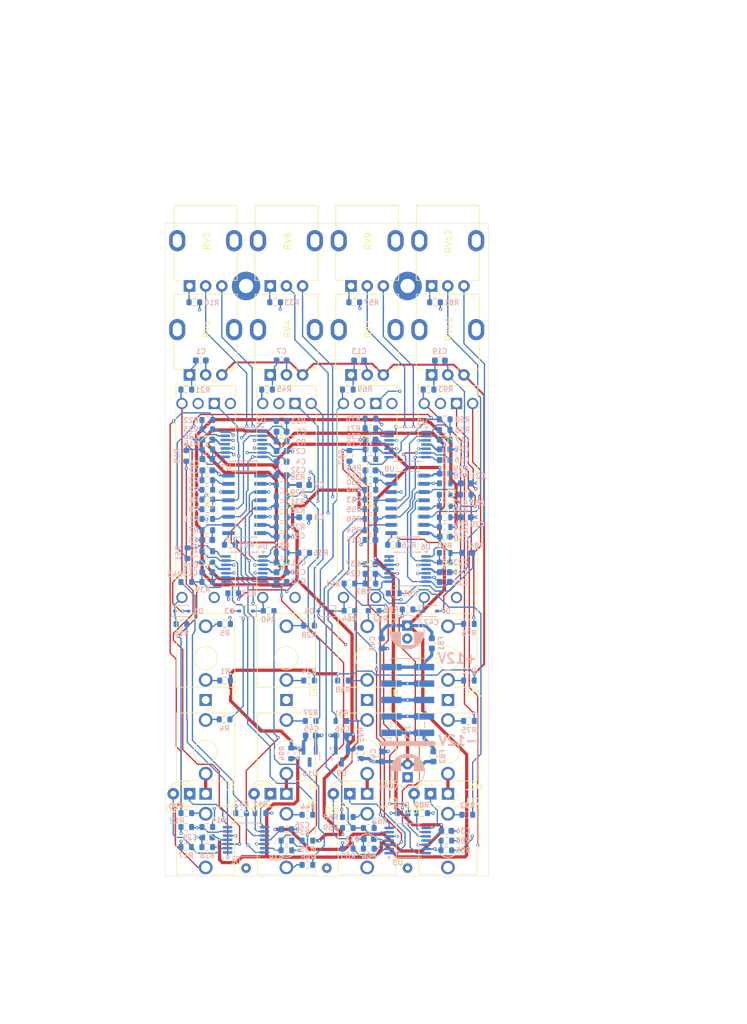
<source format=kicad_pcb>
(kicad_pcb (version 20240108) (generator "pcbnew") (generator_version "8.0")
  (layers (0 "F.Cu" signal) (1 "In1.Cu" signal) (2 "In2.Cu" signal) (31 "B.Cu" signal) (34 "B.Paste" user) (35 "F.Paste" user) (36 "B.SilkS" user "B.Silkscreen") (37 "F.SilkS" user "F.Silkscreen") (38 "B.Mask" user) (39 "F.Mask" user) (44 "Edge.Cuts" user))
  (net 0 "")
  (net 1 "GND")
  (net 2 "Net-(C1-Pad1)")
  (net 3 "Net-(C2-Pad1)")
  (net 4 "Net-(C3-Pad1)")
  (net 5 "Net-(C5-Pad2)")
  (net 6 "Net-(C6-Pad2)")
  (net 7 "Net-(C7-Pad1)")
  (net 8 "Net-(C8-Pad1)")
  (net 9 "Net-(C9-Pad1)")
  (net 10 "Net-(C11-Pad2)")
  (net 11 "Net-(U5C--)")
  (net 12 "Net-(C12-Pad2)")
  (net 13 "Net-(C13-Pad1)")
  (net 14 "Net-(C14-Pad1)")
  (net 15 "Net-(C15-Pad1)")
  (net 16 "Net-(U8A-CVA)")
  (net 17 "Net-(C17-Pad2)")
  (net 18 "Net-(C18-Pad2)")
  (net 19 "Net-(C19-Pad1)")
  (net 20 "Net-(C20-Pad1)")
  (net 21 "Net-(C21-Pad1)")
  (net 22 "Net-(C23-Pad2)")
  (net 23 "Net-(C24-Pad2)")
  (net 24 "Net-(D1-K)")
  (net 25 "Net-(D1-A)")
  (net 26 "Net-(D2-AK)")
  (net 27 "Net-(D2-KA)")
  (net 28 "Net-(D3-K)")
  (net 29 "Net-(D3-A)")
  (net 30 "Net-(D4-AK)")
  (net 31 "Net-(D4-KA)")
  (net 32 "Net-(D5-A)")
  (net 33 "Net-(D5-K)")
  (net 34 "Net-(D6-AK)")
  (net 35 "Net-(D6-KA)")
  (net 36 "Net-(D7-K)")
  (net 37 "Net-(D7-A)")
  (net 38 "Net-(D8-AK)")
  (net 39 "Net-(D8-KA)")
  (net 40 "Net-(J1-PadT)")
  (net 41 "Net-(J2-PadT)")
  (net 42 "Net-(J2-PadTN)")
  (net 43 "Net-(J3-PadT)")
  (net 44 "Net-(J3-PadTN)")
  (net 45 "Net-(J4-PadT)")
  (net 46 "Net-(J5-PadT)")
  (net 47 "Net-(J5-PadTN)")
  (net 48 "Net-(J6-PadT)")
  (net 49 "Net-(J6-PadTN)")
  (net 50 "Net-(J7-PadT)")
  (net 51 "Net-(J8-PadT)")
  (net 52 "Net-(J8-PadTN)")
  (net 53 "Net-(J9-PadT)")
  (net 54 "Net-(J10-PadT)")
  (net 55 "Net-(J11-PadT)")
  (net 56 "Net-(J11-PadTN)")
  (net 57 "Net-(J12-PadT)")
  (net 58 "Net-(U5D--)")
  (net 59 "/CH1/OUT")
  (net 60 "+10V_REF")
  (net 61 "-2V5_REF")
  (net 62 "Net-(U6B--)")
  (net 63 "Net-(U3D--)")
  (net 64 "/CH2/OUT")
  (net 65 "Net-(U8B-INB)")
  (net 66 "Net-(U8A-INA)")
  (net 67 "/CH3/OUT")
  (net 68 "Net-(U8B-CVB)")
  (net 69 "Net-(U2B--)")
  (net 70 "Net-(U7A-CVA)")
  (net 71 "Net-(U2A--)")
  (net 72 "Net-(U2C--)")
  (net 73 "Net-(U7C-CVC)")
  (net 74 "Net-(U4B--)")
  (net 75 "Net-(U4A--)")
  (net 76 "Net-(U4C--)")
  (net 77 "Net-(U5B--)")
  (net 78 "Net-(U5A--)")
  (net 79 "Net-(U8C-CVC)")
  (net 80 "Net-(U6A--)")
  (net 81 "Net-(U6C--)")
  (net 82 "+12V")
  (net 83 "-12V")
  (net 84 "Net-(J13-Pin_10)")
  (net 85 "Net-(J13-Pin_1)")
  (net 86 "Net-(J9-PadTN)")
  (net 88 "Net-(U7B-INB)")
  (net 89 "Net-(U7A-INA)")
  (net 90 "Net-(R5-Pad2)")
  (net 91 "Net-(R10-Pad2)")
  (net 92 "Net-(U1B--)")
  (net 93 "Net-(R16-Pad1)")
  (net 94 "Net-(U1A-+)")
  (net 95 "Net-(U2D--)")
  (net 96 "Net-(U7D-IND)")
  (net 97 "Net-(U7C-INC)")
  (net 98 "Net-(R28-Pad2)")
  (net 99 "Net-(R33-Pad2)")
  (net 100 "Net-(U1D--)")
  (net 101 "Net-(R40-Pad1)")
  (net 102 "Net-(U1C-+)")
  (net 103 "Net-(U4D--)")
  (net 104 "Net-(R52-Pad2)")
  (net 105 "Net-(R57-Pad2)")
  (net 106 "Net-(U3B--)")
  (net 107 "Net-(R64-Pad1)")
  (net 108 "Net-(U3A-+)")
  (net 109 "Net-(U8D-IND)")
  (net 110 "Net-(U8C-INC)")
  (net 111 "Net-(R76-Pad2)")
  (net 112 "Net-(R81-Pad2)")
  (net 113 "Net-(R88-Pad1)")
  (net 114 "Net-(U3C-+)")
  (net 115 "Net-(U7B-CVB)")
  (net 116 "Net-(U7D-CVD)")
  (net 117 "Net-(U8D-CVD)")
  (net 118 "Net-(U6D--)")
  (net 119 "Net-(U8E-MODE)")
  (net 120 "Net-(U7E-MODE)")
  (footprint "Synthesizer:PTL20-15G1-203B2" (layer "F.Cu") (at 96.33 91.9 -90)
    (property "Reference" "RV8")
    (property "Value" "20K")
  )
  (footprint "Synthesizer:Potentiometer_Alpha_RV09AF-40-00D_Single_Vertical" (layer "F.Cu") (at 68.75 58.725 90)
    (property "Reference" "RV3")
    (property "Value" "R_Potentiometer_US")
  )
  (footprint "Synthesizer:Jack_3.5mm_QingPu_WQP-PJ398SM_Vertical_NoRing" (layer "F.Cu") (at 71.25 151.75 180)
    (property "Reference" "J3")
    (property "Value" "AudioJack2_SwitchT")
  )
  (footprint "TestPoint:TestPoint_THTPad_D1.5mm_Drill0.7mm" (layer "F.Cu") (at 102.5 148.75)
    (property "Reference" "REF**" (hide yes))
    (property "Value" "TestPoint_THTPad_D1.5mm_Drill0.7mm")
  )
  (footprint "Synthesizer:Potentiometer_Alpha_RV09AF-40-00D_Single_Vertical" (layer "F.Cu") (at 106.225 58.725 90)
    (property "Reference" "RV12")
    (property "Value" "R_Potentiometer_US")
  )
  (footprint "Connector_Audio:Jack_3.5mm_QingPu_WQP-PJ398SM_Vertical_CircularHoles" (layer "F.Cu") (at 71.25 122.75 180)
    (property "Reference" "J2")
    (property "Value" "AudioJack2_SwitchT")
  )
  (footprint "Synthesizer:Potentiometer_Alpha_RV09AF-40-00D_Single_Vertical" (layer "F.Cu") (at 93.75 58.725 90)
    (property "Reference" "RV9")
    (property "Value" "R_Potentiometer_US")
  )
  (footprint "LED_THT:LED_D3.0mm" (layer "F.Cu") (at 81.275 137.25 180)
    (property "Reference" "D4")
    (property "Value" "LED_Dual_Bidirectional")
  )
  (footprint "Synthesizer:Jack_3.5mm_QingPu_WQP-PJ398SM_Vertical_NoRing" (layer "F.Cu") (at 83.75 151.75 180)
    (property "Reference" "J6")
    (property "Value" "AudioJack2_SwitchT")
  )
  (footprint "Synthesizer:Potentiometer_Alpha_RV09AF-40-00D_Single_Vertical" (layer "F.Cu") (at 93.75 72.475 90)
    (property "Reference" "RV7")
    (property "Value" "R_Potentiometer_US")
  )
  (footprint "Synthesizer:Potentiometer_Alpha_RV09AF-40-00D_Single_Vertical" (layer "F.Cu") (at 68.75 72.475 90)
    (property "Reference" "RV1")
    (property "Value" "R_Potentiometer_US")
  )
  (footprint "Synthesizer:Jack_3.5mm_QingPu_WQP-PJ398SM_Vertical_NoRing" (layer "F.Cu") (at 96.25 151.75 180)
    (property "Reference" "J9")
    (property "Value" "AudioJack2_SwitchT")
  )
  (footprint "Connector_Audio:Jack_3.5mm_QingPu_WQP-PJ398SM_Vertical_CircularHoles" (layer "F.Cu") (at 108.75 137.25 180)
    (property "Reference" "J10")
    (property "Value" "AudioJack2_SwitchT")
  )
  (footprint "Synthesizer:Potentiometer_Alpha_RV09AF-40-00D_Single_Vertical" (layer "F.Cu") (at 81.25 72.475 90)
    (property "Reference" "RV4")
    (property "Value" "R_Potentiometer_US")
  )
  (footprint "Synthesizer:Potentiometer_Alpha_RV09AF-40-00D_Single_Vertical" (layer "F.Cu") (at 81.25 58.725 90)
    (property "Reference" "RV6")
    (property "Value" "R_Potentiometer_US")
  )
  (footprint "Synthesizer:Jack_3.5mm_QingPu_WQP-PJ398SM_Vertical_NoRing" (layer "F.Cu") (at 108.75 151.75 180)
    (property "Reference" "J12")
    (property "Value" "AudioJack2_SwitchT")
  )
  (footprint "Connector_Audio:Jack_3.5mm_QingPu_WQP-PJ398SM_Vertical_CircularHoles" (layer "F.Cu") (at 83.75 137.25 180)
    (property "Reference" "J4")
    (property "Value" "AudioJack2_SwitchT")
  )
  (footprint "Connector_Audio:Jack_3.5mm_QingPu_WQP-PJ398SM_Vertical_CircularHoles" (layer "F.Cu") (at 96.25 122.75 180)
    (property "Reference" "J8")
    (property "Value" "AudioJack2_SwitchT")
  )
  (footprint "MountingHole:MountingHole_2.2mm_M2_Pad" (layer "F.Cu") (at 102.5 58.9)
    (property "Reference" "REF**" (hide yes))
    (property "Value" "MountingHole_2.2mm_M2_Pad")
  )
  (footprint "Synthesizer:PTL20-15G1-203B2" (layer "F.Cu") (at 108.83 91.9 -90)
    (property "Reference" "RV11")
    (property "Value" "20K")
  )
  (footprint "Connector_Audio:Jack_3.5mm_QingPu_WQP-PJ398SM_Vertical_CircularHoles" (layer "F.Cu") (at 71.25 137.25 180)
    (property "Reference" "J1")
    (property "Value" "AudioJack2_SwitchT")
  )
  (footprint "LED_THT:LED_D3.0mm" (layer "F.Cu") (at 106.05 137.25 180)
    (property "Reference" "D8")
    (property "Value" "LED_Dual_Bidirectional")
  )
  (footprint "LED_THT:LED_D3.0mm" (layer "F.Cu") (at 93.55 137.25 180)
    (property "Reference" "D6")
    (property "Value" "LED_Dual_Bidirectional")
  )
  (footprint "Connector_Audio:Jack_3.5mm_QingPu_WQP-PJ398SM_Vertical_CircularHoles" (layer "F.Cu") (at 83.75 122.75 180)
    (property "Reference" "J5")
    (property "Value" "AudioJack2_SwitchT")
  )
  (footprint "Connector_Audio:Jack_3.5mm_QingPu_WQP-PJ398SM_Vertical_CircularHoles" (layer "F.Cu") (at 108.75 122.75 180)
    (property "Reference" "J11")
    (property "Value" "AudioJack2_SwitchT")
  )
  (footprint "Synthesizer:Potentiometer_Alpha_RV09AF-40-00D_Single_Vertical" (layer "F.Cu") (at 106.225 72.475 90)
    (property "Reference" "RV10")
    (property "Value" "R_Potentiometer_US")
  )
  (footprint "Connector_Audio:Jack_3.5mm_QingPu_WQP-PJ398SM_Vertical_CircularHoles" (layer "F.Cu") (at 96.25 137.25 180)
    (property "Reference" "J7")
    (property "Value" "AudioJack2_SwitchT")
  )
  (footprint "MountingHole:MountingHole_2.2mm_M2_Pad" (layer "F.Cu") (at 77.5 58.5)
    (property "Reference" "REF**" (hide yes))
    (property "Value" "MountingHole_2.2mm_M2_Pad")
  )
  (footprint "LED_THT:LED_D3.0mm" (layer "F.Cu") (at 68.775 137.25 180)
    (property "Reference" "D2")
    (property "Value" "LED_Dual_Bidirectional")
  )
  (footprint "Synthesizer:PTL20-15G1-203B2" (layer "F.Cu") (at 83.83 91.9 -90)
    (property "Reference" "RV5")
    (property "Value" "20K")
  )
  (footprint "TestPoint:TestPoint_THTPad_D1.5mm_Drill0.7mm" (layer "F.Cu") (at 77.5 148.75)
    (property "Reference" "REF**" (hide yes))
    (property "Value" "TestPoint_THTPad_D1.5mm_Drill0.7mm")
  )
  (footprint "TestPoint:TestPoint_THTPad_D1.5mm_Drill0.7mm" (layer "F.Cu") (at 90 148.75)
    (property "Reference" "REF**" (hide yes))
    (property "Value" "TestPoint_THTPad_D1.5mm_Drill0.7mm")
  )
  (footprint "Synthesizer:PTL20-15G1-203B2" (layer "F.Cu") (at 71.33 91.9 -90)
    (property "Reference" "RV2")
    (property "Value" "20K")
  )
  (footprint "Resistor_SMD:R_0603_1608Metric" (layer "B.Cu") (at 75.525 106.25)
    (property "Reference" "R37")
    (property "Value" "5.1K")
  )
  (footprint "Capacitor_SMD:C_0603_1608Metric" (layer "B.Cu") (at 111.5 94.5)
    (property "Reference" "C20")
    (property "Value" "1200pF")
  )
  (footprint "Resistor_SMD:R_0603_1608Metric" (layer "B.Cu") (at 93.25 140.85)
    (property "Reference" "R68")
    (property "Value" "510")
  )
  (footprint "Resistor_SMD:R_0603_1608Metric" (layer "B.Cu") (at 84.5 131 -90)
    (property "Reference" "R94")
    (property "Value" "510")
  )
  (footprint "Package_TO_SOT_SMD:SOT-23" (layer "B.Cu") (at 87.3375 131.4125 -90)
    (property "Reference" "U10")
    (property "Value" "LM4040DBZ-10")
  )
  (footprint "Resistor_SMD:R_0603_1608Metric" (layer "B.Cu") (at 83 94.5 180)
    (property "Reference" "R26")
    (property "Value" "220")
  )
  (footprint "Resistor_SMD:R_0603_1608Metric" (layer "B.Cu") (at 87 140.5 180)
    (property "Reference" "R44")
    (property "Value" "510")
  )
  (footprint "Resistor_SMD:R_0603_1608Metric" (layer "B.Cu") (at 83 96 180)
    (property "Reference" "R25")
    (property "Value" "49.9K")
  )
  (footprint "Resistor_SMD:R_0603_1608Metric" (layer "B.Cu") (at 68.25 104.5 180)
    (property "Reference" "R43")
    (property "Value" "1M")
  )
  (footprint "Capacitor_SMD:C_0603_1608Metric" (layer "B.Cu") (at 96.75 82.5)
    (property "Reference" "C36")
    (property "Value" "0.1uF")
  )
  (footprint "Capacitor_SMD:C_0603_1608Metric" (layer "B.Cu") (at 108.25 87.75 180)
    (property "Reference" "C39")
    (property "Value" "0.1uF")
  )
  (footprint "Capacitor_SMD:C_0603_1608Metric" (layer "B.Cu") (at 71.5 98 180)
    (property "Reference" "C3")
    (property "Value" "1200pF")
  )
  (footprint "Capacitor_SMD:C_0603_1608Metric" (layer "B.Cu") (at 108.25 97.5)
    (property "Reference" "C38")
    (property "Value" "0.1uF")
  )
  (footprint "Resistor_SMD:R_0603_1608Metric" (layer "B.Cu") (at 83 100)
    (property "Reference" "R32")
    (property "Value" "49.9K")
  )
  (footprint "Resistor_SMD:R_0603_1608Metric" (layer "B.Cu") (at 104.75 140.25 180)
    (property "Reference" "R89")
    (property "Value" "1.2K")
  )
  (footprint "Resistor_SMD:R_0603_1608Metric" (layer "B.Cu") (at 83 91.25 180)
    (property "Reference" "R29")
    (property "Value" "120K")
  )
  (footprint "Resistor_SMD:R_0603_1608Metric" (layer "B.Cu") (at 96.75 90.25)
    (property "Reference" "R49")
    (property "Value" "49.9K")
  )
  (footprint "Resistor_SMD:R_0603_1608Metric" (layer "B.Cu") (at 93.5 109 180)
    (property "Reference" "R64")
    (property "Value" "24.9K")
  )
  (footprint "Capacitor_THT:CP_Radial_D5.0mm_P2.00mm" (layer "B.Cu") (at 102.455112 111.25 -90)
    (property "Reference" "C42")
    (property "Value" "47uF")
  )
  (footprint "Resistor_SMD:R_0603_1608Metric" (layer "B.Cu") (at 69.5 61.25 180)
    (property "Reference" "R10")
    (property "Value" "2K")
  )
  (footprint "Resistor_SMD:R_0603_1608Metric" (layer "B.Cu") (at 79.75 140.25 180)
    (property "Reference" "R41")
    (property "Value" "1.2K")
  )
  (footprint "Resistor_SMD:R_0603_1608Metric" (layer "B.Cu") (at 71.5 93.25)
    (property "Reference" "R8")
    (property "Value" "20M")
  )
  (footprint "Capacitor_SMD:C_0603_1608Metric" (layer "B.Cu") (at 98.5 131.5 -90)
    (property "Reference" "C44")
    (property "Value" "2.2uF")
  )
  (footprint "Resistor_SMD:R_0603_1608Metric" (layer "B.Cu") (at 93.5 104.75 180)
    (property "Reference" "R91")
    (property "Value" "1M")
  )
  (footprint "Resistor_SMD:R_0603_1608Metric" (layer "B.Cu") (at 87.5 126)
    (property "Reference" "R27")
    (property "Value" "49.9K")
  )
  (footprint "Resistor_SMD:R_0603_1608Metric" (layer "B.Cu") (at 96.75 80.75)
    (property "Reference" "R71")
    (property "Value" "5.1K")
  )
  (footprint "Resistor_SMD:R_0603_1608Metric" (layer "B.Cu") (at 68.45 100.05 -90)
    (property "Reference" "R61")
    (property "Value" "5.1K")
  )
  (footprint "Resistor_SMD:R_0603_1608Metric" (layer "B.Cu") (at 71.5 142.4)
    (property "Reference" "R14")
    (property "Value" "1M")
  )
  (footprint "Resistor_SMD:R_0603_1608Metric" (layer "B.Cu") (at 108.25 89.25 180)
    (property "Reference" "R78")
    (property "Value" "220")
  )
  (footprint "Resistor_SMD:R_0603_1608Metric" (layer "B.Cu") (at 111.5 91)
    (property "Reference" "R82")
    (property "Value" "1M")
  )
  (footprint "Resistor_SMD:R_0603_1608Metric" (layer "B.Cu") (at 96.75 93.25)
    (property "Reference" "R55")
    (property "Value" "20M")
  )
  (footprint "Diode_SMD:D_SOD-323" (layer "B.Cu") (at 67.545 109)
    (property "Reference" "D1")
    (property "Value" "1N4148WS")
  )
  (footprint "Package_SO:TSSOP-14_4.4x5mm_P0.65mm" (layer "B.Cu") (at 77.25 102.5 180)
    (property "Reference" "U4")
    (property "Value" "OPA1679")
  )
  (footprint "Resistor_SMD:R_0603_1608Metric" (layer "B.Cu") (at 96.75 104.75 180)
    (property "Reference" "R87")
    (property "Value" "5.1K")
  )
  (footprint "Resistor_SMD:R_0603_1608Metric" (layer "B.Cu") (at 100.25 98.75)
    (property "Reference" "R96")
    (property "Value" "680K")
  )
  (footprint "Capacitor_SMD:C_0603_1608Metric" (layer "B.Cu") (at 87.5 128.25)
    (property "Reference" "C45")
    (property "Value" "2.2uF")
  )
  (footprint "Capacitor_SMD:C_0603_1608Metric" (layer "B.Cu") (at 71.5 85.5 180)
    (property "Reference" "C6")
    (property "Value" "100pF")
  )
  (footprint "Diode_SMD:D_SOD-323" (layer "B.Cu") (at 89.75 109 180)
    (property "Reference" "D5")
    (property "Value" "1N4148WS")
  )
  (footprint "Resistor_SMD:R_0603_1608Metric" (layer "B.Cu") (at 108.25 79.35 180)
    (property "Reference" "R60")
    (property "Value" "5.1K")
  )
  (footprint "Resistor_SMD:R_0603_1608Metric" (layer "B.Cu") (at 71.5 88.75)
    (property "Reference" "R3")
    (property "Value" "220")
  )
  (footprint "Resistor_SMD:R_0603_1608Metric" (layer "B.Cu") (at 83 82.75)
    (property "Reference" "R9")
    (property "Value" "49.9K")
  )
  (footprint "Capacitor_SMD:C_0603_1608Metric" (layer "B.Cu") (at 96.5 144.25 180)
    (property "Reference" "C33")
    (property "Value" "0.1uF")
  )
  (footprint "Resistor_SMD:R_0603_1608Metric" (layer "B.Cu") (at 87.25 111.25)
    (property "Reference" "R28")
    (property "Value" "100K")
  )
  (footprint "Resistor_SMD:R_0603_1608Metric" (layer "B.Cu") (at 74.25 119.75 180)
    (property "Reference" "R1")
    (property "Value" "24.9K")
  )
  (footprint "Resistor_SMD:R_0603_1608Metric" (layer "B.Cu") (at 67.5 111 180)
    (property "Reference" "R16")
    (property "Value" "24.9K")
  )
  (footprint "Capacitor_SMD:C_0603_1608Metric" (layer "B.Cu") (at 70.5 70.25 180)
    (property "Reference" "C1")
    (property "Value" "0.1uF")
  )
  (footprint "Capacitor_SMD:C_0603_1608Metric" (layer "B.Cu") (at 92.25 128.25)
    (property "Reference" "C46")
    (property "Value" "2.2uF")
  )
  (footprint "Resistor_SMD:R_0603_1608Metric" (layer "B.Cu") (at 108.5 144.5 180)
    (property "Reference" "R83")
    (property "Value" "1M")
  )
  (footprint "Resistor_SMD:R_0603_1608Metric" (layer "B.Cu") (at 108.25 81)
    (property "Reference" "R56")
    (property "Value" "49.9K")
  )
  (footprint "Capacitor_SMD:C_0603_1608Metric" (layer "B.Cu") (at 83 85.9 180)
    (property "Reference" "C4")
    (property "Value" "100pF")
  )
  (footprint "Package_SO:SOIC-16_3.9x9.9mm_P1.27mm" (layer "B.Cu") (at 77.25 92.5)
    (property "Reference" "U7")
    (property "Value" "SSI2164")
  )
  (footprint "Resistor_SMD:R_0603_1608Metric" (layer "B.Cu") (at 87 144.5 180)
    (property "Reference" "R35")
    (property "Value" "1M")
  )
  (footprint "Resistor_SMD:R_0603_1608Metric" (layer "B.Cu") (at 111.75 100)
    (property "Reference" "R84")
    (property "Value" "5.1K")
  )
  (footprint "Resistor_SMD:R_0603_1608Metric" (layer "B.Cu") (at 86.5 100)
    (property "Reference" "R36")
    (property "Value" "5.1K")
  )
  (footprint "Capacitor_SMD:C_0603_1608Metric" (layer "B.Cu") (at 71.5 101.5)
    (property "Reference" "C29")
    (property "Value" "0.1uF")
  )
  (footprint "Resistor_SMD:R_0603_1608Metric" (layer "B.Cu") (at 111.75 140.5 180)
    (property "Reference" "R92")
    (property "Value" "510")
  )
  (footprint "Resistor_SMD:R_0603_1608Metric" (layer "B.Cu") (at 96.75 91.75)
    (property "Reference" "R53")
    (property "Value" "120K")
  )
  (footprint "Package_TO_SOT_SMD:SOT-23" (layer "B.Cu") (at 92.3375 131.4125 -90)
    (property "Reference" "U9")
    (property "Value" "LM4040DBZ-2.5")
  )
  (footprint "Resistor_SMD:R_0603_1608Metric" (layer "B.Cu") (at 71.5 96.5 180)
    (property "Reference" "R7")
    (property "Value" "220")
  )
  (footprint "Resistor_SMD:R_0603_1608Metric" (layer "B.Cu") (at 96.75 88.75)
    (property "Reference" "R50")
    (property "Value" "220")
  )
  (footprint "Capacitor_SMD:C_0603_1608Metric" (layer "B.Cu") (at 83 101.5)
    (property "Reference" "C11")
    (property "Value" "100pF")
  )
  (footprint "Resistor_SMD:R_0603_1608Metric" (layer "B.Cu") (at 71.5 79.45 180)
    (property "Reference" "R22")
    (property "Value" "5.1K")
  )
  (footprint "Diode_SMD:D_SOD-323" (layer "B.Cu") (at 106 109)
    (property "Reference" "D7")
    (property "Value" "1N4148WS")
  )
  (footprint "Capacitor_SMD:C_0603_1608Metric" (layer "B.Cu") (at 83.75 142.75 180)
    (property "Reference" "C26")
    (property "Value" "0.1uF")
  )
  (footprint "Capacitor_SMD:C_0603_1608Metric" (layer "B.Cu") (at 95 70.25 180)
    (property "Reference" "C13")
    (property "Value" "0.1uF")
  )
  (footprint "Resistor_SMD:R_0603_1608Metric" (layer "B.Cu") (at 112 111)
    (property "Reference" "R76")
    (property "Value" "100K")
  )
  (footprint "Capacitor_SMD:C_0603_1608Metric" (layer "B.Cu") (at 71.5 144 180)
    (property "Reference" "C25")
    (property "Value" "0.1uF")
  )
  (footprint "Resistor_SMD:R_0603_1608Metric" (layer "B.Cu") (at 96.75 94.75 180)
    (property "Reference" "R58")
    (property "Value" "1M")
  )
  (footprint "Resistor_SMD:R_0603_1608Metric" (layer "B.Cu") (at 96.5 145.75)
    (property "Reference" "R66")
    (property "Value" "1M")
  )
  (footprint "Resistor_SMD:R_0603_1608Metric" (layer "B.Cu") (at 71.5 99.75)
    (property "Reference" "R47")
    (property "Value" "5.1K")
  )
  (footprint "Resistor_SMD:R_0603_1608Metric" (layer "B.Cu") (at 92.25 126 180)
    (property "Reference" "R51")
    (property "Value" "49.9K")
  )
  (footprint "Resistor_SMD:R_0603_1608Metric" (layer "B.Cu") (at 96.75 96.5 180)
    (property "Reference" "R54")
    (property "Value" "220")
  )
  (footprint "Resistor_SMD:R_0603_1608Metric" (layer "B.Cu") (at 83 92.75 180)
    (property "Reference" "R31")
    (property "Value" "20M")
  )
  (footprint "Capacitor_SMD:C_0603_1608Metric" (layer "B.Cu") (at 86.5 94.5)
    (property "Reference" "C8")
    (property "Value" "1200pF")
  )
  (footprint "Capacitor_SMD:C_0603_1608Metric" (layer "B.Cu") (at 83 104.5)
    (property "Reference" "C10")
    (property "Value" "100pF")
  )
  (footprint "Resistor_SMD:R_0603_1608Metric" (layer "B.Cu") (at 68.25 85 -90)
    (property "Reference" "R19")
    (property "Value" "1M")
  )
  (footprint "Resistor_SMD:R_0603_1608Metric" (layer "B.Cu") (at 71.5 91.75)
    (property "Reference" "R6")
    (property "Value" "120K")
  )
  (footprint "Capacitor_SMD:C_0603_1608Metric" (layer "B.Cu") (at 83 81.25)
    (property "Reference" "C5")
    (property "Value" "100pF")
  )
  (footprint "Resistor_SMD:R_0603_1608Metric" (layer "B.Cu") (at 93.25 145.75)
    (property "Reference" "R65")
    (property "Value" "1.2K")
  )
  (footprint "Resistor_SMD:R_0603_1608Metric" (layer "B.Cu") (at 108.25 91 180)
    (property "Reference" "R77")
    (property "Value" "120K")
  )
  (footprint "Package_SO:SOIC-16_3.9x9.9mm_P1.27mm" (layer "B.Cu") (at 102.5 92.5)
    (property "Reference" "U8")
    (property "Value" "SSI2164")
  )
  (footprint "Package_SO:TSSOP-14_4.4x5mm_P0.65mm" (layer "B.Cu") (at 77.5 144.375)
    (property "Reference" "U1")
    (property "Value" "LM324")
  )
  (footprint "Resistor_SMD:R_0603_1608Metric" (layer "B.Cu") (at 92.5 119.75)
    (property "Reference" "R48")
    (property "Value" "24.9K")
  )
  (footprint "Capacitor_SMD:C_0603_1608Metric" (layer "B.Cu") (at 83 84.25)
    (property "Reference" "C27")
    (property "Value" "0.1uF")
  )
  (footprint "Resistor_SMD:R_0603_1608Metric" (layer "B.Cu") (at 83.75 146)
    (property "Reference" "R38")
    (property "Value" "1M")
  )
  (footprint "Resistor_SMD:R_0603_1608Metric" (layer "B.Cu") (at 68.25 145.5)
    (property "Reference" "R17")
    (property "Value" "1.2K")
  )
  (footprint "Capacitor_SMD:C_0603_1608Metric" (layer "B.Cu") (at 107.5 70.25 180)
    (property "Reference" "C19")
    (property "Value" "0.1uF")
  )
  (footprint "Capacitor_SMD:C_0603_1608Metric" (layer "B.Cu") (at 83 88 180)
    (property "Reference" "C32")
    (property "Value" "0.1uF")
  )
  (footprint "Capacitor_SMD:C_0603_1608Metric" (layer "B.Cu") (at 83 97.5)
    (property "Reference" "C31")
    (property "Value" "0.1uF")
  )
  (footprint "Resistor_SMD:R_0603_1608Metric" (layer "B.Cu") (at 96.75 85.5 180)
    (property "Reference" "R63")
    (property "Value" "5.1K")
  )
  (footprint "Capacitor_SMD:C_0603_1608Metric" (layer "B.Cu") (at 108.25 103)
    (property "Reference" "C40")
    (property "Value" "0.1uF")
  )
  (footprint "Resistor_SMD:R_0603_1608Metric" (layer "B.Cu") (at 74.175 125.75)
    (property "Reference" "R4")
    (property "Value" "49.9K")
  )
  (footprint "Package_SO:TSSOP-14_4.4x5mm_P0.65mm" (layer "B.Cu") (at 102.5 102.5 180)
    (property "Reference" "U6")
    (property "Value" "OPA1679")
  )
  (footprint "Capacitor_SMD:C_0603_1608Metric" (layer "B.Cu") (at 71.5 87.25)
    (property "Reference" "C2")
    (property "Value" "1200pF")
  )
  (footprint "Resistor_SMD:R_0603_1608Metric" (layer "B.Cu") (at 93.5 85 -90)
    (property "Reference" "R67")
    (property "Value" "1M")
  )
  (footprint "Resistor_SMD:R_0603_1608Metric" (layer "B.Cu") (at 83.75 144.5 180)
    (property "Reference" "R34")
    (property "Value" "1M")
  )
  (footprint "Resistor_SMD:R_0603_1608Metric" (layer "B.Cu") (at 108.25 100)
    (property "Reference" "R80")
    (property "Value" "49.9K")
  )
  (footprint "Resistor_SMD:R_0603_1608Metric" (layer "B.Cu") (at 106.75 61.25 180)
    (property "Reference" "R81")
    (property "Value" "2K")
  )
  (footprint "Package_SO:TSSOP-14_4.4x5mm_P0.65mm" (layer "B.Cu") (at 102.5 83.25 180)
    (property "Reference" "U5")
    (property "Value" "OPA1679")
  )
  (footprint "Capacitor_SMD:C_0603_1608Metric" (layer "B.Cu") (at 96.75 84 180)
    (property "Reference" "C18")
    (property "Value" "100pF")
  )
  (footprint "Resistor_SMD:R_0603_1608Metric" (layer "B.Cu") (at 101.75 140.25)
    (property "Reference" "R90")
    (property "Value" "1M")
  )
  (footprint "Resistor_SMD:R_0603_1608Metric" (layer "B.Cu") (at 100.35 106.25)
    (property "Reference" "R85")
    (property "Value" "5.1K")
  )
  (footprint "Capacitor_SMD:C_0603_1608Metric" (layer "B.Cu") (at 108.25 85.65 180)
    (property "Reference" "C16")
    (property "Value" "100pF")
  )
  (footprint "Resistor_SMD:R_0603_1608Metric" (layer "B.Cu") (at 97.25 109)
    (property "Reference" "R52")
    (property "Value" "100K")
  )
  (footprint "Resistor_SMD:R_0603_1608Metric" (layer "B.Cu") (at 71.5 145.5)
    (property "Reference" "R18")
    (property "Value" "1M")
  )
  (footprint "Resistor_SMD:R_0603_1608Metric" (layer "B.Cu") (at 112 126)
    (property "Reference" "R75")
    (property "Value" "49.9K")
  )
  (footprint "Connector_PinHeader_2.54mm:PinHeader_2x05_P2.54mm_Vertical_SMD" (layer "B.Cu") (at 102.525 122.75)
    (property "Reference" "J13")
    (property "Value" "Conn_02x05_Odd_Even")
  )
  (footprint "Resistor_SMD:R_0603_1608Metric" (layer "B.Cu") (at 96.5 142.55)
    (property "Reference" "R62")
    (property "Value" "1M")
  )
  (footprint "Capacitor_SMD:C_0603_1608Metric" (layer "B.Cu") (at 108.25 82.5)
    (property "Reference" "C17")
    (property "Value" "100pF")
  )
  (footprint "Resistor_SMD:R_0603_1608Metric" (layer "B.Cu") (at 74.25 111)
    (property "Reference" "R5")
    (property "Value" "100K")
  )
  (footprint "Resistor_SMD:R_0603_1608Metric" (layer "B.Cu") (at 68.25 74.75)
    (property "Reference" "R21")
    (property "Value" "24.9K")
  )
  (footprint "Resistor_SMD:R_0603_1608Metric" (layer "B.Cu") (at 81 109 180)
    (property "Reference" "R40")
    (property "Value" "24.9K")
  )
  (footprint "Capacitor_SMD:C_0603_1608Metric" (layer "B.Cu") (at 108.5 143 180)
    (property "Reference" "C34")
    (property "Value" "0.1uF")
  )
  (footprint "Capacitor_SMD:C_0603_1608Metric" (layer "B.Cu") (at 71.5 103 180)
    (property "Reference" "C12")
    (property "Value" "100pF")
  )
  (footprint "Resistor_SMD:R_0603_1608Metric" (layer "B.Cu") (at 71.5 80.9)
    (property "Reference" "R23")
    (property "Value" "5.1K")
  )
  (footprint "Capacitor_SMD:C_0603_1608Metric" (layer "B.Cu") (at 98.5 114 -90)
    (property "Reference" "C43")
    (property "Value" "2.2uF")
  )
  (footprint "Resistor_SMD:R_0603_1608Metric" (layer "B.Cu") (at 71.5 104.5 180)
    (property "Reference" "R39")
    (property "Value" "5.1K")
  )
  (footprint "Resistor_SMD:R_0603_1608Metric" (layer "B.Cu") (at 96.75 79.25 180)
    (property "Reference" "R70")
    (property "Value" "5.1K")
  )
  (footprint "Resistor_SMD:R_0603_1608Metric" (layer "B.Cu") (at 102.5 108.75)
    (property "Reference" "R88")
    (property "Value" "24.9K")
  )
  (footprint "Capacitor_SMD:C_0603_1608Metric" (layer "B.Cu") (at 86.5 89.5)
    (property "Reference" "C9")
    (property "Value" "1200pF")
  )
  (footprint "Resistor_SMD:R_0603_1608Metric" (layer "B.Cu") (at 71.5 94.75 180)
    (property "Reference" "R11")
    (property "Value" "1M")
  )
  (footprint "Capacitor_SMD:C_0603_1608Metric" (layer "B.Cu") (at 96.75 103.25 180)
    (property "Reference" "C24")
    (property "Value" "100pF")
  )
  (footprint "Resistor_SMD:R_0603_1608Metric" (layer "B.Cu") (at 105.75 74.75)
    (property "Reference" "R93")
    (property "Value" "24.9K")
  )
  (footprint "Resistor_SMD:R_0603_1608Metric" (layer "B.Cu") (at 75 98.75)
    (property "Reference" "R97")
    (property "Value" "680K")
  )
  (footprint "Capacitor_SMD:C_0603_1608Metric" (layer "B.Cu") (at 108.25 84)
    (property "Reference" "C35")
    (property "Value" "0.1uF")
  )
  (footprint "Package_SO:TSSOP-14_4.4x5mm_P0.65mm" (layer "B.Cu") (at 77.1375 83.2 180)
    (property "Reference" "U2")
    (property "Value" "OPA1679")
  )
  (footprint "Capacitor_THT:CP_Radial_D5.0mm_P2.00mm" (layer "B.Cu") (at 102.5 134.705113 90)
    (property "Reference" "C41")
    (property "Value" "47uF")
  )
  (footprint "Capacitor_SMD:C_0603_1608Metric" (layer "B.Cu") (at 108.25 101.5)
    (property "Reference" "C23")
    (property "Value" "100pF")
  )
  (footprint "Capacitor_SMD:C_0603_1608Metric" (layer "B.Cu") (at 108.25 104.5)
    (property "Reference" "C22")
    (property "Value" "100pF")
  )
  (footprint "Package_SO:TSSOP-14_4.4x5mm_P0.65mm" (layer "B.Cu") (at 102.5125 144.4875)
    (property "Reference" "U3")
    (property "Value" "LM324")
  )
  (footprint "Resistor_SMD:R_0603_1608Metric" (layer "B.Cu") (at 68.25 142.4)
    (property "Reference" "R12")
    (property "Value" "1M")
  )
  (footprint "Capacitor_SMD:C_0603_1608Metric" (layer "B.Cu") (at 96.75 87.25)
    (property "Reference" "C14")
    (property "Value" "1200pF")
  )
  (footprint "Capacitor_SMD:C_0603_1608Metric" (layer "B.Cu") (at 96.75 98 180)
    (property "Reference" "C15")
    (property "Value" "1200pF")
  )
  (footprint "Resistor_SMD:R_0603_1608Metric" (layer "B.Cu") (at 108.25 96 180)
    (property "Reference" "R73")
    (property "Value" "49.9K")
  )
  (footprint "Capacitor_SMD:C_0603_1608Metric" (layer "B.Cu") (at 83 103)
    (property "Reference" "C30")
    (property "Value" "0.1uF")
  )
  (footprint "Resistor_SMD:R_0603_1608Metric" (layer "B.Cu") (at 112 119.75 180)
    (property "Reference" "R72")
    (property "Value" "24.9K")
  )
  (footprint "Resistor_SMD:R_0603_1608Metric" (layer "B.Cu") (at 76.75 140.25)
    (property "Reference" "R42")
    (property "Value" "1M")
  )
  (footprint "Resistor_SMD:R_0603_1608Metric" (layer "B.Cu") (at 71.5 84 180)
    (property "Reference" "R15")
    (property "Value" "5.1K")
  )
  (footprint "Resistor_SMD:R_0603_1608Metric" (layer "B.Cu") (at 95.25 131 90)
    (property "Reference" "R95")
    (property "Value" "24.9K")
  )
  (footprint "Resistor_SMD:R_0603_1608Metric" (layer "B.Cu") (at 93.25 142.55)
    (property "Reference" "R59")
    (property "Value" "1M")
  )
  (footprint "Capacitor_SMD:C_0603_1608Metric" (layer "B.Cu") (at 96.75 101.75)
    (property "Reference" "C37")
    (property "Value" "0.1uF")
  )
  (footprint "Resistor_SMD:R_0603_1608Metric" (layer "B.Cu") (at 93.25 74.75)
    (property "Reference" "R69")
    (property "Value" "24.9K")
  )
  (footprint "Capacitor_SMD:C_0603_1608Metric" (layer "B.Cu") (at 111.5 89.25)
    (property "Reference" "C21")
    (property "Value" "1200pF")
  )
  (footprint "Resistor_SMD:R_0603_1608Metric" (layer "B.Cu") (at 87.25 119.75 180)
    (property "Reference" "R24")
    (property "Value" "24.9K")
  )
  (footprint "Capacitor_SMD:C_0603_1608Metric" (layer "B.Cu") (at 106.25 114 90)
    (property "Reference" "FB1")
    (property "Value" "FerriteBead_Small")
  )
  (footprint "Capacitor_SMD:C_0603_1608Metric" (layer "B.Cu") (at 83 70.25 180)
    (property "Reference" "C7")
    (property "Value" "0.1uF")
  )
  (footprint "Diode_SMD:D_SOD-323" (layer "B.Cu") (at 77.5 109 180)
    (property "Reference" "D3")
    (property "Value" "1N4148WS")
  )
  (footprint "Resistor_SMD:R_0603_1608Metric" (layer "B.Cu") (at 108.5 146)
    (property "Reference" "R86")
    (property "Value" "1M")
  )
  (footprint "Resistor_SMD:R_0603_1608Metric" (layer "B.Cu") (at 87 148.25)
    (property "Reference" "R46")
    (property "Value" "5.1K")
  )
  (footprint "Resistor_SMD:R_0603_1608Metric" (layer "B.Cu") (at 83 89.5 180)
    (property "Reference" "R30")
    (property "Value" "220")
  )
  (footprint "Resistor_SMD:R_0603_1608Metric" (layer "B.Cu") (at 83 79.6 180)
    (property "Reference" "R13")
    (property "Value" "5.1K")
  )
  (footprint "Resistor_SMD:R_0603_1608Metric" (layer "B.Cu") (at 108.25 92.75 180)
    (property "Reference" "R79")
    (property "Value" "20M")
  )
  (footprint "Resistor_SMD:R_0603_1608Metric" (layer "B.Cu") (at 108.25 94.5 180)
    (property "Reference" "R74")
    (property "Value" "220")
  )
  (footprint "Capacitor_SMD:C_0603_1608Metric" (layer "B.Cu") (at 106.5 131.5 -90)
    (property "Reference" "FB2")
    (property "Value" "FerriteBead_Small")
  )
  (footprint "Resistor_SMD:R_0603_1608Metric" (layer "B.Cu") (at 71.5 90.25)
    (property "Reference" "R2")
    (property "Value" "49.9K")
  )
  (footprint "Capacitor_SMD:C_0603_1608Metric" (layer "B.Cu") (at 71.5 82.5)
    (property "Reference" "C28")
    (property "Value" "0.1uF")
  )
  (footprint "Resistor_SMD:R_0603_1608Metric" (layer "B.Cu") (at 94.25 61.25 180)
    (property "Reference" "R57")
    (property "Value" "2K")
  )
  (footprint "Resistor_SMD:R_0603_1608Metric" (layer "B.Cu") (at 82 61.25 180)
    (property "Reference" "R33")
    (property "Value" "2K")
  )
  (footprint "Resistor_SMD:R_0603_1608Metric" (layer "B.Cu") (at 68.25 140.25)
    (property "Reference" "R20")
    (property "Value" "510")
  )
  (footprint "Resistor_SMD:R_0603_1608Metric" (layer "B.Cu") (at 80.75 74.75)
    (property "Reference" "R45")
    (property "Value" "24.9K")
  )
  (gr_line (start 106.5 129.5) (end 98.5 129.5) (stroke (width 0.8)) (layer "B.SilkS"))
  (gr_rect (start 65 49) (end 115 150) (stroke (width 0.05)) (fill none) (layer "Edge.Cuts"))
  (gr_text "-12V" (at 113.5 129.9 0) (layer "B.SilkS") (effects (font (size 1.5 1.5) (thickness 0.3) (bold yes)) (justify left bottom mirror)))
  (gr_text "+12V" (at 113.4 117.2 0) (layer "B.SilkS") (effects (font (size 1.5 1.5) (thickness 0.3) (bold yes)) (justify left bottom mirror)))
  (segment (start 71.25 134.15) (end 71.25 137.25) (width 0.5) (layer "F.Cu") (net 1))
  (segment (start 108.75 134.15) (end 108.75 137.25) (width 0.5) (layer "F.Cu") (net 1))
  (segment (start 96.25 134.15) (end 96.25 137.25) (width 0.5) (layer "F.Cu") (net 1))
  (segment (start 83.75 134.15) (end 83.75 137.25) (width 0.5) (layer "F.Cu") (net 1))
  (via (at 84.7 88) (size 0.5) (drill 0.25) (layers "F.Cu" "B.Cu") (net 1))
  (via (at 69.9 98) (size 0.5) (drill 0.25) (layers "F.Cu" "B.Cu") (net 1))
  (via (at 69.8 144) (size 0.5) (drill 0.25) (layers "F.Cu" "B.Cu") (net 1))
  (via (at 110.35 143) (size 0.5) (drill 0.25) (layers "F.Cu" "B.Cu") (net 1))
  (via (at 84.7 84.3) (size 0.5) (drill 0.25) (layers "F.Cu" "B.Cu") (net 1))
  (via (at 75.95 139.2) (size 0.5) (drill 0.25) (layers "F.Cu" "B.Cu") (net 1))
  (via (at 75.9 143.75) (size 0.5) (drill 0.25) (layers "F.Cu" "B.Cu") (net 1))
  (via (at 87.3 88.5) (size 0.5) (drill 0.25) (layers "F.Cu" "B.Cu") (net 1))
  (via (at 70.3 62.4) (size 0.5) (drill 0.25) (layers "F.Cu" "B.Cu") (net 1))
  (via (at 104.1 103.2) (size 0.5) (drill 0.25) (layers "F.Cu" "B.Cu") (net 1))
  (via (at 69.1 82.2) (size 0.5) (drill 0.25) (layers "F.Cu" "B.Cu") (net 1))
  (via (at 100.8 83.9) (size 0.5) (drill 0.25) (layers "F.Cu" "B.Cu") (net 1))
  (via (at 98.5 87.7) (size 0.5) (drill 0.25) (layers "F.Cu" "B.Cu") (net 1))
  (via (at 81.5 140.25) (size 0.5) (drill 0.25) (layers "F.Cu" "B.Cu") (net 1))
  (via (at 109.9 103) (size 0.5) (drill 0.25) (layers "F.Cu" "B.Cu") (net 1))
  (via (at 107.6 62.3) (size 0.5) (drill 0.25) (layers "F.Cu" "B.Cu") (net 1))
  (via (at 90.5 128.2) (size 0.5) (drill 0.25) (layers "F.Cu" "B.Cu") (net 1))
  (via (at 87.2 95.4) (size 0.5) (drill 0.25) (layers "F.Cu" "B.Cu") (net 1))
  (via (at 82.8 62.3) (size 0.5) (drill 0.25) (layers "F.Cu" "B.Cu") (net 1))
  (via (at 100.9 101.8) (size 0.5) (drill 0.25) (layers "F.Cu" "B.Cu") (net 1))
  (via (at 102.5 120.2) (size 0.5) (drill 0.25) (layers "F.Cu" "B.Cu") (net 1))
  (via (at 92.45 144.85) (size 0.5) (drill 0.25) (layers "F.Cu" "B.Cu") (net 1))
  (via (at 113.2 94.5) (size 0.5) (drill 0.25) (layers "F.Cu" "B.Cu") (net 1))
  (via (at 84.7 103) (size 0.5) (drill 0.25) (layers "F.Cu" "B.Cu") (net 1))
  (via (at 99.95 140.25) (size 0.5) (drill 0.25) (layers "F.Cu" "B.Cu") (net 1))
  (via (at 95.2 82.5) (size 0.5) (drill 0.25) (layers "F.Cu" "B.Cu") (net 1))
  (via (at 100.85 143.85) (size 0.5) (drill 0.25) (layers "F.Cu" "B.Cu") (net 1))
  (via (at 106.45 140.25) (size 0.5) (drill 0.25) (layers "F.Cu" "B.Cu") (net 1))
  (via (at 99.5 130.7) (size 0.5) (drill 0.25) (layers "F.Cu" "B.Cu") (net 1))
  (via (at 95.1 101.8) (size 0.5) (drill 0.25) (layers "F.Cu" "B.Cu") (net 1))
  (via (at 100.8 82.6) (size 0.5) (drill 0.25) (layers "F.Cu" "B.Cu") (net 1))
  (via (at 89.2 128.2) (size 0.5) (drill 0.25) (layers "F.Cu" "B.Cu") (net 1))
  (via (at 99.4 114.8) (size 0.5) (drill 0.25) (layers "F.Cu" "B.Cu") (net 1))
  (via (at 75.5 82.6) (size 0.5) (drill 0.25) (layers "F.Cu" "B.Cu") (net 1))
  (via (at 104.15 145.15) (size 0.5) (drill 0.25) (layers "F.Cu" "B.Cu") (net 1))
  (via (at 67.45 144.6) (size 0.5) (drill 0.25) (layers "F.Cu" "B.Cu") (net 1))
  (via (at 104.1 101.9) (size 0.5) (drill 0.25) (layers "F.Cu" "B.Cu") (net 1))
  (via (at 110 84) (size 0.5) (drill 0.25) (layers "F.Cu" "B.Cu") (net 1))
  (via (at 110 97.5) (size 0.5) (drill 0.25) (layers "F.Cu" "B.Cu") (net 1))
  (via (at 75.6 103.1) (size 0.5) (drill 0.25) (layers "F.Cu" "B.Cu") (net 1))
  (via (at 75.6 101.9) (size 0.5) (drill 0.25) (layers "F.Cu" "B.Cu") (net 1))
  (via (at 102.5 122.8) (size 0.5) (drill 0.25) (layers "F.Cu" "B.Cu") (net 1))
  (via (at 84.7 97.5) (size 0.5) (drill 0.25) (layers "F.Cu" "B.Cu") (net 1))
  (via (at 113.2 89.2) (size 0.5) (drill 0.25) (layers "F.Cu" "B.Cu") (net 1))
  (via (at 110 87.8) (size 0.5) (drill 0.25) (layers "F.Cu" "B.Cu") (net 1))
  (via (at 78.9 101.9) (size 0.5) (drill 0.25) (layers "F.Cu" "B.Cu") (net 1))
  (via (at 95.3 98.7) (size 0.5) (drill 0.25) (layers "F.Cu" "B.Cu") (net 1))
  (via (at 85.5 142.75) (size 0.5) (drill 0.25) (layers "F.Cu" "B.Cu") (net 1))
  (via (at 94.65 144.25) (size 0.5) (drill 0.25) (layers "F.Cu" "B.Cu") (net 1))
  (via (at 78.8 83.8) (size 0.5) (drill 0.25) (layers "F.Cu" "B.Cu") (net 1))
  (via (at 78.8 82.6) (size 0.5) (drill 0.25) (layers "F.Cu" "B.Cu") (net 1))
  (via (at 104.2 83.9) (size 0.5) (drill 0.25) (layers "F.Cu" "B.Cu") (net 1))
  (via (at 102.5 125.3) (size 0.5) (drill 0.25) (layers "F.Cu" "B.Cu") (net 1))
  (via (at 78.9 103.1) (size 0.5) (drill 0.25) (layers "F.Cu" "B.Cu") (net 1))
  (via (at 95.1 62.2) (size 0.5) (drill 0.25) (layers "F.Cu" "B.Cu") (net 1))
  (via (at 73.3 87.8) (size 0.5) (drill 0.25) (layers "F.Cu" "B.Cu") (net 1))
  (via (at 104.2 82.6) (size 0.5) (drill 0.25) (layers "F.Cu" "B.Cu") (net 1))
  (via (at 69.85 101.5) (size 0.5) (drill 0.25) (layers "F.Cu" "B.Cu") (net 1))
  (via (at 75.5 83.8) (size 0.5) (drill 0.25) (layers "F.Cu" "B.Cu") (net 1))
  (via (at 100.9 103.2) (size 0.5) (drill 0.25) (layers "F.Cu" "B.Cu") (net 1))
  (via (at 79.15 145) (size 0.5) (drill 0.25) (layers "F.Cu" "B.Cu") (net 1))
  (segment (start 91.475 128.25) (end 90.55 128.25) (width 0.5) (layer "B.Cu") (net 1))
  (segment (start 67.425 144.625) (end 67.45 144.6) (width 0.2) (layer "B.Cu") (net 1))
  (segment (start 100.85 101.85) (end 100.9 101.8) (width 0.2) (layer "B.Cu") (net 1))
  (segment (start 78.95 101.85) (end 78.9 101.9) (width 0.2) (layer "B.Cu") (net 1))
  (segment (start 83.775 88) (end 84.7 88) (width 0.3) (layer "B.Cu") (net 1))
  (segment (start 80.1125 103.15) (end 78.95 103.15) (width 0.2) (layer "B.Cu") (net 1))
  (segment (start 104.15 103.15) (end 104.1 103.2) (width 0.2) (layer "B.Cu") (net 1))
  (segment (start 105.375 145.1375) (end 104.1625 145.1375) (width 0.2) (layer "B.Cu") (net 1))
  (segment (start 70.675 144.05) (end 70.725 144) (width 0.2) (layer "B.Cu") (net 1))
  (segment (start 100.85 103.15) (end 100.9 103.2) (width 0.2) (layer "B.Cu") (net 1))
  (segment (start 82.225 70.25) (end 82.225 70.875) (width 0.2) (layer "B.Cu") (net 1))
  (segment (start 105.05 122.75) (end 102.55 122.75) (width 0.5) (layer "B.Cu") (net 1))
  (segment (start 109.025 84) (end 110 84) (width 0.3) (layer "B.Cu") (net 1))
  (segment (start 84.65 84.25) (end 84.7 84.3) (width 0.3) (layer "B.Cu") (net 1))
  (segment (start 100.025 88.055) (end 98.855 88.055) (width 0.2) (layer "B.Cu") (net 1))
  (segment (start 109.025 87.75) (end 109.95 87.75) (width 0.3) (layer "B.Cu") (net 1))
  (segment (start 80 83.85) (end 78.85 83.85) (width 0.2) (layer "B.Cu") (net 1))
  (segment (start 99.65 143.8375) (end 100.8375 143.8375) (width 0.2) (layer "B.Cu") (net 1))
  (segment (start 75.55 103.15) (end 75.6 103.1) (width 0.2) (layer "B.Cu") (net 1))
  (segment (start 74.3875 103.15) (end 75.55 103.15) (width 0.2) (layer "B.Cu") (net 1))
  (segment (start 106.725 71.975) (end 106.225 72.475) (width 0.2) (layer "B.Cu") (net 1))
  (segment (start 88.2875 128.2625) (end 88.275 128.25) (width 0.5) (layer "B.Cu") (net 1))
  (segment (start 98.855 88.055) (end 98.5 87.7) (width 0.2) (layer "B.Cu") (net 1))
  (segment (start 74.275 83.85) (end 75.45 83.85) (width 0.2) (layer "B.Cu") (net 1))
  (segment (start 75.925 139.225) (end 75.95 139.2) (width 0.2) (layer "B.Cu") (net 1))
  (segment (start 109.025 97.5) (end 110 97.5) (width 0.3) (layer "B.Cu") (net 1))
  (segment (start 87.275 89.5) (end 87.275 88.525) (width 0.3) (layer "B.Cu") (net 1))
  (segment (start 69.4 82.5) (end 69.1 82.2) (width 0.3) (layer "B.Cu") (net 1))
  (segment (start 81.9 71.2) (end 81.9 71.825) (width 0.2) (layer "B.Cu") (net 1))
  (segment (start 81.9 71.825) (end 81.25 72.475) (width 0.2) (layer "B.Cu") (net 1))
  (segment (start 100.925 140.25) (end 99.95 140.25) (width 0.2) (layer "B.Cu") (net 1))
  (segment (start 109.95 87.75) (end 110 87.8) (width 0.3) (layer "B.Cu") (net 1))
  (segment (start 75.875 143.725) (end 75.9 143.75) (width 0.2) (layer "B.Cu") (net 1))
  (segment (start 95.975 101.75) (end 95.15 101.75) (width 0.3) (layer "B.Cu") (net 1))
  (segment (start 78.95 103.15) (end 78.9 103.1) (width 0.2) (layer "B.Cu") (net 1))
  (segment (start 100 125.29) (end 102.49 125.29) (width 0.5) (layer "B.Cu") (net 1))
  (segment (start 104.15 101.85) (end 104.1 101.9) (width 0.2) (layer "B.Cu") (net 1))
  (segment (start 94.225 70.25) (end 94.225 72) (width 0.2) (layer "B.Cu") (net 1))
  (segment (start 99.6375 101.85) (end 100.85 101.85) (width 0.2) (layer "B.Cu") (net 1))
  (segment (start 78.85 82.55) (end 78.8 82.6) (width 0.2) (layer "B.Cu") (net 1))
  (segment (start 106.575 72.825) (end 106.225 72.475) (width 0.2) (layer "B.Cu") (net 1))
  (segment (start 95.725 144.25) (end 94.65 144.25) (width 0.2) (layer "B.Cu") (net 1))
  (segment (start 94.075 72.8) (end 93.75 72.475) (width 0.2) (layer "B.Cu") (net 1))
  (segment (start 74.275 82.55) (end 75.45 82.55) (width 0.2) (layer "B.Cu") (net 1))
  (segment (start 97.525 87.25) (end 98.05 87.25) (width 0.2) (layer "B.Cu") (net 1))
  (segment (start 75.45 83.85) (end 75.5 83.8) (width 0.2) (layer "B.Cu") (net 1))
  (segment (start 90.55 128.25) (end 90.5 128.2) (width 0.5) (layer "B.Cu") (net 1))
  (segment (start 78.85 83.85) (end 78.8 83.8) (width 0.2) (layer "B.Cu") (net 1))
  (segment (start 99.375 114.775) (end 99.4 114.8) (width 0.5) (layer "B.Cu") (net 1))
  (segment (start 70.675 145.5) (end 70.675 144.05) (width 0.2) (layer "B.Cu") (net 1))
  (segment (start 94.075 74.75) (end 94.075 72.8) (width 0.2) (layer "B.Cu") (net 1))
  (segment (start 105.575 140.25) (end 106.45 140.25) (width 0.2) (layer "B.Cu") (net 1))
  (segment (start 105.05 125.29) (end 102.51 125.29) (width 0.5) (layer "B.Cu") (net 1))
  (segment (start 83.775 103) (end 84.7 103) (width 0.3) (layer "B.Cu") (net 1))
  (segment (start 107.575 61.25) (end 107.575 62.275) (width 0.2) (layer "B.Cu") (net 1))
  (segment (start 80.3625 145.025) (end 79.175 145.025) (width 0.2) (layer "B.Cu") (net 1))
  (segment (start 100 120.21) (end 102.49 120.21) (width 0.5) (layer "B.Cu") (net 1))
  (segment (start 72.275 87.25) (end 72.75 87.25) (width 0.3) (layer "B.Cu") (net 1))
  (segment (start 105.3625 83.9) (end 104.2 83.9) (width 0.2) (layer "B.Cu") (net 1))
  (segment (start 105.05 120.21) (end 102.51 120.21) (width 0.5) (layer "B.Cu") (net 1))
  (segment (start 73.555 88.055) (end 73.3 87.8) (width 0.3) (layer "B.Cu") (net 1))
  (segment (start 68.75 71.85) (end 68.75 72.475) (width 0.2) (layer "B.Cu") (net 1))
  (segment (start 87.275 94.5) (end 87.275 95.325) (width 0.3) (layer "B.Cu") (net 1))
  (segment (start 75.55 101.85) (end 75.6 101.9) (width 0.2) (layer "B.Cu") (net 1))
  (segment (start 69.075 72.8) (end 68.75 72.475) (width 0.2) (layer "B.Cu") (net 1))
  (segment (start 87.275 88.525) (end 87.3 88.5) (width 0.3) (layer "B.Cu") (net 1))
  (segment (start 87.275 95.325) (end 87.2 95.4) (width 0.3) (layer "B.Cu") (net 1))
  (segment (start 98.05 87.25) (end 98.5 87.7) (width 0.2) (layer "B.Cu") (net 1))
  (segment (start 70.325 62.375) (end 70.3 62.4) (width 0.2) (layer "B.Cu") (net 1))
  (segment (start 75.925 140.25) (end 75.925 139.225) (width 0.2) (layer "B.Cu") (net 1))
  (segment (start 74.6375 143.725) (end 75.875 143.725) (width 0.2) (layer "B.Cu") (net 1))
  (segment (start 112.275 94.5) (end 113.2 94.5) (width 0.3) (layer "B.Cu") (net 1))
  (segment (start 82.825 62.275) (end 82.8 62.3) (width 0.2) (layer "B.Cu") (net 1))
  (segment (start 95.975 98) (end 95.975 98.025) (width 0.2) (layer "B.Cu") (net 1))
  (segment (start 75.45 82.55) (end 75.5 82.6) (width 0.2) (layer "B.Cu") (net 1))
  (segment (start 98.5 130.725) (end 99.475 130.725) (width 0.5) (layer "B.Cu") (net 1))
  (segment (start 70.325 61.25) (end 70.325 62.375) (width 0.2) (layer "B.Cu") (net 1))
  (segment (start 102.55 122.75) (end 102.5 122.8) (width 0.5) (layer "B.Cu") (net 1))
  (segment (start 112.275 89.25) (end 113.15 89.25) (width 0.3) (layer "B.Cu") (net 1))
  (segment (start 107.575 62.275) (end 107.6 62.3) (width 0.2) (layer "B.Cu") (net 1))
  (segment (start 81.575 74.75) (end 81.575 72.8) (width 0.2) (layer "B.Cu") (net 1))
  (segment (start 80 82.55) (end 78.85 82.55) (width 0.2) (layer "B.Cu") (net 1))
  (segment (start 74.3875 101.85) (end 75.55 101.85) (width 0.2) (layer "B.Cu") (net 1))
  (segment (start 105.3625 82.6) (end 104.2 82.6) (width 0.2) (layer "B.Cu") (net 1))
  (segment (start 70.725 101.5) (end 69.85 101.5) (width 0.2) (layer "B.Cu") (net 1))
  (segment (start 70.725 82.5) (end 69.4 82.5) (width 0.3) (layer "B.Cu") (net 1))
  (segment (start 102.49 125.29) (end 102.5 125.3) (width 0.5) (layer "B.Cu") (net 1))
  (segment (start 102.49 120.21) (end 102.5 120.2) (width 0.5) (layer "B.Cu") (net 1))
  (segment (start 95.675 145.75) (end 95.675 144.3) (width 0.2) (layer "B.Cu") (net 1))
  (segment (start 80.1125 101.85) (end 78.95 101.85) (width 0.2) (layer "B.Cu") (net 1))
  (segment (start 74.775 88.055) (end 73.555 88.055) (width 0.3) (layer "B.Cu") (net 1))
  (segment (start 100 122.75) (end 102.45 122.75) (width 0.5) (layer "B.Cu") (net 1))
  (segment (start 83.775 84.25) (end 84.65 84.25) (width 0.3) (layer "B.Cu") (net 1))
  (segment (start 95.075 61.25) (end 95.075 62.175) (width 0.2) (layer "B.Cu") (net 1))
  (segment (start 95.975 82.5) (end 95.2 82.5) (width 0.2) (layer "B.Cu") (net 1))
  (segment (start 91.3875 128.3375) (end 91.475 128.25) (width 0.5) (layer "B.Cu") (net 1))
  (segment (start 99.6375 103.15) (end 100.85 103.15) (width 0.2) (layer "B.Cu") (net 1))
  (segment (start 99.6375 82.6) (end 100.8 82.6) (width 0.2) (layer "B.Cu") (net 1))
  (segment (start 102.45 122.75) (end 102.5 122.8) (width 0.5) (layer "B.Cu") (net 1))
  (segment (start 95.675 144.3) (end 95.725 144.25) (width 0.2) (layer "B.Cu") (net 1))
  (segment (start 69.725 70.875) (end 68.75 71.85) (width 0.2) (layer "B.Cu") (net 1))
  (segment (start 92.425 145.75) (end 92.425 144.875) (width 0.2) (layer "B.Cu") (net 1))
  (segment (start 102.51 120.21) (end 102.5 120.2) (width 0.5) (layer "B.Cu") (net 1))
  (segment (start 70.725 144) (end 69.8 144) (width 0.2) (layer "B.Cu") (net 1))
  (segment (start 94.225 72) (end 93.75 72.475) (width 0.2) (layer "B.Cu") (net 1))
  (segment (start 106.725 70.25) (end 106.725 71.975) (width 0.2) (layer "B.Cu") (net 1))
  (segment (start 67.425 145.5) (end 67.425 144.625) (width 0.2) (layer "B.Cu") (net 1))
  (segment (start 109.275 143) (end 110.35 143) (width 0.2) (layer "B.Cu") (net 1))
  (segment (start 69.075 74.75) (end 69.075 72.8) (width 0.2) (layer "B.Cu") (net 1))
  (segment (start 88.275 128.25) (end 89.15 128.25) (width 0.5) (layer "B.Cu") (net 1))
  (segment (start 82.225 70.875) (end 81.9 71.2) (width 0.2) (layer "B.Cu") (net 1))
  (segment (start 95.975 98.025) (end 95.3 98.7) (width 0.2) (layer "B.Cu") (net 1))
  (segment (start 104.1625 145.1375) (end 104.15 145.15) (width 0.2) (layer "B.Cu") (net 1))
  (segment (start 91.3875 130.475) (end 91.3875 128.3375) (width 0.5) (layer "B.Cu") (net 1))
  (segment (start 102.51 125.29) (end 102.5 125.3) (width 0.5) (layer "B.Cu") (net 1))
  (segment (start 95.15 101.75) (end 95.1 101.8) (width 0.3) (layer "B.Cu") (net 1))
  (segment (start 92.425 144.875) (end 92.45 144.85) (width 0.2) (layer "B.Cu") (net 1))
  (segment (start 81.575 72.8) (end 81.25 72.475) (width 0.2) (layer "B.Cu") (net 1))
  (segment (start 113.15 89.25) (end 113.2 89.2) (width 0.3) (layer "B.Cu") (net 1))
  (segment (start 109.025 103) (end 109.9 103) (width 0.3) (layer "B.Cu") (net 1))
  (segment (start 82.825 61.25) (end 82.825 62.275) (width 0.2) (layer "B.Cu") (net 1))
  (segment (start 69.725 70.25) (end 69.725 70.875) (width 0.2) (layer "B.Cu") (net 1))
  (segment (start 95.075 62.175) (end 95.1 62.2) (width 0.2) (layer "B.Cu") (net 1))
  (segment (start 106.575 74.75) (end 106.575 72.825) (width 0.2) (layer "B.Cu") (net 1))
  (segment (start 105.3625 101.85) (end 104.15 101.85) (width 0.2) (layer "B.Cu") (net 1))
  (segment (start 89.15 128.25) (end 89.2 128.2) (width 0.5) (layer "B.Cu") (net 1))
  (segment (start 80.575 140.25) (end 81.5 140.25) (width 0.2) (layer "B.Cu") (net 1))
  (segment (start 70.725 98) (end 69.9 98) (width 0.2) (layer "B.Cu") (net 1))
  (segment (start 88.2875 130.475) (end 88.2875 128.2625) (width 0.5) (layer "B.Cu") (net 1))
  (segment (start 105.3625 103.15) (end 104.15 103.15) (width 0.2) (layer "B.Cu") (net 1))
  (segment (start 99.475 130.725) (end 99.5 130.7) (width 0.5) (layer "B.Cu") (net 1))
  (segment (start 99.6375 83.9) (end 100.8 83.9) (width 0.2) (layer "B.Cu") (net 1))
  (segment (start 72.75 87.25) (end 73.3 87.8) (width 0.3) (layer "B.Cu") (net 1))
  (segment (start 100.8375 143.8375) (end 100.85 143.85) (width 0.2) (layer "B.Cu") (net 1))
  (segment (start 84.525 142.75) (end 85.5 142.75) (width 0.2) (layer "B.Cu") (net 1))
  (segment (start 83.775 97.5) (end 84.7 97.5) (width 0.3) (layer "B.Cu") (net 1))
  (segment (start 98.5 114.775) (end 99.375 114.775) (width 0.5) (layer "B.Cu") (net 1))
  (segment (start 79.175 145.025) (end 79.15 145) (width 0.2) (layer "B.Cu") (net 1))
  (via (at 71.3 91.1) (size 0.5) (drill 0.25) (layers "F.Cu" "B.Cu") (net 2))
  (segment (start 71.25 72.475) (end 71.25 70.275) (width 0.2) (layer "B.Cu") (net 2))
  (segment (start 70.675 91.75) (end 70.675 91.725) (width 0.2) (layer "B.Cu") (net 2))
  (segment (start 70.675 91.725) (end 71.3 91.1) (width 0.2) (layer "B.Cu") (net 2))
  (segment (start 71.25 70.275) (end 71.275 70.25) (width 0.2) (layer "B.Cu") (net 2))
  (segment (start 70.675 87.3) (end 70.725 87.25) (width 0.2) (layer "B.Cu") (net 3))
  (segment (start 70.675 88.75) (end 70.675 87.3) (width 0.2) (layer "B.Cu") (net 3))
  (segment (start 72.275 98) (end 72.275 96.55) (width 0.2) (layer "B.Cu") (net 4))
  (segment (start 72.275 96.55) (end 72.325 96.5) (width 0.2) (layer "B.Cu") (net 4))
  (segment (start 81.675 80.425) (end 82.95 80.425) (width 0.2) (layer "B.Cu") (net 5))
  (segment (start 83.775 82.7) (end 83.825 82.75) (width 0.3) (layer "B.Cu") (net 5))
  (segment (start 80.85 81.25) (end 81.675 80.425) (width 0.2) (layer "B.Cu") (net 5))
  (segment (start 83.775 79.65) (end 83.825 79.6) (width 0.3) (layer "B.Cu") (net 5))
  (segment (start 83.775 81.25) (end 83.775 82.7) (width 0.2) (layer "B.Cu") (net 5))
  (segment (start 83.775 81.25) (end 83.775 79.65) (width 0.2) (layer "B.Cu") (net 5))
  (segment (start 80 81.25) (end 80.85 81.25) (width 0.2) (layer "B.Cu") (net 5))
  (segment (start 82.95 80.425) (end 83.775 81.25) (width 0.2) (layer "B.Cu") (net 5))
  (segment (start 69.15 104.4) (end 69.15 84.05) (width 0.2) (layer "F.Cu") (net 6))
  (segment (start 67 112.85) (end 69.85 110) (width 0.2) (layer "F.Cu") (net 6))
  (segment (start 69.15 84.05) (end 68.3 83.2) (width 0.2) (layer "F.Cu") (net 6))
  (segment (start 69.85 110) (end 69.85 105.1) (width 0.2) (layer "F.Cu") (net 6))
  (segment (start 69.85 105.1) (end 69.15 104.4) (width 0.2) (layer "F.Cu") (net 6))
  (via (at 67 112.85) (size 0.5) (drill 0.25) (layers "F.Cu" "B.Cu") (net 6))
  (via (at 68.3 83.2) (size 0.5) (drill 0.25) (layers "F.Cu" "B.Cu") (net 6))
  (segment (start 73.125 86.3) (end 71.525 86.3) (width 0.2) (layer "B.Cu") (net 6))
  (segment (start 67.435 113.285) (end 67 112.85) (width 0.2) (layer "B.Cu") (net 6))
  (segment (start 68.25 83.25) (end 68.3 83.2) (width 0.2) (layer "B.Cu") (net 6))
  (segment (start 70.675 85.45) (end 70.725 85.5) (width 0.2) (layer "B.Cu") (net 6))
  (segment (start 68.25 84.175) (end 68.25 83.25) (width 0.2) (layer "B.Cu") (net 6))
  (segment (start 67.425 140.25) (end 67.435 140.24) (width 0.2) (layer "B.Cu") (net 6))
  (segment (start 74.275 85.15) (end 73.125 86.3) (width 0.2) (layer "B.Cu") (net 6))
  (segment (start 70.675 84) (end 70.675 85.45) (width 0.2) (layer "B.Cu") (net 6))
  (segment (start 70.675 84) (end 68.425 84) (width 0.2) (layer "B.Cu") (net 6))
  (segment (start 67.435 140.24) (end 67.435 113.285) (width 0.2) (layer "B.Cu") (net 6))
  (segment (start 68.425 84) (end 68.25 84.175) (width 0.2) (layer "B.Cu") (net 6))
  (segment (start 71.525 86.3) (end 70.725 85.5) (width 0.2) (layer "B.Cu") (net 6))
  (via (at 87.5 87.5) (size 0.5) (drill 0.25) (layers "F.Cu" "B.Cu") (net 7))
  (segment (start 83.775 70.25) (end 83.775 72.45) (width 0.2) (layer "B.Cu") (net 7))
  (segment (start 86 90.6) (end 85.35 91.25) (width 0.2) (layer "B.Cu") (net 7))
  (segment (start 85.35 91.25) (end 83.825 91.25) (width 0.2) (layer "B.Cu") (net 7))
  (segment (start 88.1 90.2) (end 87.7 90.6) (width 0.2) (layer "B.Cu") (net 7))
  (segment (start 88.1 88.1) (end 88.1 90.2) (width 0.2) (layer "B.Cu") (net 7))
  (segment (start 87.5 87.5) (end 88.1 88.1) (width 0.2) (layer "B.Cu") (net 7))
  (segment (start 87.7 90.6) (end 86 90.6) (width 0.2) (layer "B.Cu") (net 7))
  (segment (start 83.775 72.45) (end 83.75 72.475) (width 0.2) (layer "B.Cu") (net 7))
  (segment (start 83.825 94.5) (end 85.725 94.5) (width 0.3) (layer "B.Cu") (net 8))
  (segment (start 83.825 89.5) (end 85.725 89.5) (width 0.3) (layer "B.Cu") (net 9))
  (segment (start 82.925 99.1) (end 83.825 100) (width 0.2) (layer "B.Cu") (net 10))
  (segment (start 81.8 99.1) (end 82.925 99.1) (width 0.2) (layer "B.Cu") (net 10))
  (segment (start 80.85 100.55) (end 81.3 100.1) (width 0.2) (layer "B.Cu") (net 10))
  (segment (start 83.825 100) (end 85.675 100) (width 0.2) (layer "B.Cu") (net 10))
  (segment (start 83.775 101.5) (end 83.775 100.05) (width 0.2) (layer "B.Cu") (net 10))
  (segment (start 81.3 99.6) (end 81.8 99.1) (width 0.2) (layer "B.Cu") (net 10))
  (segment (start 81.3 100.1) (end 81.3 99.6) (width 0.2) (layer "B.Cu") (net 10))
  (segment (start 80.1125 100.55) (end 80.85 100.55) (width 0.2) (layer "B.Cu") (net 10))
  (segment (start 83.775 100.05) (end 83.825 100) (width 0.2) (layer "B.Cu") (net 10))
  (segment (start 70.45 78.6) (end 105.65 78.6) (width 0.2) (layer "F.Cu") (net 11))
  (segment (start 69.414949 79.635051) (end 70.45 78.6) (width 0.2) (layer "F.Cu") (net 11))
  (segment (start 69.414949 80.40604) (end 69.414949 79.635051) (width 0.2) (layer "F.Cu") (net 11))
  (segment (start 105.65 78.6) (end 106.15 79.1) (width 0.2) (layer "F.Cu") (net 11))
  (via (at 69.414949 80.40604) (size 0.5) (drill 0.25) (layers "F.Cu" "B.Cu") (net 11))
  (via (at 106.15 79.1) (size 0.5) (drill 0.25) (layers "F.Cu" "B.Cu") (net 11))
  (segment (start 107.425 79.35) (end 106.4 79.35) (width 0.2) (layer "B.Cu") (net 11))
  (segment (start 105.6 79.35) (end 107.425 79.35) (width 0.2) (layer "B.Cu") (net 11))
  (segment (start 69.414949 80.40604) (end 69.39396 80.40604) (width 0.2) (layer "B.Cu") (net 11))
  (segment (start 97.525 84) (end 98.1 84) (width 0.2) (layer "B.Cu") (net 11))
  (segment (start 101.5 84.1) (end 101.5 82.915685) (width 0.2) (layer "B.Cu") (net 11))
  (segment (start 103.065685 81.35) (end 103.6 81.35) (width 0.2) (layer "B.Cu") (net 11))
  (segment (start 97.525 84) (end 97.525 85.45) (width 0.2) (layer "B.Cu") (net 11))
  (segment (start 98.65 84.55) (end 99.6375 84.55) (width 0.2) (layer "B.Cu") (net 11))
  (segment (start 69.39396 80.40604) (end 66.85 82.95) (width 0.2) (layer "B.Cu") (net 11))
  (segment (start 66.85 82.95) (end 66.85 99.275) (width 0.2) (layer "B.Cu") (net 11))
  (segment (start 98.1 84) (end 98.65 84.55) (width 0.2) (layer "B.Cu") (net 11))
  (segment (start 101.5 82.915685) (end 103.065685 81.35) (width 0.2) (layer "B.Cu") (net 11))
  (segment (start 97.525 85.45) (end 97.575 85.5) (width 0.2) (layer "B.Cu") (net 11))
  (segment (start 106.4 79.35) (end 106.15 79.1) (width 0.2) (layer "B.Cu") (net 11))
  (segment (start 101.05 84.55) (end 101.5 84.1) (width 0.2) (layer "B.Cu") (net 11))
  (segment (start 99.6375 84.55) (end 101.05 84.55) (width 0.2) (layer "B.Cu") (net 11))
  (segment (start 66.85 99.275) (end 68.45 100.875) (width 0.2) (layer "B.Cu") (net 11))
  (segment (start 103.6 81.35) (end 105.6 79.35) (width 0.2) (layer "B.Cu") (net 11))
  (segment (start 77.75 110) (end 77.75 126.45) (width 0.2) (layer "B.Cu") (net 12))
  (segment (start 76.8 108) (end 77.2 108.4) (width 0.2) (layer "B.Cu") (net 12))
  (segment (start 77.75 126.45) (end 81.225 129.925) (width 0.2) (layer "B.Cu") (net 12))
  (segment (start 75.4 104.6) (end 75.4 107.4) (width 0.2) (layer "B.Cu") (net 12))
  (segment (start 69.075 104.5) (end 70.675 104.5) (width 0.2) (layer "B.Cu") (net 12))
  (segment (start 71.525 105.35) (end 70.675 104.5) (width 0.2) (layer "B.Cu") (net 12))
  (segment (start 85.3 135.65) (end 87.825 138.175) (width 0.2) (layer "B.Cu") (net 12))
  (segment (start 70.675 104.5) (end 70.675 103.05) (width 0.2) (layer "B.Cu") (net 12))
  (segment (start 82.3 135.65) (end 85.3 135.65) (width 0.2) (layer "B.Cu") (net 12))
  (segment (start 77.2 108.4) (end 77.2 109.45) (width 0.2) (layer "B.Cu") (net 12))
  (segment (start 87.825 138.175) (end 87.825 140.5) (width 0.2) (layer "B.Cu") (net 12))
  (segment (start 81.225 134.575) (end 82.3 135.65) (width 0.2) (layer "B.Cu") (net 12))
  (segment (start 70.675 103.05) (end 70.725 103) (width 0.2) (layer "B.Cu") (net 12))
  (segment (start 81.225 129.925) (end 81.225 134.575) (width 0.2) (layer "B.Cu") (net 12))
  (segment (start 74.3875 104.45) (end 73.4875 105.35) (width 0.2) (layer "B.Cu") (net 12))
  (segment (start 74.3875 104.45) (end 75.25 104.45) (width 0.2) (layer "B.Cu") (net 12))
  (segment (start 73.4875 105.35) (end 71.525 105.35) (width 0.2) (layer "B.Cu") (net 12))
  (segment (start 77.2 109.45) (end 77.75 110) (width 0.2) (layer "B.Cu") (net 12))
  (segment (start 76 108) (end 76.8 108) (width 0.2) (layer "B.Cu") (net 12))
  (segment (start 75.4 107.4) (end 76 108) (width 0.2) (layer "B.Cu") (net 12))
  (segment (start 75.25 104.45) (end 75.4 104.6) (width 0.2) (layer "B.Cu") (net 12))
  (via (at 94.25 91.7) (size 0.5) (drill 0.25) (layers "F.Cu" "B.Cu") (net 13))
  (segment (start 96.1 71.3) (end 96.25 71.45) (width 0.2) (layer "B.Cu") (net 13))
  (segment (start 95.775 70.775) (end 96.1 71.1) (width 0.2) (layer "B.Cu") (net 13))
  (segment (start 95.875 91.7) (end 95.925 91.75) (width 0.2) (layer "B.Cu") (net 13))
  (segment (start 94.25 91.7) (end 95.875 91.7) (width 0.2) (layer "B.Cu") (net 13))
  (segment (start 96.25 71.45) (end 96.25 72.475) (width 0.2) (layer "B.Cu") (net 13))
  (segment (start 96.1 71.1) (end 96.1 71.3) (width 0.2) (layer "B.Cu") (net 13))
  (segment (start 95.775 70.25) (end 95.775 70.775) (width 0.2) (layer "B.Cu") (net 13))
  (segment (start 95.925 88.75) (end 95.925 87.3) (width 0.2) (layer "B.Cu") (net 14))
  (segment (start 95.925 87.3) (end 95.975 87.25) (width 0.2) (layer "B.Cu") (net 14))
  (segment (start 97.575 97.95) (end 97.525 98) (width 0.2) (layer "B.Cu") (net 15))
  (segment (start 97.575 96.5) (end 97.575 97.95) (width 0.2) (layer "B.Cu") (net 15))
  (via (at 103.692598 85.232076) (size 0.5) (drill 0.25) (layers "F.Cu" "B.Cu") (net 16))
  (via (at 103.4 80.5) (size 0.5) (drill 0.25) (layers "F.Cu" "B.Cu") (net 16))
  (segment (start 106.35 85.2) (end 106.8 85.65) (width 0.2) (layer "B.Cu") (net 16))
  (segment (start 98.795 94.405) (end 98.45 94.75) (width 0.2) (layer "B.Cu") (net 16))
  (segment (start 103.4 71.2) (end 103.4 80.5) (width 0.2) (layer "B.Cu") (net 16))
  (segment (start 103.2 90.45) (end 103.692598 89.957402) (width 0.2) (layer "B.Cu") (net 16))
  (segment (start 103.7 85.2) (end 105.3625 85.2) (width 0.2) (layer "B.Cu") (net 16))
  (segment (start 105.3625 85.2) (end 106.35 85.2) (width 0.2) (layer "B.Cu") (net 16))
  (segment (start 101.345 94.405) (end 102.9 92.85) (width 0.2) (layer "B.Cu") (net 16))
  (segment (start 100.025 94.405) (end 101.345 94.405) (width 0.2) (layer "B.Cu") (net 16))
  (segment (start 103.2 91.533629) (end 103.2 90.45) (width 0.2) (layer "B.Cu") (net 16))
  (segment (start 102.9 92.85) (end 102.9 91.833629) (width 0.2) (layer "B.Cu") (net 16))
  (segment (start 98.75 58.725) (end 98.75 66.55) (width 0.2) (layer "B.Cu") (net 16))
  (segment (start 98.45 94.75) (end 97.575 94.75) (width 0.2) (layer "B.Cu") (net 16))
  (segment (start 100.025 94.405) (end 98.795 94.405) (width 0.2) (layer "B.Cu") (net 16))
  (segment (start 98.75 66.55) (end 103.4 71.2) (width 0.2) (layer "B.Cu") (net 16))
  (segment (start 102.9 91.833629) (end 103.2 91.533629) (width 0.2) (layer "B.Cu") (net 16))
  (segment (start 103.692598 89.957402) (end 103.692598 85.232076) (width 0.2) (layer "B.Cu") (net 16))
  (segment (start 106.8 85.65) (end 107.475 85.65) (width 0.2) (layer "B.Cu") (net 16))
  (segment (start 109.075 81) (end 109.075 79.35) (width 0.2) (layer "B.Cu") (net 17))
  (segment (start 109.075 81) (end 109.075 82.45) (width 0.2) (layer "B.Cu") (net 17))
  (segment (start 106.2 81.3) (end 106.6 80.9) (width 0.2) (layer "B.Cu") (net 17))
  (segment (start 108.3 80.225) (end 109.075 81) (width 0.2) (layer "B.Cu") (net 17))
  (segment (start 106.6 80.9) (end 106.6 80.637352) (width 0.2) (layer "B.Cu") (net 17))
  (segment (start 107.012352 80.225) (end 108.3 80.225) (width 0.2) (layer "B.Cu") (net 17))
  (segment (start 109.075 82.45) (end 109.025 82.5) (width 0.2) (layer "B.Cu") (net 17))
  (segment (start 106.6 80.637352) (end 107.012352 80.225) (width 0.2) (layer "B.Cu") (net 17))
  (segment (start 105.3625 81.3) (end 106.2 81.3) (width 0.2) (layer "B.Cu") (net 17))
  (segment (start 93.127817 87.65) (end 93.1 87.65) (width 0.2) (layer "F.Cu") (net 18))
  (segment (start 95.85 90.372183) (end 93.127817 87.65) (width 0.2) (layer "F.Cu") (net 18))
  (segment (start 94.55 97.6) (end 95.85 96.3) (width 0.2) (layer "F.Cu") (net 18))
  (segment (start 95.85 96.3) (end 95.85 90.372183) (width 0.2) (layer "F.Cu") (net 18))
  (segment (start 93.9 132.35) (end 93.9 130.2) (width 0.2) (layer "F.Cu") (net 18))
  (segment (start 94.8 129.3) (end 94.8 125.95) (width 0.2) (layer "F.Cu") (net 18))
  (segment (start 93.9 130.2) (end 94.8 129.3) (width 0.2) (layer "F.Cu") (net 18))
  (segment (start 94.55 125.7) (end 94.55 97.6) (width 0.2) (layer "F.Cu") (net 18))
  (segment (start 92.5 87.05) (end 92.5 84.15) (width 0.2) (layer "F.Cu") (net 18))
  (segment (start 93.1 87.65) (end 92.5 87.05) (width 0.2) (layer "F.Cu") (net 18))
  (segment (start 92.3 133.95) (end 93.9 132.35) (width 0.2) (layer "F.Cu") (net 18))
  (segment (start 94.8 125.95) (end 94.55 125.7) (width 0.2) (layer "F.Cu") (net 18))
  (segment (start 92.3 139.7) (end 92.3 133.95) (width 0.2) (layer "F.Cu") (net 18))
  (via (at 92.3 139.7) (size 0.5) (drill 0.25) (layers "F.Cu" "B.Cu") (net 18))
  (via (at 92.5 84.15) (size 0.5) (drill 0.25) (layers "F.Cu" "B.Cu") (net 18))
  (segment (start 98.5375 86.3) (end 96.725 86.3) (width 0.2) (layer "B.Cu") (net 18))
  (segment (start 92.5 84.15) (end 93.475 84.15) (width 0.2) (layer "B.Cu") (net 18))
  (segment (start 92.3 139.7) (end 92.3 140.725) (width 0.2) (layer "B.Cu") (net 18))
  (segment (start 95.975 84) (end 95.975 85.45) (width 0.2) (layer "B.Cu") (net 18))
  (segment (start 96.725 86.3) (end 95.925 85.5) (width 0.2) (layer "B.Cu") (net 18))
  (segment (start 95.975 85.45) (end 95.925 85.5) (width 0.2) (layer "B.Cu") (net 18))
  (segment (start 93.475 84.15) (end 93.5 84.175) (width 0.2) (layer "B.Cu") (net 18))
  (segment (start 95.975 84) (end 93.675 84) (width 0.2) (layer "B.Cu") (net 18))
  (segment (start 93.675 84) (end 93.5 84.175) (width 0.2) (layer "B.Cu") (net 18))
  (segment (start 92.3 140.725) (end 92.425 140.85) (width 0.2) (layer "B.Cu") (net 18))
  (segment (start 99.6375 85.2) (end 98.5375 86.3) (width 0.2) (layer "B.Cu") (net 18))
  (segment (start 112.95 91.15) (end 111.9 90.1) (width 0.2) (layer "F.Cu") (net 19))
  (segment (start 111.9 87.4) (end 111.3 86.8) (width 0.2) (layer "F.Cu") (net 19))
  (segment (start 111.9 90.1) (end 111.9 87.4) (width 0.2) (layer "F.Cu") (net 19))
  (segment (start 112.95 92.8) (end 112.95 91.15) (width 0.2) (layer "F.Cu") (net 19))
  (via (at 112.95 92.8) (size 0.5) (drill 0.25) (layers "F.Cu" "B.Cu") (net 19))
  (via (at 111.3 86.8) (size 0.5) (drill 0.25) (layers "F.Cu" "B.Cu") (net 19))
  (segment (start 108.275 70.775) (end 108.725 71.225) (width 0.2) (layer "B.Cu") (net 19))
  (segment (start 109.075 91) (end 109.2 91) (width 0.2) (layer "B.Cu") (net 19))
  (segment (start 108.725 71.225) (end 108.725 72.475) (width 0.2) (layer "B.Cu") (net 19))
  (segment (start 111 92.8) (end 112.95 92.8) (width 0.2) (layer "B.Cu") (net 19))
  (segment (start 111.3 75.05) (end 111.3 86.8) (width 0.2) (layer "B.Cu") (net 19))
  (segment (start 108.275 70.25) (end 108.275 70.775) (width 0.2) (layer "B.Cu") (net 19))
  (segment (start 108.725 72.475) (end 111.3 75.05) (width 0.2) (layer "B.Cu") (net 19))
  (segment (start 109.2 91) (end 111 92.8) (width 0.2) (layer "B.Cu") (net 19))
  (segment (start 109.075 94.5) (end 110.725 94.5) (width 0.2) (layer "B.Cu") (net 20))
  (segment (start 110.725 89.25) (end 109.075 89.25) (width 0.2) (layer "B.Cu") (net 21))
  (segment (start 109.075 100) (end 110.925 100) (width 0.2) (layer "B.Cu") (net 22))
  (segment (start 108.275 99.2) (end 109.075 100) (width 0.2) (layer "B.Cu") (net 22))
  (segment (start 106.6 99.5) (end 106.9 99.2) (width 0.2) (layer "B.Cu") (net 22))
  (segment (start 109.075 100) (end 109.075 101.45) (width 0.2) (layer "B.Cu") (net 22))
  (segment (start 105.3625 100.55) (end 106.35 100.55) (width 0.2) (layer "B.Cu") (net 22))
  (segment (start 109.075 101.45) (end 109.025 101.5) (width 0.2) (layer "B.Cu") (net 22))
  (segment (start 106.6 100.3) (end 106.6 99.5) (width 0.2) (layer "B.Cu") (net 22))
  (segment (start 106.35 100.55) (end 106.6 100.3) (width 0.2) (layer "B.Cu") (net 22))
  (segment (start 106.9 99.2) (end 108.275 99.2) (width 0.2) (layer "B.Cu") (net 22))
  (segment (start 112.85 108.4) (end 113.85 109.4) (width 0.2) (layer "B.Cu") (net 23))
  (segment (start 98.041701 105.7) (end 98.8 106.458299) (width 0.2) (layer "B.Cu") (net 23))
  (segment (start 104.1 105.9) (end 104.2 105.9) (width 0.2) (layer "B.Cu") (net 23))
  (segment (start 103.8 106.2) (end 104.3 105.7) (width 0.2) (layer "B.Cu") (net 23))
  (segment (start 99.6375 104.45) (end 98.7 104.45) (width 0.2) (layer "B.Cu") (net 23))
  (segment (start 113.85 131.1) (end 113.85 109.4) (width 0.2) (layer "B.Cu") (net 23))
  (segment (start 102.2 107.8) (end 103.8 106.2) (width 0.2) (layer "B.Cu") (net 23))
  (segment (start 98.1 105.7) (end 97.8 105.7) (width 0.2) (layer "B.Cu") (net 23))
  (segment (start 96.875 105.7) (end 95.925 104.75) (width 0.2) (layer "B.Cu") (net 23))
  (segment (start 106.3 106.4) (end 106.9 106.4) (width 0.2) (layer "B.Cu") (net 23))
  (segment (start 97.8 105.7) (end 98.041701 105.7) (width 0.2) (layer "B.Cu") (net 23))
  (segment (start 98.7 104.45) (end 98.5 104.65) (width 0.2) (layer "B.Cu") (net 23))
  (segment (start 106.9 106.4) (end 108.9 108.4) (width 0.2) (layer "B.Cu") (net 23))
  (segment (start 112.575 132.375) (end 113.85 131.1) (width 0.2) (layer "B.Cu") (net 23))
  (segment (start 112.575 140.5) (end 112.575 132.375) (width 0.2) (layer "B.Cu") (net 23))
  (segment (start 94.325 104.75) (end 95.925 104.75) (width 0.2) (layer "B.Cu") (net 23))
  (segment (start 98.8 106.458299) (end 98.8 107) (width 0.2) (layer "B.Cu") (net 23))
  (segment (start 103.8 106.2) (end 104.1 105.9) (width 0.2) (layer "B.Cu") (net 23))
  (segment (start 98.5 105.3) (end 98.1 105.7) (width 0.2) (layer "B.Cu") (net 23))
  (segment (start 98.5 104.65) (end 98.5 105.3) (width 0.2) (layer "B.Cu") (net 23))
  (segment (start 99.6 107.8) (end 102.2 107.8) (width 0.2) (layer "B.Cu") (net 23))
  (segment (start 95.975 103.25) (end 95.975 104.7) (width 0.2) (layer "B.Cu") (net 23))
  (segment (start 108.9 108.4) (end 112.85 108.4) (width 0.2) (layer "B.Cu") (net 23))
  (segment (start 98.8 107) (end 99.6 107.8) (width 0.2) (layer "B.Cu") (net 23))
  (segment (start 104.3 105.7) (end 105.6 105.7) (width 0.2) (layer "B.Cu") (net 23))
  (segment (start 97.8 105.7) (end 96.875 105.7) (width 0.2) (layer "B.Cu") (net 23))
  (segment (start 95.975 104.7) (end 95.925 104.75) (width 0.2) (layer "B.Cu") (net 23))
  (segment (start 105.6 105.7) (end 106.3 106.4) (width 0.2) (layer "B.Cu") (net 23))
  (segment (start 66.6 110.15) (end 66.675 110.225) (width 0.2) (layer "B.Cu") (net 24))
  (segment (start 66.495 109) (end 66.495 109.845) (width 0.2) (layer "B.Cu") (net 24))
  (segment (start 66.495 107.985) (end 67.58 106.9) (width 0.2) (layer "B.Cu") (net 24))
  (segment (start 66.495 109) (end 66.495 107.985) (width 0.2) (layer "B.Cu") (net 24))
  (segment (start 66.675 110.225) (end 66.675 111) (width 0.2) (layer "B.Cu") (net 24))
  (segment (start 66.495 109.845) (end 66.6 109.95) (width 0.2) (layer "B.Cu") (net 24))
  (segment (start 66.6 109.95) (end 66.6 110.15) (width 0.2) (layer "B.Cu") (net 24))
  (segment (start 67.58 76.9) (end 67.58 103.12) (width 0.2) (layer "F.Cu") (net 25))
  (segment (start 66.15 107.8) (end 67.35 109) (width 0.2) (layer "F.Cu") (net 25))
  (segment (start 67.58 103.12) (end 66.15 104.55) (width 0.2) (layer "F.Cu") (net 25))
  (segment (start 66.15 104.55) (end 66.15 107.8) (width 0.2) (layer "F.Cu") (net 25))
  (segment (start 67.35 109) (end 67.7 109) (width 0.2) (layer "F.Cu") (net 25))
  (via (at 72.6 139.5) (size 0.5) (drill 0.25) (layers "F.Cu" "B.Cu") (net 25))
  (via (at 67.7 109) (size 0.5) (drill 0.25) (layers "F.Cu" "B.Cu") (net 25))
  (segment (start 67.425 76.745) (end 67.58 76.9) (width 0.2) (layer "B.Cu") (net 25))
  (segment (start 72.325 142.4) (end 72.325 141.575) (width 0.2) (layer "B.Cu") (net 25))
  (segment (start 72.615 139.515) (end 72.6 139.5) (width 0.2) (layer "B.Cu") (net 25))
  (segment (start 68.595 109) (end 67.7 109) (width 0.2) (layer "B.Cu") (net 25))
  (segment (start 72.325 141.575) (end 72.6 141.3) (width 0.2) (layer "B.Cu") (net 25))
  (segment (start 72.6 141.3) (end 72.615 141.285) (width 0.2) (layer "B.Cu") (net 25))
  (segment (start 67.425 74.75) (end 67.425 76.745) (width 0.2) (layer "B.Cu") (net 25))
  (segment (start 72.615 141.285) (end 72.615 139.515) (width 0.2) (layer "B.Cu") (net 25))
  (segment (start 69.075 145.625) (end 69.9 146.45) (width 0.2) (layer "B.Cu") (net 26))
  (segment (start 74.6375 145.675) (end 73.775 145.675) (width 0.2) (layer "B.Cu") (net 26))
  (segment (start 66.65 144) (end 67.7 144) (width 0.2) (layer "B.Cu") (net 26))
  (segment (start 69.075 145.375) (end 69.075 145.5) (width 0.2) (layer "B.Cu") (net 26))
  (segment (start 72.8 146.45) (end 69.9 146.45) (width 0.2) (layer "B.Cu") (net 26))
  (segment (start 73.15 146.3) (end 72.95 146.3) (width 0.2) (layer "B.Cu") (net 26))
  (segment (start 69.075 145.5) (end 69.075 145.625) (width 0.2) (layer "B.Cu") (net 26))
  (segment (start 73.775 145.675) (end 73.15 146.3) (width 0.2) (layer "B.Cu") (net 26))
  (segment (start 66.235 143.585) (end 66.65 144) (width 0.2) (layer "B.Cu") (net 26))
  (segment (start 67.7 144) (end 69.075 145.375) (width 0.2) (layer "B.Cu") (net 26))
  (segment (start 72.95 146.3) (end 72.8 146.45) (width 0.2) (layer "B.Cu") (net 26))
  (segment (start 66.235 137.25) (end 66.235 143.585) (width 0.2) (layer "B.Cu") (net 26))
  (segment (start 74.65 142.05) (end 74.65 147.05) (width 0.2) (layer "F.Cu") (net 27))
  (segment (start 73.9 141.3) (end 74.65 142.05) (width 0.2) (layer "F.Cu") (net 27))
  (via (at 74.65 147.05) (size 0.5) (drill 0.25) (layers "F.Cu" "B.Cu") (net 27))
  (via (at 73.9 141.3) (size 0.5) (drill 0.25) (layers "F.Cu" "B.Cu") (net 27))
  (segment (start 72.9 138.9) (end 69.3 138.9) (width 0.2) (layer "B.Cu") (net 27))
  (segment (start 73.9 141.3) (end 73.9 139.9) (width 0.2) (layer "B.Cu") (net 27))
  (segment (start 74.6375 147.0375) (end 74.65 147.05) (width 0.2) (layer "B.Cu") (net 27))
  (segment (start 69.3 138.9) (end 68.775 138.375) (width 0.2) (layer "B.Cu") (net 27))
  (segment (start 68.775 138.375) (end 68.775 137.25) (width 0.2) (layer "B.Cu") (net 27))
  (segment (start 73.9 139.9) (end 72.9 138.9) (width 0.2) (layer "B.Cu") (net 27))
  (segment (start 74.6375 146.325) (end 74.6375 147.0375) (width 0.2) (layer "B.Cu") (net 27))
  (segment (start 80.08 107.93) (end 80.08 106.9) (width 0.2) (layer "B.Cu") (net 28))
  (segment (start 80.175 109) (end 80.175 108.025) (width 0.2) (layer "B.Cu") (net 28))
  (segment (start 78.55 109) (end 80.175 109) (width 0.2) (layer "B.Cu") (net 28))
  (segment (start 80.175 108.025) (end 80.08 107.93) (width 0.2) (layer "B.Cu") (net 28))
  (via (at 75.35 109) (size 0.5) (drill 0.25) (layers "F.Cu" "B.Cu") (net 29))
  (via (at 85.7 146) (size 0.5) (drill 0.25) (layers "F.Cu" "B.Cu") (net 29))
  (segment (start 79.925 74.75) (end 79.925 76.745) (width 0.2) (layer "B.Cu") (net 29))
  (segment (start 85.7 146) (end 84.575 146) (width 0.2) (layer "B.Cu") (net 29))
  (segment (start 76.45 109) (end 75.35 109) (width 0.2) (layer "B.Cu") (net 29))
  (segment (start 79.925 76.745) (end 80.08 76.9) (width 0.2) (layer "B.Cu") (net 29))
  (segment (start 80.3625 143.075) (end 79.225 143.075) (width 0.2) (layer "B.Cu") (net 30))
  (segment (start 78.925 140.25) (end 78.925 137.44) (width 0.2) (layer "B.Cu") (net 30))
  (segment (start 78.925 137.44) (end 78.735 137.25) (width 0.2) (layer "B.Cu") (net 30))
  (segment (start 78.85 142.7) (end 78.925 142.625) (width 0.2) (layer "B.Cu") (net 30))
  (segment (start 79.225 143.075) (end 78.85 142.7) (width 0.2) (layer "B.Cu") (net 30))
  (segment (start 78.925 142.625) (end 78.925 140.25) (width 0.2) (layer "B.Cu") (net 30))
  (segment (start 81.275 138.025) (end 81.275 137.25) (width 0.2) (layer "B.Cu") (net 31))
  (segment (start 80.3625 142.425) (end 79.75 141.8125) (width 0.2) (layer "B.Cu") (net 31))
  (segment (start 79.75 141.8125) (end 79.75 139.55) (width 0.2) (layer "B.Cu") (net 31))
  (segment (start 79.75 139.55) (end 81.275 138.025) (width 0.2) (layer "B.Cu") (net 31))
  (segment (start 88.7 110) (end 88.7 109.7) (width 0.2) (layer "F.Cu") (net 32))
  (segment (start 92.9 114.2) (end 88.7 110) (width 0.2) (layer "F.Cu") (net 32))
  (via (at 97.3 141.65) (size 0.5) (drill 0.25) (layers "F.Cu" "B.Cu") (net 32))
  (via (at 92.9 114.2) (size 0.5) (drill 0.25) (layers "F.Cu" "B.Cu") (net 32))
  (via (at 88.7 109.7) (size 0.5) (drill 0.25) (layers "F.Cu" "B.Cu") (net 32))
  (segment (start 90.975 92.4) (end 90.975 100.625) (width 0.2) (layer "B.Cu") (net 32))
  (segment (start 97.3 141.65) (end 97.3 142.525) (width 0.2) (layer "B.Cu") (net 32))
  (segment (start 91 92.4) (end 90.975 92.4) (width 0.2) (layer "B.Cu") (net 32))
  (segment (start 89 102.6) (end 89 108.434314) (width 0.2) (layer "B.Cu") (net 32))
  (segment (start 91.6 91.8) (end 91 92.4) (width 0.2) (layer "B.Cu") (net 32))
  (segment (start 92.425 76.745) (end 92.58 76.9) (width 0.2) (layer "B.Cu") (net 32))
  (segment (start 88.7 109.7) (end 88.7 109) (width 0.2) (layer "B.Cu") (net 32))
  (segment (start 92.58 76.9) (end 91.6 77.88) (width 0.2) (layer "B.Cu") (net 32))
  (segment (start 97.3 142.525) (end 97.325 142.55) (width 0.2) (layer "B.Cu") (net 32))
  (segment (start 92.425 74.75) (end 92.425 76.745) (width 0.2) (layer "B.Cu") (net 32))
  (segment (start 89 108.434314) (end 88.7 108.734314) (width 0.2) (layer "B.Cu") (net 32))
  (segment (start 90.975 100.625) (end 89 102.6) (width 0.2) (layer "B.Cu") (net 32))
  (segment (start 88.7 108.734314) (end 88.7 109) (width 0.2) (layer "B.Cu") (net 32))
  (segment (start 91.6 77.88) (end 91.6 91.8) (width 0.2) (layer "B.Cu") (net 32))
  (segment (start 92.675 106.995) (end 92.58 106.9) (width 0.2) (layer "B.Cu") (net 33))
  (segment (start 92.675 109) (end 92.675 106.995) (width 0.2) (layer "B.Cu") (net 33))
  (segment (start 90.8 109) (end 92.675 109) (width 0.2) (layer "B.Cu") (net 33))
  (segment (start 94.075 144.825) (end 94.075 145.75) (width 0.2) (layer "B.Cu") (net 34))
  (segment (start 98.05 146.65) (end 98.912501 145.7875) (width 0.2) (layer "B.Cu") (net 34))
  (segment (start 91.75 144.2) (end 93.45 144.2) (width 0.2) (layer "B.Cu") (net 34))
  (segment (start 94.95 146.65) (end 98.05 146.65) (width 0.2) (layer "B.Cu") (net 34))
  (segment (start 94.075 145.775) (end 94.95 146.65) (width 0.2) (layer "B.Cu") (net 34))
  (segment (start 91.01 137.25) (end 91.01 143.46) (width 0.2) (layer "B.Cu") (net 34))
  (segment (start 98.912501 145.7875) (end 99.65 145.7875) (width 0.2) (layer "B.Cu") (net 34))
  (segment (start 93.45 144.2) (end 94.075 144.825) (width 0.2) (layer "B.Cu") (net 34))
  (segment (start 94.075 145.75) (end 94.075 145.775) (width 0.2) (layer "B.Cu") (net 34))
  (segment (start 91.01 143.46) (end 91.75 144.2) (width 0.2) (layer "B.Cu") (net 34))
  (segment (start 100.6375 146.4375) (end 99.65 146.4375) (width 0.2) (layer "B.Cu") (net 35))
  (segment (start 93.55 137.25) (end 93.55 138.55) (width 0.2) (layer "B.Cu") (net 35))
  (segment (start 102.1 145.25) (end 100.9 146.45) (width 0.2) (layer "B.Cu") (net 35))
  (segment (start 93.55 138.55) (end 93.85 138.85) (width 0.2) (layer "B.Cu") (net 35))
  (segment (start 100.9 146.45) (end 100.65 146.45) (width 0.2) (layer "B.Cu") (net 35))
  (segment (start 93.85 138.85) (end 97.65 138.85) (width 0.2) (layer "B.Cu") (net 35))
  (segment (start 97.65 138.85) (end 102.1 143.3) (width 0.2) (layer "B.Cu") (net 35))
  (segment (start 102.1 143.3) (end 102.1 145.25) (width 0.2) (layer "B.Cu") (net 35))
  (segment (start 100.65 146.45) (end 100.6375 146.4375) (width 0.2) (layer "B.Cu") (net 35))
  (segment (start 104.95 107.03) (end 105.08 106.9) (width 0.2) (layer "B.Cu") (net 36))
  (segment (start 103.325 109) (end 104.95 109) (width 0.2) (layer "B.Cu") (net 36))
  (segment (start 104.95 109) (end 104.95 107.03) (width 0.2) (layer "B.Cu") (net 36))
  (segment (start 108.1 106.65) (end 108.1 109) (width 0.2) (layer "F.Cu") (net 37))
  (segment (start 108.1 106.65) (end 110.7 104.05) (width 0.2) (layer "F.Cu") (net 37))
  (segment (start 105.08 76.9) (end 110.8 82.62) (width 0.2) (layer "F.Cu") (net 37))
  (segment (start 110.7 85.95) (end 110.7 104.05) (width 0.2) (layer "F.Cu") (net 37))
  (segment (start 110.8 85.85) (end 110.7 85.95) (width 0.2) (layer "F.Cu") (net 37))
  (segment (start 110.8 82.62) (end 110.8 85.85) (width 0.2) (layer "F.Cu") (net 37))
  (via (at 112.5 143.8) (size 0.5) (drill 0.25) (layers "F.Cu" "B.Cu") (net 37))
  (via (at 108.1 109) (size 0.5) (drill 0.25) (layers "F.Cu" "B.Cu") (net 37))
  (segment (start 108.1 109) (end 107.05 109) (width 0.2) (layer "B.Cu") (net 37))
  (segment (start 104.925 76.745) (end 105.08 76.9) (width 0.2) (layer "B.Cu") (net 37))
  (segment (start 110.75 146) (end 112.5 144.25) (width 0.2) (layer "B.Cu") (net 37))
  (segment (start 104.925 74.75) (end 104.925 76.745) (width 0.2) (layer "B.Cu") (net 37))
  (segment (start 109.325 146) (end 110.75 146) (width 0.2) (layer "B.Cu") (net 37))
  (segment (start 112.5 144.25) (end 112.5 143.8) (width 0.2) (layer "B.Cu") (net 37))
  (segment (start 103.925 140.25) (end 103.925 139.225) (width 0.2) (layer "B.Cu") (net 38))
  (segment (start 105.375 143.1875) (end 104.4875 143.1875) (width 0.2) (layer "B.Cu") (net 38))
  (segment (start 104.4875 143.1875) (end 103.925 142.625) (width 0.2) (layer "B.Cu") (net 38))
  (segment (start 103.51 138.81) (end 103.51 137.25) (width 0.2) (layer "B.Cu") (net 38))
  (segment (start 103.925 139.225) (end 103.51 138.81) (width 0.2) (layer "B.Cu") (net 38))
  (segment (start 103.925 142.625) (end 103.925 140.25) (width 0.2) (layer "B.Cu") (net 38))
  (segment (start 106.05 138.75) (end 106.05 137.25) (width 0.2) (layer "B.Cu") (net 39))
  (segment (start 107.1 141.85) (end 107.1 139.8) (width 0.2) (layer "B.Cu") (net 39))
  (segment (start 106.4125 142.5375) (end 107.1 141.85) (width 0.2) (layer "B.Cu") (net 39))
  (segment (start 105.375 142.5375) (end 106.4125 142.5375) (width 0.2) (layer "B.Cu") (net 39))
  (segment (start 107.1 139.8) (end 106.05 138.75) (width 0.2) (layer "B.Cu") (net 39))
  (segment (start 71.35 125.75) (end 71.25 125.85) (width 0.2) (layer "B.Cu") (net 40))
  (segment (start 73.35 125.75) (end 71.35 125.75) (width 0.2) (layer "B.Cu") (net 40))
  (segment (start 73.425 111) (end 72.8 111) (width 0.2) (layer "B.Cu") (net 41))
  (segment (start 72.8 111) (end 72.45 111.35) (width 0.2) (layer "B.Cu") (net 41))
  (segment (start 72.45 111.35) (end 71.25 111.35) (width 0.2) (layer "B.Cu") (net 41))
  (segment (start 73.425 119.75) (end 71.35 119.75) (width 0.2) (layer "B.Cu") (net 42))
  (segment (start 71.35 119.75) (end 71.25 119.65) (width 0.2) (layer "B.Cu") (net 42))
  (segment (start 71.15 140.25) (end 71.25 140.35) (width 0.2) (layer "B.Cu") (net 43))
  (segment (start 69.075 140.25) (end 71.15 140.25) (width 0.2) (layer "B.Cu") (net 43))
  (segment (start 65.75 115.5) (end 65.75 80.15) (width 0.2) (layer "F.Cu") (net 44))
  (segment (start 67.45 138.5) (end 67.45 130.715686) (width 0.2) (layer "F.Cu") (net 44))
  (segment (start 70.05 148.65) (end 66.55 145.15) (width 0.2) (layer "F.Cu") (net 44))
  (segment (start 65.75 80.15) (end 66.3 79.6) (width 0.2) (layer "F.Cu") (net 44))
  (segment (start 66.7 129.965686) (end 66.7 116.45) (width 0.2) (layer "F.Cu") (net 44))
  (segment (start 66.55 139.4) (end 67.45 138.5) (width 0.2) (layer "F.Cu") (net 44))
  (segment (start 66.55 145.15) (end 66.55 139.4) (width 0.2) (layer "F.Cu") (net 44))
  (segment (start 71.25 148.65) (end 70.05 148.65) (width 0.2) (layer "F.Cu") (net 44))
  (segment (start 66.7 116.45) (end 65.75 115.5) (width 0.2) (layer "F.Cu") (net 44))
  (segment (start 67.45 130.715686) (end 66.7 129.965686) (width 0.2) (layer "F.Cu") (net 44))
  (via (at 66.3 79.6) (size 0.5) (drill 0.25) (layers "F.Cu" "B.Cu") (net 44))
  (segment (start 71.9 78.35) (end 67.55 78.35) (width 0.2) (layer "B.Cu") (net 44))
  (segment (start 72.325 79.45) (end 72.325 78.775) (width 0.2) (layer "B.Cu") (net 44))
  (segment (start 72.325 78.775) (end 71.9 78.35) (width 0.2) (layer "B.Cu") (net 44))
  (segment (start 67.55 78.35) (end 66.3 79.6) (width 0.2) (layer "B.Cu") (net 44))
  (segment (start 83.9 126) (end 83.75 125.85) (width 0.2) (layer "B.Cu") (net 45))
  (segment (start 86.675 126) (end 83.9 126) (width 0.2) (layer "B.Cu") (net 45))
  (segment (start 86.425 111.25) (end 83.85 111.25) (width 0.2) (layer "B.Cu") (net 46))
  (segment (start 83.85 111.25) (end 83.75 111.35) (width 0.2) (layer "B.Cu") (net 46))
  (segment (start 83.85 119.75) (end 83.75 119.65) (width 0.2) (layer "B.Cu") (net 47))
  (segment (start 86.425 119.75) (end 83.85 119.75) (width 0.2) (layer "B.Cu") (net 47))
  (segment (start 83.9 140.5) (end 83.75 140.35) (width 0.2) (layer "B.Cu") (net 48))
  (segment (start 86.175 140.5) (end 83.9 140.5) (width 0.2) (layer "B.Cu") (net 48))
  (segment (start 85.3 148.25) (end 86.175 148.25) (width 0.2) (layer "B.Cu") (net 49))
  (segment (start 83.75 148.65) (end 84.9 148.65) (width 0.2) (layer "B.Cu") (net 49))
  (segment (start 84.9 148.65) (end 85.3 148.25) (width 0.2) (layer "B.Cu") (net 49))
  (segment (start 93.075 126) (end 96.1 126) (width 0.2) (layer "B.Cu") (net 50))
  (segment (start 96.1 126) (end 96.25 125.85) (width 0.2) (layer "B.Cu") (net 50))
  (segment (start 96.425 111.175) (end 96.25 111.35) (width 0.2) (layer "B.Cu") (net 51))
  (segment (start 96.425 109) (end 96.425 111.175) (width 0.2) (layer "B.Cu") (net 51))
  (segment (start 96.15 119.75) (end 96.25 119.65) (width 0.2) (layer "B.Cu") (net 52))
  (segment (start 93.325 119.75) (end 96.15 119.75) (width 0.2) (layer "B.Cu") (net 52))
  (segment (start 95.3 140.35) (end 96.25 140.35) (width 0.2) (layer "B.Cu") (net 53))
  (segment (start 94.8 140.85) (end 95.3 140.35) (width 0.2) (layer "B.Cu") (net 53))
  (segment (start 94.075 140.85) (end 94.8 140.85) (width 0.2) (layer "B.Cu") (net 53))
  (segment (start 111.175 126) (end 108.9 126) (width 0.2) (layer "B.Cu") (net 54))
  (segment (start 108.9 126) (end 108.75 125.85) (width 0.2) (layer "B.Cu") (net 54))
  (segment (start 111.175 111) (end 109.1 111) (width 0.2) (layer "B.Cu") (net 55))
  (segment (start 109.1 111) (end 108.75 111.35) (width 0.2) (layer "B.Cu") (net 55))
  (segment (start 111.175 119.75) (end 108.85 119.75) (width 0.2) (layer "B.Cu") (net 56))
  (segment (start 108.85 119.75) (end 108.75 119.65) (width 0.2) (layer "B.Cu") (net 56))
  (segment (start 108.9 140.5) (end 108.75 140.35) (width 0.2) (layer "B.Cu") (net 57))
  (segment (start 110.925 140.5) (end 108.9 140.5) (width 0.2) (layer "B.Cu") (net 57))
  (segment (start 95.925 80.75) (end 96.775 81.6) (width 0.2) (layer "B.Cu") (net 58))
  (segment (start 98.45 81.95) (end 99.6375 81.95) (width 0.2) (layer "B.Cu") (net 58))
  (segment (start 95.925 80.75) (end 95.925 79.25) (width 0.2) (layer "B.Cu") (net 58))
  (segment (start 96.775 81.6) (end 98.1 81.6) (width 0.2) (layer "B.Cu") (net 58))
  (segment (start 98.1 81.6) (end 98.45 81.95) (width 0.2) (layer "B.Cu") (net 58))
  (via (at 74.8 107.2) (size 0.5) (drill 0.25) (layers "F.Cu" "B.Cu") (net 59))
  (via (at 75.512499 81.800031) (size 0.5) (drill 0.25) (layers "F.Cu" "B.Cu") (net 59))
  (segment (start 73.3 81.25) (end 72.95 80.9) (width 0.2) (layer "B.Cu") (net 59))
  (segment (start 74.275 81.25) (end 74.962468 81.25) (width 0.2) (layer "B.Cu") (net 59))
  (segment (start 74.7 106.25) (end 74.7 107.1) (width 0.2) (layer "B.Cu") (net 59))
  (segment (start 74.962468 81.25) (end 75.512499 81.800031) (width 0.2) (layer "B.Cu") (net 59))
  (segment (start 74.275 81.25) (end 73.3 81.25) (width 0.2) (layer "B.Cu") (net 59))
  (segment (start 72.95 80.9) (end 72.325 80.9) (width 0.2) (layer "B.Cu") (net 59))
  (segment (start 74.7 107.1) (end 74.8 107.2) (width 0.2) (layer "B.Cu") (net 59))
  (segment (start 82.895454 127.55) (end 79.8 127.55) (width 0.5) (layer "F.Cu") (net 60))
  (segment (start 79.8 127.55) (end 75.1 122.85) (width 0.5) (layer "F.Cu") (net 60))
  (segment (start 75.65 118.15) (end 75.1 118.7) (width 0.5) (layer "F.Cu") (net 60))
  (segment (start 73.75 72.475) (end 75.675 70.55) (width 0.3) (layer "F.Cu") (net 60))
  (segment (start 114.35 75.6) (end 114.35 117.2) (width 0.3) (layer "F.Cu") (net 60))
  (segment (start 84.459544 129.11409) (end 82.895454 127.55) (width 0.5) (layer "F.Cu") (net 60))
  (segment (start 75.1 122.85) (end 75.1 118.7) (width 0.5) (layer "F.Cu") (net 60))
  (segment (start 75.675 70.55) (end 84.325 70.55) (width 0.3) (layer "F.Cu") (net 60))
  (segment (start 84.325 70.55) (end 86.25 72.475) (width 0.3) (layer "F.Cu") (net 60))
  (segment (start 98.75 72.475) (end 100.325 70.9) (width 0.3) (layer "F.Cu") (net 60))
  (segment (start 91.7 118.7) (end 88.1 118.7) (width 0.5) (layer "F.Cu") (net 60))
  (segment (start 100.325 70.9) (end 109.65 70.9) (width 0.3) (layer "F.Cu") (net 60))
  (segment (start 109.65 70.9) (end 111.225 72.475) (width 0.3) (layer "F.Cu") (net 60))
  (segment (start 111.225 72.475) (end 114.35 75.6) (width 0.3) (layer "F.Cu") (net 60))
  (segment (start 88.1 118.7) (end 87.535 118.135) (width 0.5) (layer "F.Cu") (net 60))
  (segment (start 82 118.15) (end 75.65 118.15) (width 0.5) (layer "F.Cu") (net 60))
  (segment (start 87.535 118.135) (end 82.015 118.135) (width 0.5) (layer "F.Cu") (net 60))
  (segment (start 87.975 70.75) (end 97.025 70.75) (width 0.3) (layer "F.Cu") (net 60))
  (segment (start 114.35 117.2) (end 112.85 118.7) (width 0.3) (layer "F.Cu") (net 60))
  (segment (start 97.025 70.75) (end 98.75 72.475) (width 0.3) (layer "F.Cu") (net 60))
  (segment (start 82.015 118.135) (end 82 118.15) (width 0.5) (layer "F.Cu") (net 60))
  (segment (start 86.25 72.475) (end 87.975 70.75) (width 0.3) (layer "F.Cu") (net 60))
  (via (at 88.1 118.7) (size 0.5) (drill 0.25) (layers "F.Cu" "B.Cu") (net 60))
  (via (at 84.459544 129.11409) (size 0.5) (drill 0.25) (layers "F.Cu" "B.Cu") (net 60))
  (via (at 112.85 118.7) (size 0.5) (drill 0.25) (layers "F.Cu" "B.Cu") (net 60))
  (via (at 75.1 118.7) (size 0.5) (drill 0.25) (layers "F.Cu" "B.Cu") (net 60))
  (via (at 91.7 118.7) (size 0.5) (drill 0.25) (layers "F.Cu" "B.Cu") (net 60))
  (segment (start 84.5 129.154546) (end 84.459544 129.11409) (width 0.5) (layer "B.Cu") (net 60))
  (segment (start 91.675 119.75) (end 91.675 118.725) (width 0.2) (layer "B.Cu") (net 60))
  (segment (start 86.3875 129.2125) (end 86.3875 130.475) (width 0.5) (layer "B.Cu") (net 60))
  (segment (start 91.675 118.725) (end 91.7 118.7) (width 0.2) (layer "B.Cu") (net 60))
  (segment (start 84.5 130.175) (end 84.5 129.154546) (width 0.5) (layer "B.Cu") (net 60))
  (segment (start 112.25 118.1) (end 112.85 118.7) (width 0.2) (layer "B.Cu") (net 60))
  (segment (start 86.725 128.875) (end 86.3875 129.2125) (width 0.5) (layer "B.Cu") (net 60))
  (segment (start 94.2 118.7) (end 94.615 118.285) (width 0.2) (layer "B.Cu") (net 60))
  (segment (start 88.075 119.75) (end 88.075 118.725) (width 0.2) (layer "B.Cu") (net 60))
  (segment (start 97.572182 118.9) (end 107.1 118.9) (width 0.2) (layer "B.Cu") (net 60))
  (segment (start 86.725 128.25) (end 86.725 128.875) (width 0.5) (layer "B.Cu") (net 60))
  (segment (start 85.575 130.175) (end 84.5 130.175) (width 0.5) (layer "B.Cu") (net 60))
  (segment (start 112.85 118.7) (end 112.85 119.725) (width 0.3) (layer "B.Cu") (net 60))
  (segment (start 94.615 118.285) (end 96.957182 118.285) (width 0.2) (layer "B.Cu") (net 60))
  (segment (start 88.075 118.725) (end 88.1 118.7) (width 0.2) (layer "B.Cu") (net 60))
  (segment (start 96.957182 118.285) (end 97.572182 118.9) (width 0.2) (layer "B.Cu") (net 60))
  (segment (start 107.9 118.1) (end 112.25 118.1) (width 0.2) (layer "B.Cu") (net 60))
  (segment (start 75.075 118.725) (end 75.1 118.7) (width 0.2) (layer "B.Cu") (net 60))
  (segment (start 91.7 118.7) (end 94.2 118.7) (width 0.2) (layer "B.Cu") (net 60))
  (segment (start 107.1 118.9) (end 107.9 118.1) (width 0.2) (layer "B.Cu") (net 60))
  (segment (start 86.3875 130.475) (end 85.875 130.475) (width 0.5) (layer "B.Cu") (net 60))
  (segment (start 75.075 119.75) (end 75.075 118.725) (width 0.2) (layer "B.Cu") (net 60))
  (segment (start 112.85 119.725) (end 112.825 119.75) (width 0.3) (layer "B.Cu") (net 60))
  (segment (start 85.875 130.475) (end 85.575 130.175) (width 0.5) (layer "B.Cu") (net 60))
  (segment (start 89.8 143.55) (end 88.85 144.5) (width 0.5) (layer "F.Cu") (net 61))
  (segment (start 69.85 95.65) (end 70.7 96.5) (width 0.5) (layer "F.Cu") (net 61))
  (segment (start 110 89.45) (end 109.2 88.65) (width 0.5) (layer "F.Cu") (net 61))
  (segment (start 72.6 104.95) (end 84.45 104.95) (width 0.5) (layer "F.Cu") (net 61))
  (segment (start 86.3 92.8) (end 88.8 90.3) (width 0.5) (layer "F.Cu") (net 61))
  (segment (start 69.85 81.8) (end 69.85 90.25) (width 0.5) (layer "F.Cu") (net 61))
  (segment (start 84.7 92.8) (end 86.3 92.8) (width 0.5) (layer "F.Cu") (net 61))
  (segment (start 72.25 79.4) (end 69.85 81.8) (width 0.5) (layer "F.Cu") (net 61))
  (segment (start 93.188969 129.861031) (end 93.188969 131.338969) (width 0.5) (layer "F.Cu") (net 61))
  (segment (start 89.6 134.927939) (end 93.188969 131.338969) (width 0.5) (layer "F.Cu") (net 61))
  (segment (start 89.6 140.7) (end 89.6 134.927939) (width 0.5) (layer "F.Cu") (net 61))
  (segment (start 109.2 88.65) (end 109.2 83.05) (width 0.5) (layer "F.Cu") (net 61))
  (segment (start 70.7 96.5) (end 70.7 103.05) (width 0.5) (layer "F.Cu") (net 61))
  (segment (start 106 79.85) (end 105.839339 79.85) (width 0.5) (layer "F.Cu") (net 61))
  (segment (start 92.45 143.55) (end 89.8 143.55) (width 0.5) (layer "F.Cu") (net 61))
  (segment (start 110 92.7) (end 110 89.45) (width 0.5) (layer "F.Cu") (net 61))
  (segment (start 84.45 104.95) (end 85.35 104.05) (width 0.5) (layer "F.Cu") (net 61))
  (segment (start 105.389339 79.4) (end 72.25 79.4) (width 0.5) (layer "F.Cu") (net 61))
  (segment (start 94.1 128.95) (end 94.1 128.087941) (width 0.5) (layer "F.Cu") (net 61))
  (segment (start 85.35 104.05) (end 85.4 104) (width 0.5) (layer "F.Cu") (net 61))
  (segment (start 105.839339 79.85) (end 105.389339 79.4) (width 0.5) (layer "F.Cu") (net 61))
  (segment (start 93.9 112.6) (end 85.35 104.05) (width 0.5) (layer "F.Cu") (net 61))
  (segment (start 70.7 103.05) (end 72.6 104.95) (width 0.5) (layer "F.Cu") (net 61))
  (segment (start 94.1 128.95) (end 93.188969 129.861031) (width 0.5) (layer "F.Cu") (net 61))
  (segment (start 84.7 96) (end 84.7 92.8) (width 0.5) (layer "F.Cu") (net 61))
  (segment (start 95 90.3) (end 95 93.3) (width 0.5) (layer "F.Cu") (net 61))
  (segment (start 85.4 104) (end 85.4 96.7) (width 0.5) (layer "F.Cu") (net 61))
  (segment (start 69.85 93.25) (end 69.85 95.65) (width 0.5) (layer "F.Cu") (net 61))
  (segment (start 69.85 90.25) (end 69.85 93.25) (width 0.5) (layer "F.Cu") (net 61))
  (segment (start 110 96) (end 110 92.7) (width 0.5) (layer "F.Cu") (net 61))
  (segment (start 93.9 127.887941) (end 93.9 112.6) (width 0.5) (layer "F.Cu") (net 61))
  (segment (start 92.45 143.55) (end 89.6 140.7) (width 0.5) (layer "F.Cu") (net 61))
  (segment (start 88.8 90.3) (end 95 90.3) (width 0.5) (layer "F.Cu") (net 61))
  (segment (start 94.1 128.087941) (end 93.9 127.887941) (width 0.5) (layer "F.Cu") (net 61))
  (segment (start 85.4 96.7) (end 84.7 96) (width 0.5) (layer "F.Cu") (net 61))
  (segment (start 109.2 83.05) (end 106 79.85) (width 0.5) (layer "F.Cu") (net 61))
  (via (at 88.85 144.5) (size 0.5) (drill 0.25) (layers "F.Cu" "B.Cu") (net 61))
  (via (at 110 92.7) (size 0.5) (drill 0.25) (layers "F.Cu" "B.Cu") (net 61))
  (via (at 67.45 143.35) (size 0.5) (drill 0.25) (layers "F.Cu" "B.Cu") (net 61))
  (via (at 95 93.3) (size 0.5) (drill 0.25) (layers "F.Cu" "B.Cu") (net 61))
  (via (at 94.1 128.087941) (size 0.5) (drill 0.25) (layers "F.Cu" "B.Cu") (net 61))
  (via (at 69.85 90.25) (size 0.5) (drill 0.25) (layers "F.Cu" "B.Cu") (net 61))
  (via (at 110 96) (size 0.5) (drill 0.25) (layers "F.Cu" "B.Cu") (net 61))
  (via (at 110.35 144.45) (size 0.5) (drill 0.25) (layers "F.Cu" "B.Cu") (net 61))
  (via (at 92.45 143.55) (size 0.5) (drill 0.25) (layers "F.Cu" "B.Cu") (net 61))
  (via (at 84.7 96) (size 0.5) (drill 0.25) (layers "F.Cu" "B.Cu") (net 61))
  (via (at 69.85 93.25) (size 0.5) (drill 0.25) (layers "F.Cu" "B.Cu") (net 61))
  (via (at 84.7 92.8) (size 0.5) (drill 0.25) (layers "F.Cu" "B.Cu") (net 61))
  (via (at 95 90.3) (size 0.5) (drill 0.25) (layers "F.Cu" "B.Cu") (net 61))
  (segment (start 95.25 130.175) (end 94.425 130.175) (width 0.5) (layer "B.Cu") (net 61))
  (segment (start 109.075 96) (end 110 96) (width 0.2) (layer "B.Cu") (net 61))
  (segment (start 109.325 144.5) (end 110.3 144.5) (width 0.2) (layer "B.Cu") (net 61))
  (segment (start 95.925 93.25) (end 95.05 93.25) (width 0.2) (layer "B.Cu") (net 61))
  (segment (start 110.3 144.5) (end 110.35 144.45) (width 0.2) (layer "B.Cu") (net 61))
  (segment (start 92.425 143.525) (end 92.45 143.55) (width 0.2) (layer "B.Cu") (net 61))
  (segment (start 84.65 92.75) (end 84.7 92.8) (width 0.3) (layer "B.Cu") (net 61))
  (segment (start 93.2875 129.1125) (end 93.2875 130.475) (width 0.5) (layer "B.Cu") (net 61))
  (segment (start 93.025 128.25) (end 93.025 128.825) (width 0.5) (layer "B.Cu") (net 61))
  (segment (start 95.05 90.25) (end 95 90.3) (width 0.2) (layer "B.Cu") (net 61))
  (segment (start 94.125 130.475) (end 93.2875 130.475) (width 0.5) (layer "B.Cu") (net 61))
  (segment (start 93.187059 128.087941) (end 93.025 128.25) (width 0.5) (layer "B.Cu") (net 61))
  (segment (start 94.425 130.175) (end 94.125 130.475) (width 0.5) (layer "B.Cu") (net 61))
  (segment (start 94.1 128.087941) (end 93.187059 128.087941) (width 0.5) (layer "B.Cu") (net 61))
  (segment (start 67.425 143.325) (end 67.45 143.35) (width 0.2) (layer "B.Cu") (net 61))
  (segment (start 109.95 92.75) (end 110 92.7) (width 0.2) (layer "B.Cu") (net 61))
  (segment (start 109.075 92.75) (end 109.95 92.75) (width 0.2) (layer "B.Cu") (net 61))
  (segment (start 92.425 142.55) (end 92.425 143.525) (width 0.2) (layer "B.Cu") (net 61))
  (segment (start 88.85 144.5) (end 87.825 144.5) (width 0.5) (layer "B.Cu") (net 61))
  (segment (start 70.675 90.25) (end 69.85 90.25) (width 0.2) (layer "B.Cu") (net 61))
  (segment (start 95.925 90.25) (end 95.05 90.25) (width 0.2) (layer "B.Cu") (net 61))
  (segment (start 67.425 142.5) (end 67.425 143.325) (width 0.2) (layer "B.Cu") (net 61))
  (segment (start 95.05 93.25) (end 95 93.3) (width 0.2) (layer "B.Cu") (net 61))
  (segment (start 93.3 129.1) (end 93.2875 129.1125) (width 0.5) (layer "B.Cu") (net 61))
  (segment (start 93.025 128.825) (end 93.3 129.1) (width 0.5) (layer "B.Cu") (net 61))
  (segment (start 83.825 96) (end 84.7 96) (width 0.3) (layer "B.Cu") (net 61))
  (segment (start 83.825 92.75) (end 84.65 92.75) (width 0.3) (layer "B.Cu") (net 61))
  (segment (start 70.675 93.25) (end 69.85 93.25) (width 0.2) (layer "B.Cu") (net 61))
  (segment (start 113.05 90.1) (end 112.65 89.7) (width 0.2) (layer "F.Cu") (net 62))
  (segment (start 112.65 86.95) (end 111.9 86.2) (width 0.2) (layer "F.Cu") (net 62))
  (segment (start 111.9 86.2) (end 111.9 82.35) (width 0.2) (layer "F.Cu") (net 62))
  (segment (start 110.08 80.53) (end 110.08 76.9) (width 0.2) (layer "F.Cu") (net 62))
  (segment (start 111.9 82.35) (end 110.08 80.53) (width 0.2) (layer "F.Cu") (net 62))
  (segment (start 112.65 89.7) (end 112.65 86.95) (width 0.2) (layer "F.Cu") (net 62))
  (via (at 113.05 90.1) (size 0.5) (drill 0.25) (layers "F.Cu" "B.Cu") (net 62))
  (via (at 107.425 91.8) (size 0.5) (drill 0.25) (layers "F.Cu" "B.Cu") (net 62))
  (via (at 106.6 103.8) (size 0.5) (drill 0.25) (layers "F.Cu" "B.Cu") (net 62))
  (segment (start 107.475 104.5) (end 107.3 104.5) (width 0.2) (layer "B.Cu") (net 62))
  (segment (start 107.425 91.8) (end 107.425 91) (width 0.2) (layer "B.Cu") (net 62))
  (segment (start 104.975 93.135) (end 106.265 93.135) (width 0.2) (layer "B.Cu") (net 62))
  (segment (start 107.3 104.5) (end 106.6 103.8) (width 0.2) (layer "B.Cu") (net 62))
  (segment (start 106.6 103.8) (end 105.3625 103.8) (width 0.2) (layer "B.Cu") (net 62))
  (segment (start 106.65 92.75) (end 107.425 92.75) (width 0.2) (layer "B.Cu") (net 62))
  (segment (start 106.265 93.135) (end 106.65 92.75) (width 0.2) (layer "B.Cu") (net 62))
  (segment (start 107.425 92.75) (end 107.425 91.8) (width 0.2) (layer "B.Cu") (net 62))
  (segment (start 112.35 99.5) (end 112.05 99.8) (width 0.2) (layer "F.Cu") (net 63))
  (segment (start 112.05 99.8) (end 112.05 120.8) (width 0.2) (layer "F.Cu") (net 63))
  (segment (start 112.05 120.8) (end 113.35 122.1) (width 0.2) (layer "F.Cu") (net 63))
  (segment (start 112.35 91.95) (end 112.35 99.5) (width 0.2) (layer "F.Cu") (net 63))
  (segment (start 113.35 122.1) (end 113.35 145.2) (width 0.2) (layer "F.Cu") (net 63))
  (via (at 112.35 91.95) (size 0.5) (drill 0.25) (layers "F.Cu" "B.Cu") (net 63))
  (via (at 113.35 145.2) (size 0.5) (drill 0.25) (layers "F.Cu" "B.Cu") (net 63))
  (via (at 106.6875 145.7875) (size 0.5) (drill 0.25) (layers "F.Cu" "B.Cu") (net 63))
  (segment (start 107.675 146) (end 107.675 144.5) (width 0.2) (layer "B.Cu") (net 63))
  (segment (start 107.675 146) (end 106.9 146) (width 0.2) (layer "B.Cu") (net 63))
  (segment (start 112.325 91) (end 112.325 91.925) (width 0.2) (layer "B.Cu") (net 63))
  (segment (start 112.325 91.925) (end 112.35 91.95) (width 0.2) (layer "B.Cu") (net 63))
  (segment (start 106.9 146) (end 106.6875 145.7875) (width 0.2) (layer "B.Cu") (net 63))
  (segment (start 106.6875 145.7875) (end 105.375 145.7875) (width 0.2) (layer "B.Cu") (net 63))
  (segment (start 71.475 98.9) (end 70.25 98.9) (width 0.2) (layer "B.Cu") (net 64))
  (segment (start 73.2 100.2) (end 73.55 100.55) (width 0.2) (layer "B.Cu") (net 64))
  (segment (start 72.325 99.75) (end 72.95 99.75) (width 0.2) (layer "B.Cu") (net 64))
  (segment (start 70.25 98.9) (end 69.925 99.225) (width 0.2) (layer "B.Cu") (net 64))
  (segment (start 73.55 100.55) (end 74.3875 100.55) (width 0.2) (layer "B.Cu") (net 64))
  (segment (start 73.2 100) (end 73.2 100.2) (width 0.2) (layer "B.Cu") (net 64))
  (segment (start 72.95 99.75) (end 73.2 100) (width 0.2) (layer "B.Cu") (net 64))
  (segment (start 69.925 99.225) (end 68.45 99.225) (width 0.2) (layer "B.Cu") (net 64))
  (segment (start 72.325 99.75) (end 71.475 98.9) (width 0.2) (layer "B.Cu") (net 64))
  (segment (start 97.575 90.25) (end 97.575 88.75) (width 0.2) (layer "B.Cu") (net 65))
  (segment (start 98.925 89.325) (end 98.35 88.75) (width 0.2) (layer "B.Cu") (net 65))
  (segment (start 100.025 89.325) (end 98.925 89.325) (width 0.2) (layer "B.Cu") (net 65))
  (segment (start 98.35 88.75) (end 97.575 88.75) (width 0.2) (layer "B.Cu") (net 65))
  (segment (start 90.8 111.034314) (end 90.8 124.45) (width 0.2) (layer "B.Cu") (net 66))
  (segment (start 93.4 97.95) (end 93.4 102.7) (width 0.2) (layer "B.Cu") (net 66))
  (segment (start 93.4 102.7) (end 90.2 105.9) (width 0.2) (layer "B.Cu") (net 66))
  (segment (start 96.75 95.675) (end 95.925 96.5) (width 0.2) (layer "B.Cu") (net 66))
  (segment (start 90.8 124.45) (end 91.425 125.075) (width 0.2) (layer "B.Cu") (net 66))
  (segment (start 95.925 96.5) (end 94.85 96.5) (width 0.2) (layer "B.Cu") (net 66))
  (segment (start 90.2 105.9) (end 90.2 110.434314) (width 0.2) (layer "B.Cu") (net 66))
  (segment (start 94.85 96.5) (end 93.4 97.95) (width 0.2) (layer "B.Cu") (net 66))
  (segment (start 100.025 95.675) (end 96.75 95.675) (width 0.2) (layer "B.Cu") (net 66))
  (segment (start 91.425 125.075) (end 91.425 126) (width 0.2) (layer "B.Cu") (net 66))
  (segment (start 90.2 110.434314) (end 90.8 111.034314) (width 0.2) (layer "B.Cu") (net 66))
  (via (at 100.7 80.5) (size 0.5) (drill 0.25) (layers "F.Cu" "B.Cu") (net 67))
  (via (at 101.5 107.25) (size 0.5) (drill 0.25) (layers "F.Cu" "B.Cu") (net 67))
  (segment (start 100.7 81.1) (end 100.7 80.5) (width 0.2) (layer "B.Cu") (net 67))
  (segment (start 99.6375 81.3) (end 98.7 81.3) (width 0.2) (layer "B.Cu") (net 67))
  (segment (start 101.5 107.25) (end 100.525 107.25) (width 0.2) (layer "B.Cu") (net 67))
  (segment (start 98.15 80.75) (end 97.575 80.75) (width 0.2) (layer "B.Cu") (net 67))
  (segment (start 98.7 81.3) (end 98.15 80.75) (width 0.2) (layer "B.Cu") (net 67))
  (segment (start 100.5 81.3) (end 100.7 81.1) (width 0.2) (layer "B.Cu") (net 67))
  (segment (start 100.525 107.25) (end 99.525 106.25) (width 0.2) (layer "B.Cu") (net 67))
  (segment (start 99.6375 81.3) (end 100.5 81.3) (width 0.2) (layer "B.Cu") (net 67))
  (via (at 102.05 80.5) (size 0.5) (drill 0.25) (layers "F.Cu" "B.Cu") (net 68))
  (via (at 101.49359 90.59359) (size 0.5) (drill 0.25) (layers "F.Cu" "B.Cu") (net 68))
  (segment (start 100.025 90.595) (end 101.49218 90.595) (width 0.2) (layer "B.Cu") (net 68))
  (segment (start 101.49218 90.595) (end 101.49359 90.59359) (width 0.2) (layer "B.Cu") (net 68))
  (segment (start 102.05 71.3) (end 102.05 80.5) (width 0.2) (layer "B.Cu") (net 68))
  (segment (start 96.25 58.725) (end 96.25 65.5) (width 0.2) (layer "B.Cu") (net 68))
  (segment (start 96.25 65.5) (end 102.05 71.3) (width 0.2) (layer "B.Cu") (net 68))
  (via (at 76.35 85) (size 0.5) (drill 0.25) (layers "F.Cu" "B.Cu") (net 69))
  (via (at 77.7 84.5) (size 0.5) (drill 0.25) (layers "F.Cu" "B.Cu") (net 69))
  (segment (start 76.35 82.95) (end 76.2 82.8) (width 0.2) (layer "B.Cu") (net 69))
  (segment (start 81.05 84.5) (end 81.6 85.05) (width 0.2) (layer "B.Cu") (net 69))
  (segment (start 80 84.5) (end 81.05 84.5) (width 0.2) (layer "B.Cu") (net 69))
  (segment (start 72.44 91.865) (end 72.325 91.75) (width 0.2) (layer "B.Cu") (net 69))
  (segment (start 77.7 84.5) (end 80 84.5) (width 0.2) (layer "B.Cu") (net 69))
  (segment (start 72.325 93.25) (end 72.325 91.75) (width 0.2) (layer "B.Cu") (net 69))
  (segment (start 76.35 91.55) (end 76.035 91.865) (width 0.2) (layer "B.Cu") (net 69))
  (segment (start 82.925 85.05) (end 83.775 85.9) (width 0.2) (layer "B.Cu") (net 69))
  (segment (start 74.775 91.865) (end 72.44 91.865) (width 0.2) (layer "B.Cu") (net 69))
  (segment (start 76.2 80.52) (end 72.58 76.9) (width 0.2) (layer "B.Cu") (net 69))
  (segment (start 76.35 85) (end 76.35 82.95) (width 0.2) (layer "B.Cu") (net 69))
  (segment (start 81.6 85.05) (end 82.925 85.05) (width 0.2) (layer "B.Cu") (net 69))
  (segment (start 76.2 82.8) (end 76.2 80.52) (width 0.2) (layer "B.Cu") (net 69))
  (segment (start 76.35 85) (end 76.35 91.55) (width 0.2) (layer "B.Cu") (net 69))
  (segment (start 76.035 91.865) (end 74.775 91.865) (width 0.2) (layer "B.Cu") (net 69))
  (via (at 78.6 80.4) (size 0.5) (drill 0.25) (layers "F.Cu" "B.Cu") (net 70))
  (via (at 78.55 85.15) (size 0.5) (drill 0.25) (layers "F.Cu" "B.Cu") (net 70))
  (segment (start 73.75 66.65) (end 78.45 71.35) (width 0.2) (layer "B.Cu") (net 70))
  (segment (start 77.8 85.9) (end 78.55 85.15) (width 0.2) (layer "B.Cu") (net 70))
  (segment (start 80 85.15) (end 80.95 85.15) (width 0.2) (layer "B.Cu") (net 70))
  (segment (start 77.55 90.55) (end 77.8 90.3) (width 0.2) (layer "B.Cu") (net 70))
  (segment (start 74.775 94.405) (end 73.645 94.405) (width 0.2) (layer "B.Cu") (net 70))
  (segment (start 77.55 93.4) (end 77.55 90.55) (width 0.2) (layer "B.Cu") (net 70))
  (segment (start 73.645 94.405) (end 73.3 94.75) (width 0.2) (layer "B.Cu") (net 70))
  (segment (start 73.75 58.725) (end 73.75 66.65) (width 0.2) (layer "B.Cu") (net 70))
  (segment (start 73.3 94.75) (end 72.325 94.75) (width 0.2) (layer "B.Cu") (net 70))
  (segment (start 74.775 94.405) (end 76.545 94.405) (width 0.2) (layer "B.Cu") (net 70))
  (segment (start 81.7 85.9) (end 82.225 85.9) (width 0.2) (layer "B.Cu") (net 70))
  (segment (start 78.55 85.15) (end 80 85.15) (width 0.2) (layer "B.Cu") (net 70))
  (segment (start 77.8 90.3) (end 77.8 85.9) (width 0.2) (layer "B.Cu") (net 70))
  (segment (start 78.45 80.25) (end 78.6 80.4) (width 0.2) (layer "B.Cu") (net 70))
  (segment (start 76.545 94.405) (end 77.55 93.4) (width 0.2) (layer "B.Cu") (net 70))
  (segment (start 78.45 71.35) (end 78.45 80.25) (width 0.2) (layer "B.Cu") (net 70))
  (segment (start 80.95 85.15) (end 81.7 85.9) (width 0.2) (layer "B.Cu") (net 70))
  (segment (start 76.265 93.135) (end 77.1 92.3) (width 0.2) (layer "B.Cu") (net 71))
  (segment (start 81.325 81.9) (end 82.175 82.75) (width 0.2) (layer "B.Cu") (net 71))
  (segment (start 82.225 82.7) (end 82.175 82.75) (width 0.3) (layer "B.Cu") (net 71))
  (segment (start 77.1 82.875) (end 78.075 81.9) (width 0.2) (layer "B.Cu") (net 71))
  (segment (start 80 81.9) (end 81.325 81.9) (width 0.2) (layer "B.Cu") (net 71))
  (segment (start 78.075 81.9) (end 80 81.9) (width 0.2) (layer "B.Cu") (net 71))
  (segment (start 77.1 92.3) (end 77.1 82.875) (width 0.2) (layer "B.Cu") (net 71))
  (segment (start 82.225 81.25) (end 82.225 82.7) (width 0.3) (layer "B.Cu") (net 71))
  (segment (start 74.775 93.135) (end 76.265 93.135) (width 0.2) (layer "B.Cu") (net 71))
  (via (at 75.6 84.8) (size 0.5) (drill 0.25) (layers "F.Cu" "B.Cu") (net 72))
  (via (at 76.8 82.2) (size 0.5) (drill 0.25) (layers "F.Cu" "B.Cu") (net 72))
  (segment (start 80.248529 79.6) (end 78.848529 81) (width 0.2) (layer "B.Cu") (net 72))
  (segment (start 75.3 84.5) (end 75.6 84.8) (width 0.2) (layer "B.Cu") (net 72))
  (segment (start 78.8 81) (end 78 81) (width 0.2) (layer "B.Cu") (net 72))
  (segment (start 78 81) (end 76.8 82.2) (width 0.2) (layer "B.Cu") (net 72))
  (segment (start 74.275 84.5) (end 75.3 84.5) (width 0.2) (layer "B.Cu") (net 72))
  (segment (start 74.275 84.5) (end 73.275 84.5) (width 0.2) (layer "B.Cu") (net 72))
  (segment (start 78.848529 81) (end 78.8 81) (width 0.2) (layer "B.Cu") (net 72))
  (segment (start 73.275 84.5) (end 72.275 85.5) (width 0.2) (layer "B.Cu") (net 72))
  (segment (start 72.325 85.45) (end 72.275 85.5) (width 0.2) (layer "B.Cu") (net 72))
  (segment (start 72.325 84) (end 72.325 85.45) (width 0.2) (layer "B.Cu") (net 72))
  (segment (start 82.175 79.6) (end 80.248529 79.6) (width 0.2) (layer "B.Cu") (net 72))
  (segment (start 83 106.6) (end 83 107.4) (width 0.2) (layer "F.Cu") (net 73))
  (segment (start 83 107.4) (end 92.6 117) (width 0.2) (layer "F.Cu") (net 73))
  (segment (start 88.4 133.8) (end 88.4 142.2) (width 0.2) (layer "F.Cu") (net 73))
  (segment (start 88.4 133.8) (end 92.6 129.6) (width 0.2) (layer "F.Cu") (net 73))
  (segment (start 92.6 117) (end 92.6 129.6) (width 0.2) (layer "F.Cu") (net 73))
  (segment (start 88.4 142.2) (end 87 143.6) (width 0.2) (layer "F.Cu") (net 73))
  (via (at 81.005 90.595) (size 0.5) (drill 0.25) (layers "F.Cu" "B.Cu") (net 73))
  (via (at 90.9 91.3) (size 0.5) (drill 0.25) (layers "F.Cu" "B.Cu") (net 73))
  (via (at 83 106.6) (size 0.5) (drill 0.25) (layers "F.Cu" "B.Cu") (net 73))
  (via (at 87 143.6) (size 0.5) (drill 0.25) (layers "F.Cu" "B.Cu") (net 73))
  (segment (start 80.75 104.45) (end 81.6 105.3) (width 0.2) (layer "B.Cu") (net 73))
  (segment (start 80.1125 104.45) (end 78.6 104.45) (width 0.2) (layer "B.Cu") (net 73))
  (segment (start 86.8 145.4) (end 87 145.2) (width 0.2) (layer "B.Cu") (net 73))
  (segment (start 80.1125 104.45) (end 80.75 104.45) (width 0.2) (layer "B.Cu") (net 73))
  (segment (start 82.975 105.3) (end 82.975 105.425) (width 0.2) (layer "B.Cu") (net 73))
  (segment (start 78.505 90.595) (end 79.725 90.595) (width 0.2) (layer "B.Cu") (net 73))
  (segment (start 78 91.1) (end 78.505 90.595) (width 0.2) (layer "B.Cu") (net 73))
  (segment (start 78 93.75) (end 78 91.1) (width 0.2) (layer "B.Cu") (net 73))
  (segment (start 87 145.2) (end 87 143.6) (width 0.2) (layer "B.Cu") (net 73))
  (segment (start 84.575 144.575) (end 85.4 145.4) (width 0.2) (layer "B.Cu") (net 73))
  (segment (start 81.6 105.3) (end 82.975 105.3) (width 0.2) (layer "B.Cu") (net 73))
  (segment (start 84.575 144.5) (end 84.575 144.575) (width 0.2) (layer "B.Cu") (net 73))
  (segment (start 86.25 66.5) (end 86.25 58.725) (width 0.2) (layer "B.Cu") (net 73))
  (segment (start 90.9 71.15) (end 86.25 66.5) (width 0.2) (layer "B.Cu") (net 73))
  (segment (start 85.4 145.4) (end 86.8 145.4) (width 0.2) (layer "B.Cu") (net 73))
  (segment (start 82.975 105.425) (end 83 105.45) (width 0.2) (layer "B.Cu") (net 73))
  (segment (start 90.9 91.3) (end 90.9 71.15) (width 0.2) (layer "B.Cu") (net 73))
  (segment (start 82.975 105.3) (end 83.775 104.5) (width 0.2) (layer "B.Cu") (net 73))
  (segment (start 77.4 94.35) (end 78 93.75) (width 0.2) (layer "B.Cu") (net 73))
  (segment (start 78.6 104.45) (end 77.4 103.25) (width 0.2) (layer "B.Cu") (net 73))
  (segment (start 77.4 103.25) (end 77.4 94.35) (width 0.2) (layer "B.Cu") (net 73))
  (segment (start 81.005 90.595) (end 79.725 90.595) (width 0.2) (layer "B.Cu") (net 73))
  (segment (start 83 105.45) (end 83 106.6) (width 0.2) (layer "B.Cu") (net 73))
  (segment (start 75.2 96.6) (end 78.665 93.135) (width 0.2) (layer "F.Cu") (net 74))
  (segment (start 75.2 98.4) (end 75.2 96.6) (width 0.2) (layer "F.Cu") (net 74))
  (segment (start 78.665 93.135) (end 81.2 93.135) (width 0.2) (layer "F.Cu") (net 74))
  (segment (start 78 101.2) (end 75.2 98.4) (width 0.2) (layer "F.Cu") (net 74))
  (via (at 81.2 93.135) (size 0.5) (drill 0.25) (layers "F.Cu" "B.Cu") (net 74))
  (via (at 88.6 92) (size 0.5) (drill 0.25) (layers "F.Cu" "B.Cu") (net 74))
  (via (at 78 101.2) (size 0.5) (drill 0.25) (layers "F.Cu" "B.Cu") (net 74))
  (segment (start 81.585 92.75) (end 81.2 93.135) (width 0.3) (layer "B.Cu") (net 74))
  (segment (start 79.725 93.135) (end 81.2 93.135) (width 0.3) (layer "B.Cu") (net 74))
  (segment (start 80.1125 103.8) (end 81.525 103.8) (width 0.2) (layer "B.Cu") (net 74))
  (segment (start 81.525 103.8) (end 82.225 104.5) (width 0.2) (layer "B.Cu") (net 74))
  (segment (start 78 103) (end 78 101.2) (width 0.2) (layer "B.Cu") (net 74))
  (segment (start 88.65 91.95) (end 88.65 80.47) (width 0.2) (layer "B.Cu") (net 74))
  (segment (start 78.8 103.8) (end 78 103) (width 0.2) (layer "B.Cu") (net 74))
  (segment (start 88.65 80.47) (end 85.08 76.9) (width 0.2) (layer "B.Cu") (net 74))
  (segment (start 88.6 92) (end 88.65 91.95) (width 0.2) (layer "B.Cu") (net 74))
  (segment (start 80.1125 103.8) (end 78.8 103.8) (width 0.2) (layer "B.Cu") (net 74))
  (segment (start 82.175 92.75) (end 82.175 91.25) (width 0.3) (layer "B.Cu") (net 74))
  (segment (start 82.175 92.75) (end 81.585 92.75) (width 0.3) (layer "B.Cu") (net 74))
  (segment (start 82.175 100) (end 82.175 101.45) (width 0.2) (layer "B.Cu") (net 75))
  (segment (start 81.3 101.5) (end 82.225 101.5) (width 0.2) (layer "B.Cu") (net 75))
  (segment (start 78 94.45) (end 78 100.3) (width 0.2) (layer "B.Cu") (net 75))
  (segment (start 79.725 91.865) (end 78.635 91.865) (width 0.2) (layer "B.Cu") (net 75))
  (segment (start 78 100.3) (end 78.9 101.2) (width 0.2) (layer "B.Cu") (net 75))
  (segment (start 78.635 91.865) (end 78.45 92.05) (width 0.2) (layer "B.Cu") (net 75))
  (segment (start 78.45 94) (end 78 94.45) (width 0.2) (layer "B.Cu") (net 75))
  (segment (start 80.1125 101.2) (end 81 101.2) (width 0.2) (layer "B.Cu") (net 75))
  (segment (start 78.45 92.05) (end 78.45 94) (width 0.2) (layer "B.Cu") (net 75))
  (segment (start 82.175 101.45) (end 82.225 101.5) (width 0.2) (layer "B.Cu") (net 75))
  (segment (start 78.9 101.2) (end 80.1125 101.2) (width 0.2) (layer "B.Cu") (net 75))
  (segment (start 81 101.2) (end 81.3 101.5) (width 0.2) (layer "B.Cu") (net 75))
  (segment (start 77.30147 106.2) (end 76.350735 107.150735) (width 0.2) (layer "F.Cu") (net 76))
  (segment (start 83.525 105.725) (end 78.075 105.725) (width 0.2) (layer "F.Cu") (net 76))
  (segment (start 78.075 105.725) (end 77.6 106.2) (width 0.2) (layer "F.Cu") (net 76))
  (segment (start 77.6 106.2) (end 77.30147 106.2) (width 0.2) (layer "F.Cu") (net 76))
  (segment (start 83.8 106) (end 83.525 105.725) (width 0.2) (layer "F.Cu") (net 76))
  (via (at 83.8 106) (size 0.5) (drill 0.25) (layers "F.Cu" "B.Cu") (net 76))
  (via (at 76.350735 107.150735) (size 0.5) (drill 0.25) (layers "F.Cu" "B.Cu") (net 76))
  (segment (start 83.8 105.9) (end 83.8 106) (width 0.2) (layer "B.Cu") (net 76))
  (segment (start 85.45 102) (end 85.45 104.25) (width 0.2) (layer "B.Cu") (net 76))
  (segment (start 76.350735 107.150735) (end 76.350735 106.250735) (width 0.2) (layer "B.Cu") (net 76))
  (segment (start 76.35 104.55) (end 76.35 106.25) (width 0.2) (layer "B.Cu") (net 76))
  (segment (start 73.025 103.8) (end 72.325 104.5) (width 0.2) (layer "B.Cu") (net 76))
  (segment (start 76.350735 106.250735) (end 76.35 106.25) (width 0.2) (layer "B.Cu") (net 76))
  (segment (start 75.6 103.8) (end 76.35 104.55) (width 0.2) (layer "B.Cu") (net 76))
  (segment (start 74.3875 103.8) (end 73.025 103.8) (width 0.2) (layer "B.Cu") (net 76))
  (segment (start 85.45 102) (end 87.325 100.125) (width 0.2) (layer "B.Cu") (net 76))
  (segment (start 72.275 104.45) (end 72.325 104.5) (width 0.2) (layer "B.Cu") (net 76))
  (segment (start 87.325 100.125) (end 87.325 100) (width 0.2) (layer "B.Cu") (net 76))
  (segment (start 74.3875 103.8) (end 75.6 103.8) (width 0.2) (layer "B.Cu") (net 76))
  (segment (start 83.8 105.9) (end 85.45 104.25) (width 0.2) (layer "B.Cu") (net 76))
  (segment (start 72.275 103) (end 72.275 104.45) (width 0.2) (layer "B.Cu") (net 76))
  (segment (start 102.15 84.55) (end 103.85 84.55) (width 0.2) (layer "F.Cu") (net 77))
  (segment (start 101.9 84.8) (end 102.15 84.55) (width 0.2) (layer "F.Cu") (net 77))
  (via (at 101.3 75) (size 0.5) (drill 0.25) (layers "F.Cu" "B.Cu") (net 77))
  (via (at 103.85 84.55) (size 0.5) (drill 0.25) (layers "F.Cu" "B.Cu") (net 77))
  (via (at 101.9 84.8) (size 0.5) (drill 0.25) (layers "F.Cu" "B.Cu") (net 77))
  (segment (start 106.6 84.55) (end 106.9 84.85) (width 0.2) (layer "B.Cu") (net 77))
  (segment (start 103.85 84.55) (end 105.3625 84.55) (width 0.2) (layer "B.Cu") (net 77))
  (segment (start 106.9 84.85) (end 108.225 84.85) (width 0.2) (layer "B.Cu") (net 77))
  (segment (start 97.575 93.25) (end 97.575 91.75) (width 0.2) (layer "B.Cu") (net 77))
  (segment (start 97.69 91.865) (end 97.575 91.75) (width 0.2) (layer "B.Cu") (net 77))
  (segment (start 100.025 91.865) (end 97.69 91.865) (width 0.2) (layer "B.Cu") (net 77))
  (segment (start 101.9 84.8) (end 102.2 85.1) (width 0.2) (layer "B.Cu") (net 77))
  (segment (start 97.6 76.9) (end 99.5 75) (width 0.2) (layer "B.Cu") (net 77))
  (segment (start 102.2 91.1) (end 101.435 91.865) (width 0.2) (layer "B.Cu") (net 77))
  (segment (start 97.58 76.9) (end 97.6 76.9) (width 0.2) (layer "B.Cu") (net 77))
  (segment (start 101.435 91.865) (end 100.025 91.865) (width 0.2) (layer "B.Cu") (net 77))
  (segment (start 105.3625 84.55) (end 106.6 84.55) (width 0.2) (layer "B.Cu") (net 77))
  (segment (start 99.5 75) (end 101.3 75) (width 0.2) (layer "B.Cu") (net 77))
  (segment (start 102.2 85.1) (end 102.2 91.1) (width 0.2) (layer "B.Cu") (net 77))
  (segment (start 108.225 84.85) (end 109.025 85.65) (width 0.2) (layer "B.Cu") (net 77))
  (segment (start 107.475 81.05) (end 107.425 81) (width 0.3) (layer "B.Cu") (net 78))
  (segment (start 107.475 82.5) (end 107.475 81.05) (width 0.2) (layer "B.Cu") (net 78))
  (segment (start 103.95 81.95) (end 105.3625 81.95) (width 0.2) (layer "B.Cu") (net 78))
  (segment (start 106.925 81.95) (end 107.475 82.5) (width 0.2) (layer "B.Cu") (net 78))
  (segment (start 102.8 83.1) (end 103.95 81.95) (width 0.2) (layer "B.Cu") (net 78))
  (segment (start 100.025 93.135) (end 100.999999 93.135) (width 0.2) (layer "B.Cu") (net 78))
  (segment (start 102.8 91.334999) (end 102.8 83.1) (width 0.2) (layer "B.Cu") (net 78))
  (segment (start 105.3625 81.95) (end 106.925 81.95) (width 0.2) (layer "B.Cu") (net 78))
  (segment (start 100.999999 93.135) (end 102.8 91.334999) (width 0.2) (layer "B.Cu") (net 78))
  (segment (start 106.5 90.2) (end 109.875 90.2) (width 0.2) (layer "B.Cu") (net 79))
  (segment (start 102.5 93.815686) (end 103.3 93.015686) (width 0.2) (layer "B.Cu") (net 79))
  (segment (start 103.25 104.45) (end 102.5 103.7) (width 0.2) (layer "B.Cu") (net 79))
  (segment (start 108.225 105.3) (end 109.025 104.5) (width 0.2) (layer "B.Cu") (net 79))
  (segment (start 104.975 90.595) (end 106.105 90.595) (width 0.2) (layer "B.Cu") (net 79))
  (segment (start 102.5 103.7) (end 102.5 93.815686) (width 0.2) (layer "B.Cu") (net 79))
  (segment (start 111.8 102.175) (end 109.475 104.5) (width 0.2) (layer "B.Cu") (net 79))
  (segment (start 107 105.3) (end 108.225 105.3) (width 0.2) (layer "B.Cu") (net 79))
  (segment (start 111.225 58.725) (end 111.225 67.625) (width 0.2) (layer "B.Cu") (net 79))
  (segment (start 103.955 90.595) (end 104.975 90.595) (width 0.2) (layer "B.Cu") (net 79))
  (segment (start 114.4 70.8) (end 114.4 95.2) (width 0.2) (layer "B.Cu") (net 79))
  (segment (start 105.3625 104.45) (end 103.25 104.45) (width 0.2) (layer "B.Cu") (net 79))
  (segment (start 103.3 93.015686) (end 103.3 91.999315) (width 0.2) (layer "B.Cu") (net 79))
  (segment (start 106.15 104.45) (end 107 105.3) (width 0.2) (layer "B.Cu") (net 79))
  (segment (start 114.4 95.2) (end 111.8 97.8) (width 0.2) (layer "B.Cu") (net 79))
  (segment (start 103.6 90.95) (end 103.955 90.595) (width 0.2) (layer "B.Cu") (net 79))
  (segment (start 103.6 91.699315) (end 103.6 90.95) (width 0.2) (layer "B.Cu") (net 79))
  (segment (start 111.8 97.8) (end 111.8 102.175) (width 0.2) (layer "B.Cu") (net 79))
  (segment (start 109.475 104.5) (end 109.025 104.5) (width 0.2) (layer "B.Cu") (net 79))
  (segment (start 103.3 91.999315) (end 103.6 91.699315) (width 0.2) (layer "B.Cu") (net 79))
  (segment (start 106.105 90.595) (end 106.5 90.2) (width 0.2) (layer "B.Cu") (net 79))
  (segment (start 111.225 67.625) (end 114.4 70.8) (width 0.2) (layer "B.Cu") (net 79))
  (segment (start 105.3625 104.45) (end 106.15 104.45) (width 0.2) (layer "B.Cu") (net 79))
  (segment (start 109.875 90.2) (end 110.675 91) (width 0.2) (layer "B.Cu") (net 79))
  (segment (start 103 93.95) (end 103.7 93.25) (width 0.2) (layer "B.Cu") (net 80))
  (segment (start 104.000001 91.865) (end 104.975 91.865) (width 0.2) (layer "B.Cu") (net 80))
  (segment (start 107.425 101.45) (end 107.475 101.5) (width 0.2) (layer "B.Cu") (net 80))
  (segment (start 105.3625 101.2) (end 106.3 101.2) (width 0.2) (layer "B.Cu") (net 80))
  (segment (start 103.7 93.25) (end 103.7 92.165001) (width 0.2) (layer "B.Cu") (net 80))
  (segment (start 103.7 92.165001) (end 104.000001 91.865) (width 0.2) (layer "B.Cu") (net 80))
  (segment (start 106.3 101.2) (end 106.6 101.5) (width 0.2) (layer "B.Cu") (net 80))
  (segment (start 105.3625 101.2) (end 103.75 101.2) (width 0.2) (layer "B.Cu") (net 80))
  (segment (start 103.75 101.2) (end 103 100.45) (width 0.2) (layer "B.Cu") (net 80))
  (segment (start 107.425 100) (end 107.425 101.45) (width 0.2) (layer "B.Cu") (net 80))
  (segment (start 106.6 101.5) (end 107.475 101.5) (width 0.2) (layer "B.Cu") (net 80))
  (segment (start 103 100.45) (end 103 93.95) (width 0.2) (layer "B.Cu") (net 80))
  (segment (start 103.8 105.1) (end 105.95 105.1) (width 0.2) (layer "B.Cu") (net 81))
  (segment (start 97.525 104.7) (end 97.575 104.75) (width 0.2) (layer "B.Cu") (net 81))
  (segment (start 101.175 106.25) (end 102.65 106.25) (width 0.2) (layer "B.Cu") (net 81))
  (segment (start 112.575 102.325) (end 112.575 100) (width 0.2) (layer "B.Cu") (net 81))
  (segment (start 105.95 105.1) (end 106.75 105.9) (width 0.2) (layer "B.Cu") (net 81))
  (segment (start 109 105.9) (end 112.575 102.325) (width 0.2) (layer "B.Cu") (net 81))
  (segment (start 99.6375 103.8) (end 98.6 103.8) (width 0.2) (layer "B.Cu") (net 81))
  (segment (start 102.65 106.25) (end 103.8 105.1) (width 0.2) (layer "B.Cu") (net 81))
  (segment (start 99.6375 103.8) (end 100.8 103.8) (width 0.2) (layer "B.Cu") (net 81))
  (segment (start 101.15 104.35) (end 101.175 104.375) (width 0.2) (layer "B.Cu") (net 81))
  (segment (start 101.15 104.15) (end 101.15 104.35) (width 0.2) (layer "B.Cu") (net 81))
  (segment (start 100.8 103.8) (end 101.15 104.15) (width 0.2) (layer "B.Cu") (net 81))
  (segment (start 98.05 103.25) (end 97.525 103.25) (width 0.2) (layer "B.Cu") (net 81))
  (segment (start 106.75 105.9) (end 109 105.9) (width 0.2) (layer "B.Cu") (net 81))
  (segment (start 101.175 104.375) (end 101.175 106.25) (width 0.2) (layer "B.Cu") (net 81))
  (segment (start 98.6 103.8) (end 98.05 103.25) (width 0.2) (layer "B.Cu") (net 81))
  (segment (start 97.525 103.25) (end 97.525 104.7) (width 0.2) (layer "B.Cu") (net 81))
  (segment (start 101.1 97.9) (end 105.05 97.9) (width 0.2) (layer "F.Cu") (net 82))
  (segment (start 77.139339 81) (end 77.289339 81.15) (width 0.5) (layer "F.Cu") (net 82))
  (segment (start 102.898721 111.398721) (end 104.85 113.35) (width 0.5) (layer "F.Cu") (net 82))
  (segment (start 108.2 83.3) (end 106.4 81.5) (width 0.5) (layer "F.Cu") (net 82))
  (segment (start 105.75 98.4) (end 107.5 98.4) (width 0.2) (layer "F.Cu") (net 82))
  (segment (start 105.5 98.35) (end 105.7 98.35) (width 0.2) (layer "F.Cu") (net 82))
  (segment (start 108.2 99.1) (end 108.2 102.3) (width 0.3) (layer "F.Cu") (net 82))
  (segment (start 98.4375 144.4875) (end 98.4375 145.8625) (width 0.5) (layer "F.Cu") (net 82))
  (segment (start 80.65 81.15) (end 83 83.5) (width 0.5) (layer "F.Cu") (net 82))
  (segment (start 85.5 138.28) (end 85.5 131.8) (width 0.5) (layer "F.Cu") (net 82))
  (segment (start 97.25 147.05) (end 83.049152 147.05) (width 0.5) (layer "F.Cu") (net 82))
  (segment (start 76 147.9) (end 73.85 147.9) (width 0.5) (layer "F.Cu") (net 82))
  (segment (start 106.4 81.5) (end 85 81.5) (width 0.5) (layer "F.Cu") (net 82))
  (segment (start 80.7 146.8) (end 80.7 139.9) (width 0.5) (layer "F.Cu") (net 82))
  (segment (start 84.945 138.835) (end 85.5 138.28) (width 0.5) (layer "F.Cu") (net 82))
  (segment (start 76.9 147) (end 76 147.9) (width 0.5) (layer "F.Cu") (net 82))
  (segment (start 73.85 147.9) (end 73.4 147.45) (width 0.5) (layer "F.Cu") (net 82))
  (segment (start 80.7 139.9) (end 81.765 138.835) (width 0.5) (layer "F.Cu") (net 82))
  (segment (start 107.5 93.5) (end 108.2 92.8) (width 0.3) (layer "F.Cu") (net 82))
  (segment (start 108.2 102.3) (end 108.2 105.653833) (width 0.5) (layer "F.Cu") (net 82))
  (segment (start 70.55 83.925) (end 70.55 82.7) (width 0.5) (layer "F.Cu") (net 82))
  (segment (start 82.2 98.4) (end 82.2 88.8) (width 0.5) (layer "F.Cu") (net 82))
  (segment (start 70.55 82.7) (end 72.25 81) (width 0.5) (layer "F.Cu") (net 82))
  (segment (start 107.5 98.4) (end 108.2 99.1) (width 0.3) (layer "F.Cu") (net 82))
  (segment (start 73.4 144.4) (end 73.375 144.375) (width 0.5) (layer "F.Cu") (net 82))
  (segment (start 102.455112 111.398721) (end 102.898721 111.398721) (width 0.5) (layer "F.Cu") (net 82))
  (segment (start 104.85 124.387971) (end 111.65 131.187971) (width 0.5) (layer "F.Cu") (net 82))
  (segment (start 111.65 131.187971) (end 111.65 146.75) (width 0.5) (layer "F.Cu") (net 82))
  (segment (start 74.175 87.55) (end 70.55 83.925) (width 0.5) (layer "F.Cu") (net 82))
  (segment (start 80.9 147) (end 76.9 147) (width 0.5) (layer "F.Cu") (net 82))
  (segment (start 72.25 81) (end 77.139339 81) (width 0.5) (layer "F.Cu") (net 82))
  (segment (start 98.4375 145.8625) (end 97.25 147.05) (width 0.5) (layer "F.Cu") (net 82))
  (segment (start 76.3 98.4) (end 82.2 98.4) (width 0.3) (layer "F.Cu") (net 82))
  (segment (start 104.85 113.35) (end 104.85 124.387971) (width 0.5) (layer "F.Cu") (net 82))
  (segment (start 108.2 105.653833) (end 102.455112 111.398721) (width 0.5) (layer "F.Cu") (net 82))
  (segment (start 85 81.5) (end 83 83.5) (width 0.5) (layer "F.Cu") (net 82))
  (segment (start 80.95 87.55) (end 74.175 87.55) (width 0.5) (layer "F.Cu") (net 82))
  (segment (start 82.2 101.5) (end 83 102.3) (width 0.5) (layer "F.Cu") (net 82))
  (segment (start 82.2 88.8) (end 80.95 87.55) (width 0.5) (layer "F.Cu") (net 82))
  (segment (start 75.8 97.9) (end 76.3 98.4) (width 0.3) (layer "F.Cu") (net 82))
  (segment (start 105.7 98.35) (end 105.75 98.4) (width 0.2) (layer "F.Cu") (net 82))
  (segment (start 73.4 147.45) (end 73.4 144.4) (width 0.5) (layer "F.Cu") (net 82))
  (segment (start 111.65 146.75) (end 111.378525 147.021475) (width 0.5) (layer "F.Cu") (net 82))
  (segment (start 81.765 138.835) (end 84.945 138.835) (width 0.5) (layer "F.Cu") (net 82))
  (segment (start 77.289339 81.15) (end 80.65 81.15) (width 0.5) (layer "F.Cu") (net 82))
  (segment (start 111.378525 147.021475) (end 100.971475 147.021475) (width 0.5) (layer "F.Cu") (net 82))
  (segment (start 100.971475 147.021475) (end 98.4375 144.4875) (width 0.5) (layer "F.Cu") (net 82))
  (segment (start 82.2 98.4) (end 82.2 101.5) (width 0.5) (layer "F.Cu") (net 82))
  (segment (start 83.049152 147.05) (end 82.999152 147) (width 0.5) (layer "F.Cu") (net 82))
  (segment (start 108.2 92.8) (end 108.2 83.3) (width 0.3) (layer "F.Cu") (net 82))
  (segment (start 105.05 97.9) (end 105.5 98.35) (width 0.2) (layer "F.Cu") (net 82))
  (segment (start 107.5 98.4) (end 107.5 93.5) (width 0.3) (layer "F.Cu") (net 82))
  (segment (start 80.9 147) (end 80.7 146.8) (width 0.5) (layer "F.Cu") (net 82))
  (segment (start 82.999152 147) (end 80.9 147) (width 0.5) (layer "F.Cu") (net 82))
  (via (at 98.4375 144.4875) (size 0.5) (drill 0.25) (layers "F.Cu" "B.Cu") (net 82))
  (via (at 82.2 98.4) (size 0.5) (drill 0.25) (layers "F.Cu" "B.Cu") (net 82))
  (via (at 75.8 97.9) (size 0.5) (drill 0.25) (layers "F.Cu" "B.Cu") (net 82))
  (via (at 108.2 102.3) (size 0.5) (drill 0.25) (layers "F.Cu" "B.Cu") (net 82))
  (via (at 73.375 144.375) (size 0.5) (drill 0.25) (layers "F.Cu" "B.Cu") (net 82))
  (via (at 85.5 131.8) (size 0.5) (drill 0.25) (layers "F.Cu" "B.Cu") (net 82))
  (via (at 101.1 97.9) (size 0.5) (drill 0.25) (layers "F.Cu" "B.Cu") (net 82))
  (via (at 83 83.5) (size 0.5) (drill 0.25) (layers "F.Cu" "B.Cu") (net 82))
  (via (at 107.5 98.4) (size 0.5) (drill 0.25) (layers "F.Cu" "B.Cu") (net 82))
  (via (at 108.2 83.3) (size 0.5) (drill 0.25) (layers "F.Cu" "B.Cu") (net 82))
  (via (at 83 102.3) (size 0.5) (drill 0.25) (layers "F.Cu" "B.Cu") (net 82))
  (segment (start 73 144) (end 73.375 144.375) (width 0.2) (layer "B.Cu") (net 82))
  (segment (start 107.5 103) (end 108.2 102.3) (width 0.3) (layer "B.Cu") (net 82))
  (segment (start 106.145 96.945) (end 106.7 97.5) (width 0.3) (layer "B.Cu") (net 82))
  (segment (start 99.65 144.4875) (end 98.4375 144.4875) (width 0.2) (layer "B.Cu") (net 82))
  (segment (start 101.075 97.925) (end 101.1 97.9) (width 0.2) (layer "B.Cu") (net 82))
  (segment (start 106.9 84) (end 107.475 84) (width 0.3) (layer "B.Cu") (net 82))
  (segment (start 107.475 97.5) (end 107.475 98.375) (width 0.3) (layer "B.Cu") (net 82))
  (segment (start 82.25 84.25) (end 83 83.5) (width 0.3) (layer "B.Cu") (net 82))
  (segment (start 81.175 83.2) (end 82.225 84.25) (width 0.3) (layer "B.Cu") (net 82))
  (segment (start 106.7 103) (end 107.475 103) (width 0.3) (layer "B.Cu") (net 82))
  (segment (start 75.825 98.75) (end 75.825 97.925) (width 0.3) (layer "B.Cu") (net 82))
  (segment (start 82.3 103) (end 83 102.3) (width 0.3) (layer "B.Cu") (net 82))
  (segment (start 82.225 98.375) (end 82.2 98.4) (width 0.3) (layer "B.Cu") (net 82))
  (segment (start 101.075 98.75) (end 101.075 97.925) (width 0.2) (layer "B.Cu") (net 82))
  (segment (start 81.5 103) (end 82.225 103) (width 0.3) (layer "B.Cu") (net 82))
  (segment (start 84.5 131.825) (end 85.475 131.825) (width 0.5) (layer "B.Cu") (net 82))
  (segment (start 105.3625 102.5) (end 106.2 102.5) (width 0.3) (layer "B.Cu") (net 82))
  (segment (start 75.825 97.925) (end 75.8 97.9) (width 0.3) (layer "B.Cu") (net 82))
  (segment (start 107.475 84) (end 107.5 84) (width 0.3) (layer "B.Cu") (net 82))
  (segment (start 82.225 84.25) (end 82.25 84.25) (width 0.3) (layer "B.Cu") (net 82))
  (segment (start 107.5 84) (end 108.2 83.3) (width 0.3) (layer "B.Cu") (net 82))
  (segment (start 98.2 144.25) (end 97.275 144.25) (width 0.2) (layer "B.Cu") (net 82))
  (segment (start 79.725 96.945) (end 80.945 96.945) (width 0.3) (layer "B.Cu") (net 82))
  (segment (start 74.6375 144.375) (end 73.375 144.375) (width 0.2) (layer "B.Cu") (net 82))
  (segment (start 98.4375 144.4875) (end 98.2 144.25) (width 0.2) (layer "B.Cu") (net 82))
  (segment (start 82.225 97.5) (end 82.225 98.375) (width 0.3) (layer "B.Cu") (net 82))
  (segment (start 107.475 103) (end 107.5 103) (width 0.3) (layer "B.Cu") (net 82))
  (segment (start 72.275 144) (end 73 144) (width 0.2) (layer "B.Cu") (net 82))
  (segment (start 107.475 98.375) (end 107.5 98.4) (width 0.3) (layer "B.Cu") (net 82))
  (segment (start 82.225 103) (end 82.3 103) (width 0.3) (layer "B.Cu") (net 82))
  (segment (start 105.25 111.25) (end 106.25 112.25) (width 0.5) (layer "B.Cu") (net 82))
  (segment (start 106.25 112.25) (end 106.25 113.225) (width 0.5) (layer "B.Cu") (net 82))
  (segment (start 106.15 83.25) (end 106.9 84) (width 0.3) (layer "B.Cu") (net 82))
  (segment (start 85.475 131.825) (end 85.5 131.8) (width 0.5) (layer "B.Cu") (net 82))
  (segment (start 105.3625 83.25) (end 106.15 83.25) (width 0.3) (layer "B.Cu") (net 82))
  (segment (start 80.945 96.945) (end 81.5 97.5) (width 0.3) (layer "B.Cu") (net 82))
  (segment (start 80 83.2) (end 81.175 83.2) (width 0.3) (layer "B.Cu") (net 82))
  (segment (start 98.5 112.1) (end 99.35 111.25) (width 0.5) (layer "B.Cu") (net 82))
  (segment (start 106.2 102.5) (end 106.7 103) (width 0.3) (layer "B.Cu") (net 82))
  (segment (start 99.35 111.25) (end 105.25 111.25) (width 0.5) (layer "B.Cu") (net 82))
  (segment (start 106.7 97.5) (end 107.475 97.5) (width 0.3) (layer "B.Cu") (net 82))
  (segment (start 104.975 96.945) (end 106.145 96.945) (width 0.3) (layer "B.Cu") (net 82))
  (segment (start 81.5 97.5) (end 82.225 97.5) (width 0.3) (layer "B.Cu") (net 82))
  (segment (start 80.1125 102.5) (end 81 102.5) (width 0.3) (layer "B.Cu") (net 82))
  (segment (start 98.5 113.225) (end 98.5 112.1) (width 0.5) (layer "B.Cu") (net 82))
  (segment (start 81 102.5) (end 81.5 103) (width 0.3) (layer "B.Cu") (net 82))
  (segment (start 102.55 86.8) (end 107.5 86.8) (width 0.5) (layer "F.Cu") (net 83))
  (segment (start 100.3 103.6) (end 100.3 125.75) (width 0.5) (layer "F.Cu") (net 83))
  (segment (start 92.75 145.85) (end 93.65 144.95) (width 0.5) (layer "F.Cu") (net 83))
  (segment (start 101.45 146.1) (end 104.75 146.1) (width 0.5) (layer "F.Cu") (net 83))
  (segment (start 82 142.75) (end 84.25 142.75) (width 0.5) (layer "F.Cu") (net 83))
  (segment (start 102.5 132.705113) (end 101.494887 132.705113) (width 0.5) (layer "F.Cu") (net 83))
  (segment (start 100.7 139.45) (end 103.3 142.05) (width 0.5) (layer "F.Cu") (net 83))
  (segment (start 81.575 86.4) (end 74.65 86.4) (width 0.5) (layer "F.Cu") (net 83))
  (segment (start 83.7 103.2) (end 82.9 104) (width 0.5) (layer "F.Cu") (net 83))
  (segment (start 73.3 104) (end 71.5 102.2) (width 0.5) (layer "F.Cu") (net 83))
  (segment (start 93.65 143.95) (end 94.1 143.5) (width 0.5) (layer "F.Cu") (net 83))
  (segment (start 100.3 125.75) (end 102.5 127.95) (width 0.5) (layer "F.Cu") (net 83))
  (segment (start 82.275 87.1) (end 81.575 86.4) (width 0.5) (layer "F.Cu") (net 83))
  (segment (start 74.65 86.4) (end 71.5 83.25) (width 0.5) (layer "F.Cu") (net 83))
  (segment (start 103.3 142.05) (end 107.75 142.05) (width 0.5) (layer "F.Cu") (net 83))
  (segment (start 100.7 133.5) (end 100.7 139.45) (width 0.5) (layer "F.Cu") (net 83))
  (segment (start 97.5 91.85) (end 102.55 86.8) (width 0.5) (layer "F.Cu") (net 83))
  (segment (start 102.5 127.95) (end 102.5 132.705113) (width 0.5) (layer "F.Cu") (net 83))
  (segment (start 98.85 143.5) (end 101.45 146.1) (width 0.5) (layer "F.Cu") (net 83))
  (segment (start 84.25 142.75) (end 87.35 145.85) (width 0.5) (layer "F.Cu") (net 83))
  (segment (start 83.7 88.525) (end 83.7 103.2) (width 0.5) (layer "F.Cu") (net 83))
  (segment (start 82.275 85.625) (end 82.275 87.1) (width 0.5) (layer "F.Cu") (net 83))
  (segment (start 104.75 146.1) (end 107.75 143.1) (width 0.5) (layer "F.Cu") (net 83))
  (segment (start 82.275 87.1) (end 83.7 88.525) (width 0.5) (layer "F.Cu") (net 83))
  (segment (start 97.5 100.8) (end 97.5 91.85) (width 0.5) (layer "F.Cu") (net 83))
  (segment (start 93.65 144.95) (end 93.65 143.95) (width 0.5) (layer "F.Cu") (net 83))
  (segment (start 82.9 104) (end 73.3 104) (width 0.5) (layer "F.Cu") (net 83))
  (segment (start 98.95 83.2) (end 96.8 83.2) (width 0.5) (layer "F.Cu") (net 83))
  (segment (start 101.494887 132.705113) (end 100.7 133.5) (width 0.5) (layer "F.Cu") (net 83))
  (segment (start 87.35 145.85) (end 92.75 145.85) (width 0.5) (layer "F.Cu") (net 83))
  (segment (start 107.75 143.1) (end 107.75 142.05) (width 0.5) (layer "F.Cu") (net 83))
  (segment (start 96.8 83.2) (end 84.7 83.2) (width 0.5) (layer "F.Cu") (net 83))
  (segment (start 97.5 100.8) (end 100.3 103.6) (width 0.5) (layer "F.Cu") (net 83))
  (segment (start 102.55 86.8) (end 98.95 83.2) (width 0.5) (layer "F.Cu") (net 83))
  (segment (start 94.1 143.5) (end 98.85 143.5) (width 0.5) (layer "F.Cu") (net 83))
  (segment (start 84.7 83.2) (end 82.275 85.625) (width 0.5) (layer "F.Cu") (net 83))
  (via (at 71.5 83.25) (size 0.5) (drill 0.25) (layers "F.Cu" "B.Cu") (net 83))
  (via (at 82 142.75) (size 0.5) (drill 0.25) (layers "F.Cu" "B.Cu") (net 83))
  (via (at 97.5 100.8) (size 0.5) (drill 0.25) (layers "F.Cu" "B.Cu") (net 83))
  (via (at 71.5 102.2) (size 0.5) (drill 0.25) (layers "F.Cu" "B.Cu") (net 83))
  (via (at 96.8 83.2) (size 0.5) (drill 0.25) (layers "F.Cu" "B.Cu") (net 83))
  (via (at 82.275 87.1) (size 0.5) (drill 0.25) (layers "F.Cu" "B.Cu") (net 83))
  (via (at 107.75 142.05) (size 0.5) (drill 0.25) (layers "F.Cu" "B.Cu") (net 83))
  (via (at 107.5 86.8) (size 0.5) (drill 0.25) (layers "F.Cu" "B.Cu") (net 83))
  (segment (start 107.725 143) (end 107.725 142.075) (width 0.2) (layer "B.Cu") (net 83))
  (segment (start 71.525 83.25) (end 72.275 82.5) (width 0.3) (layer "B.Cu") (net 83))
  (segment (start 99.6375 102.5) (end 98.8 102.5) (width 0.3) (layer "B.Cu") (net 83))
  (segment (start 100.125 132.275) (end 98.5 132.275) (width 0.5) (layer "B.Cu") (net 83))
  (segment (start 97.9 82.5) (end 97.525 82.5) (width 0.3) (layer "B.Cu") (net 83))
  (segment (start 97.525 101.75) (end 97.525 100.825) (width 0.3) (layer "B.Cu") (net 83))
  (segment (start 104.844887 132.705113) (end 100.555113 132.705113) (width 0.5) (layer "B.Cu") (net 83))
  (segment (start 72.2 101.5) (end 71.5 102.2) (width 0.3) (layer "B.Cu") (net 83))
  (segment (start 107.475 87.75) (end 107.475 86.825) (width 0.3) (layer "B.Cu") (net 83))
  (segment (start 106.5 132.275) (end 105.275 132.275) (width 0.5) (layer "B.Cu") (net 83))
  (segment (start 106.95 87.75) (end 107.475 87.75) (width 0.3) (layer "B.Cu") (net 83))
  (segment (start 82.225 87.15) (end 82.225 88) (width 0.3) (layer "B.Cu") (net 83))
  (segment (start 96.975 132.275) (end 98.5 132.275) (width 0.5) (layer "B.Cu") (net 83))
  (segment (start 104.975 88.055) (end 106.345 88.055) (width 0.3) (layer "B.Cu") (net 83))
  (segment (start 107.725 142.075) (end 107.75 142.05) (width 0.2) (layer "B.Cu") (net 83))
  (segment (start 100.555113 132.705113) (end 100.125 132.275) (width 0.5) (layer "B.Cu") (net 83))
  (segment (start 98.05 101.75) (end 97.525 101.75) (width 0.3) (layer "B.Cu") (net 83))
  (segment (start 82.17 88.055) (end 82.225 88) (width 0.3) (layer "B.Cu") (net 83))
  (segment (start 96.525 131.825) (end 96.975 132.275) (width 0.5) (layer "B.Cu") (net 83))
  (segment (start 98.65 83.25) (end 97.9 82.5) (width 0.3) (layer "B.Cu") (net 83))
  (segment (start 97.525 100.825) (end 97.5 100.8) (width 0.3) (layer "B.Cu") (net 83))
  (segment (start 106.2375 144.4875) (end 107.725 143) (width 0.2) (layer "B.Cu") (net 83))
  (segment (start 106.345 88.055) (end 106.6 87.8) (width 0.3) (layer "B.Cu") (net 83))
  (segment (start 105.375 144.4875) (end 106.2375 144.4875) (width 0.2) (layer "B.Cu") (net 83))
  (segment (start 73.275 102.5) (end 72.275 101.5) (width 0.3) (layer "B.Cu") (net 83))
  (segment (start 74.275 83.2) (end 73.5 83.2) (width 0.3) (layer "B.Cu") (net 83))
  (segment (start 73.5 83.2) (end 72.8 82.5) (width 0.3) (layer "B.Cu") (net 83))
  (segment (start 79.725 88.055) (end 82.17 88.055) (width 0.3) (layer "B.Cu") (net 83))
  (segment (start 72.275 101.5) (end 72.2 101.5) (width 0.3) (layer "B.Cu") (net 83))
  (segment (start 106.6 87.8) (end 106.9 87.8) (width 0.3) (layer "B.Cu") (net 83))
  (segment (start 81.275 144.375) (end 82.9 142.75) (width 0.2) (layer "B.Cu") (net 83))
  (segment (start 105.275 132.275) (end 104.844887 132.705113) (width 0.5) (layer "B.Cu") (net 83))
  (segment (start 82.9 142.75) (end 82.975 142.75) (width 0.2) (layer "B.Cu") (net 83))
  (segment (start 71.5 83.25) (end 71.525 83.25) (width 0.3) (layer "B.Cu") (net 83))
  (segment (start 82.975 142.75) (end 82 142.75) (width 0.2) (layer "B.Cu") (net 83))
  (segment (start 107.475 86.825) (end 107.5 86.8) (width 0.3) (layer "B.Cu") (net 83))
  (segment (start 95.25 131.825) (end 96.525 131.825) (width 0.5) (layer "B.Cu") (net 83))
  (segment (start 97.5 82.5) (end 96.8 83.2) (width 0.3) (layer "B.Cu") (net 83))
  (segment (start 72.8 82.5) (end 72.275 82.5) (width 0.3) (layer "B.Cu") (net 83))
  (segment (start 106.9 87.8) (end 106.95 87.75) (width 0.3) (layer "B.Cu") (net 83))
  (segment (start 74.3875 102.5) (end 73.275 102.5) (width 0.3) (layer "B.Cu") (net 83))
  (segment (start 98.8 102.5) (end 98.05 101.75) (width 0.3) (layer "B.Cu") (net 83))
  (segment (start 80.3625 144.375) (end 81.275 144.375) (width 0.2) (layer "B.Cu") (net 83))
  (segment (start 82.275 87.1) (end 82.225 87.15) (width 0.3) (layer "B.Cu") (net 83))
  (segment (start 97.525 82.5) (end 97.5 82.5) (width 0.3) (layer "B.Cu") (net 83))
  (segment (start 99.6375 83.25) (end 98.65 83.25) (width 0.3) (layer "B.Cu") (net 83))
  (segment (start 106.25 115.85) (end 105.05 117.05) (width 0.5) (layer "B.Cu") (net 84))
  (segment (start 100 117.67) (end 105.05 117.67) (width 0.5) (layer "B.Cu") (net 84))
  (segment (start 106.25 114.775) (end 106.25 115.85) (width 0.5) (layer "B.Cu") (net 84))
  (segment (start 105.05 117.05) (end 105.05 117.67) (width 0.5) (layer "B.Cu") (net 84))
  (segment (start 100 127.83) (end 105.05 127.83) (width 0.5) (layer "B.Cu") (net 85))
  (segment (start 106.5 130.725) (end 106.5 130.17) (width 0.5) (layer "B.Cu") (net 85))
  (segment (start 105.05 128.72) (end 105.05 127.83) (width 0.5) (layer "B.Cu") (net 85))
  (segment (start 106.5 130.17) (end 105.05 128.72) (width 0.5) (layer "B.Cu") (net 85))
  (via (at 98.5 80.15) (size 0.5) (drill 0.25) (layers "F.Cu" "B.Cu") (net 86))
  (segment (start 97.6 79.25) (end 98.5 80.15) (width 0.2) (layer "B.Cu") (net 86))
  (segment (start 97.575 79.25) (end 97.6 79.25) (width 0.2) (layer "B.Cu") (net 86))
  (segment (start 72.325 88.75) (end 72.95 88.75) (width 0.2) (layer "B.Cu") (net 88))
  (segment (start 72.95 88.75) (end 73.45 89.25) (width 0.2) (layer "B.Cu") (net 88))
  (segment (start 73.6 89.25) (end 73.675 89.325) (width 0.2) (layer "B.Cu") (net 88))
  (segment (start 72.325 90.25) (end 72.325 88.75) (width 0.2) (layer "B.Cu") (net 88))
  (segment (start 73.45 89.25) (end 73.6 89.25) (width 0.2) (layer "B.Cu") (net 88))
  (segment (start 73.675 89.325) (end 74.775 89.325) (width 0.2) (layer "B.Cu") (net 88))
  (via (at 78.6 107.8) (size 0.5) (drill 0.25) (layers "F.Cu" "B.Cu") (net 89))
  (via (at 77.05 110.2) (size 0.5) (drill 0.25) (layers "F.Cu" "B.Cu") (net 89))
  (segment (start 71.5 95.675) (end 70.675 96.5) (width 0.2) (layer "B.Cu") (net 89))
  (segment (start 78.6 105.25) (end 78.6 107.8) (width 0.2) (layer "B.Cu") (net 89))
  (segment (start 74.775 95.675) (end 71.5 95.675) (width 0.2) (layer "B.Cu") (net 89))
  (segment (start 77.05 123.7) (end 77.05 110.2) (width 0.2) (layer "B.Cu") (net 89))
  (segment (start 75 125.75) (end 77.05 123.7) (width 0.2) (layer "B.Cu") (net 89))
  (segment (start 76.75 103.4) (end 78.6 105.25) (width 0.2) (layer "B.Cu") (net 89))
  (segment (start 74.775 95.675) (end 76.075 95.675) (width 0.2) (layer "B.Cu") (net 89))
  (segment (start 76.75 96.35) (end 76.75 103.4) (width 0.2) (layer "B.Cu") (net 89))
  (segment (start 76.075 95.675) (end 76.75 96.35) (width 0.2) (layer "B.Cu") (net 89))
  (via (at 75 110) (size 0.5) (drill 0.25) (layers "F.Cu" "B.Cu") (net 90))
  (segment (start 75.075 111) (end 75.075 110.075) (width 0.2) (layer "B.Cu") (net 90))
  (segment (start 75.075 110.075) (end 75 110) (width 0.2) (layer "B.Cu") (net 90))
  (segment (start 68.675 58.8) (end 68.75 58.725) (width 0.2) (layer "B.Cu") (net 91))
  (segment (start 68.675 61.25) (end 68.675 58.8) (width 0.2) (layer "B.Cu") (net 91))
  (via (at 69.9 142.5) (size 0.5) (drill 0.25) (layers "F.Cu" "B.Cu") (net 92))
  (via (at 71.4 94.8) (size 0.5) (drill 0.25) (layers "F.Cu" "B.Cu") (net 92))
  (segment (start 73.375 143.075) (end 74.6375 143.075) (width 0.2) (layer "B.Cu") (net 92))
  (segment (start 71.6 143.2) (end 73.25 143.2) (width 0.2) (layer "B.Cu") (net 92))
  (segment (start 70.8 142.4) (end 71.6 143.2) (width 0.2) (layer "B.Cu") (net 92))
  (segment (start 70.675 142.4) (end 70.8 142.4) (width 0.2) (layer "B.Cu") (net 92))
  (segment (start 73.25 143.2) (end 73.375 143.075) (width 0.2) (layer "B.Cu") (net 92))
  (segment (start 69.075 142.5) (end 70.675 142.5) (width 0.2) (layer "B.Cu") (net 92))
  (segment (start 71.4 94.8) (end 70.725 94.8) (width 0.2) (layer "B.Cu") (net 92))
  (segment (start 70.725 94.8) (end 70.675 94.75) (width 0.2) (layer "B.Cu") (net 92))
  (segment (start 74.6125 135.5125) (end 68.4 129.3) (width 0.2) (layer "B.Cu") (net 93))
  (segment (start 68.325 125.725) (end 68.325 111) (width 0.2) (layer "B.Cu") (net 93))
  (segment (start 68.4 125.8) (end 68.325 125.725) (width 0.2) (layer "B.Cu") (net 93))
  (segment (start 74.6375 142.425) (end 74.6125 142.4) (width 0.2) (layer "B.Cu") (net 93))
  (segment (start 68.4 129.3) (end 68.4 125.8) (width 0.2) (layer "B.Cu") (net 93))
  (segment (start 74.6125 142.4) (end 74.6125 135.5125) (width 0.2) (layer "B.Cu") (net 93))
  (segment (start 67.7 130.4) (end 67.7 114.95) (width 0.2) (layer "F.Cu") (net 94))
  (segment (start 66.25 112.45) (end 69.3 109.4) (width 0.2) (layer "F.Cu") (net 94))
  (segment (start 73.35 139.1) (end 73.35 133.8) (width 0.2) (layer "F.Cu") (net 94))
  (segment (start 69.3 105.85) (end 68.25 104.8) (width 0.2) (layer "F.Cu") (net 94))
  (segment (start 76.5 142.25) (end 73.35 139.1) (width 0.2) (layer "F.Cu") (net 94))
  (segment (start 70 132.7) (end 67.7 130.4) (width 0.2) (layer "F.Cu") (net 94))
  (segment (start 72.25 132.7) (end 70 132.7) (width 0.2) (layer "F.Cu") (net 94))
  (segment (start 69.3 109.4) (end 69.3 105.85) (width 0.2) (layer "F.Cu") (net 94))
  (segment (start 73.35 133.8) (end 72.25 132.7) (width 0.2) (layer "F.Cu") (net 94))
  (segment (start 66.25 113.5) (end 66.25 112.45) (width 0.2) (layer "F.Cu") (net 94))
  (segment (start 67.7 114.95) (end 66.25 113.5) (width 0.2) (layer "F.Cu") (net 94))
  (segment (start 68.25 104.8) (end 68.25 86.95) (width 0.2) (layer "F.Cu") (net 94))
  (segment (start 76.5 145.05) (end 76.5 142.25) (width 0.2) (layer "F.Cu") (net 94))
  (via (at 76.5 145.05) (size 0.5) (drill 0.25) (layers "F.Cu" "B.Cu") (net 94))
  (via (at 68.25 86.95) (size 0.5) (drill 0.25) (layers "F.Cu" "B.Cu") (net 94))
  (segment (start 76.5 145.05) (end 74.6625 145.05) (width 0.2) (layer "B.Cu") (net 94))
  (segment (start 74.6375 145.025) (end 73.475 145.025) (width 0.2) (layer "B.Cu") (net 94))
  (segment (start 73 145.5) (end 72.325 145.5) (width 0.2) (layer "B.Cu") (net 94))
  (segment (start 74.6625 145.05) (end 74.6375 145.025) (width 0.2) (layer "B.Cu") (net 94))
  (segment (start 73.475 145.025) (end 73 145.5) (width 0.2) (layer "B.Cu") (net 94))
  (segment (start 68.25 85.825) (end 68.25 86.95) (width 0.2) (layer "B.Cu") (net 94))
  (segment (start 74.275 81.9) (end 73.1 81.9) (width 0.2) (layer "B.Cu") (net 95))
  (segment (start 70.675 79.45) (end 70.675 80.9) (width 0.2) (layer "B.Cu") (net 95))
  (segment (start 72.9 81.7) (end 71.475 81.7) (width 0.2) (layer "B.Cu") (net 95))
  (segment (start 71.475 81.7) (end 70.675 80.9) (width 0.2) (layer "B.Cu") (net 95))
  (segment (start 73.1 81.9) (end 72.9 81.7) (width 0.2) (layer "B.Cu") (net 95))
  (segment (start 81.3 96) (end 82.175 96) (width 0.3) (layer "B.Cu") (net 96))
  (segment (start 80.975 95.675) (end 81.3 96) (width 0.3) (layer "B.Cu") (net 96))
  (segment (start 79.725 95.675) (end 80.975 95.675) (width 0.3) (layer "B.Cu") (net 96))
  (segment (start 82.175 96) (end 82.175 94.5) (width 0.3) (layer "B.Cu") (net 96))
  (via (at 86.675 91.225) (size 0.5) (drill 0.25) (layers "F.Cu" "B.Cu") (net 97))
  (via (at 81.2 89.325) (size 0.5) (drill 0.25) (layers "F.Cu" "B.Cu") (net 97))
  (segment (start 88.9 125.425) (end 88.325 126) (width 0.2) (layer "B.Cu") (net 97))
  (segment (start 82 89.325) (end 82.175 89.5) (width 0.3) (layer "B.Cu") (net 97))
  (segment (start 88.9 113.6) (end 88.9 125.425) (width 0.2) (layer "B.Cu") (net 97))
  (segment (start 88.675 93.225) (end 88.675 100.675) (width 0.2) (layer "B.Cu") (net 97))
  (segment (start 79.725 89.325) (end 81.2 89.325) (width 0.3) (layer "B.Cu") (net 97))
  (segment (start 81.2 89.325) (end 82 89.325) (width 0.3) (layer "B.Cu") (net 97))
  (segment (start 88.675 100.675) (end 87.125 102.225) (width 0.2) (layer "B.Cu") (net 97))
  (segment (start 87.125 111.825) (end 88.9 113.6) (width 0.2) (layer "B.Cu") (net 97))
  (segment (start 87.125 102.225) (end 87.125 111.825) (width 0.2) (layer "B.Cu") (net 97))
  (segment (start 86.675 91.225) (end 88.675 93.225) (width 0.2) (layer "B.Cu") (net 97))
  (segment (start 88.075 111.25) (end 88.075 102.325) (width 0.2) (layer "B.Cu") (net 98))
  (segment (start 89.4 78.72) (end 87.58 76.9) (width 0.2) (layer "B.Cu") (net 98))
  (segment (start 88.075 102.325) (end 89.4 101) (width 0.2) (layer "B.Cu") (net 98))
  (segment (start 89.4 101) (end 89.4 78.72) (width 0.2) (layer "B.Cu") (net 98))
  (segment (start 81.175 61.25) (end 81.175 58.8) (width 0.2) (layer "B.Cu") (net 99))
  (segment (start 81.175 58.8) (end 81.25 58.725) (width 0.2) (layer "B.Cu") (net 99))
  (segment (start 83.7 143.65) (end 85.325 143.65) (width 0.2) (layer "B.Cu") (net 100))
  (segment (start 82.925 144.425) (end 83.7 143.65) (width 0.2) (layer "B.Cu") (net 100))
  (segment (start 80.3625 145.675) (end 81.675 145.675) (width 0.2) (layer "B.Cu") (net 100))
  (segment (start 82 146) (end 82.925 146) (width 0.2) (layer "B.Cu") (net 100))
  (segment (start 85.325 143.65) (end 86.175 144.5) (width 0.2) (layer "B.Cu") (net 100))
  (segment (start 82.925 144.5) (end 82.925 144.425) (width 0.2) (layer "B.Cu") (net 100))
  (segment (start 82.925 144.5) (end 82.925 146) (width 0.2) (layer "B.Cu") (net 100))
  (segment (start 81.675 145.675) (end 82 146) (width 0.2) (layer "B.Cu") (net 100))
  (segment (start 82.45 128.75) (end 82.45 128.55) (width 0.2) (layer "F.Cu") (net 101))
  (segment (start 77.8 145.2) (end 77.535 144.935) (width 0.2) (layer "F.Cu") (net 101))
  (segment (start 77.535 144.935) (end 77.535 133.665) (width 0.2) (layer "F.Cu") (net 101))
  (segment (start 77.535 133.665) (end 82.45 128.75) (width 0.2) (layer "F.Cu") (net 101))
  (via (at 82.45 128.55) (size 0.5) (drill 0.25) (layers "F.Cu" "B.Cu") (net 101))
  (via (at 77.8 145.2) (size 0.5) (drill 0.25) (layers "F.Cu" "B.Cu") (net 101))
  (segment (start 81.825 109) (end 81.825 127.925) (width 0.2) (layer "B.Cu") (net 101))
  (segment (start 78.925 146.325) (end 77.8 145.2) (width 0.2) (layer "B.Cu") (net 101))
  (segment (start 81.825 127.925) (end 82.45 128.55) (width 0.2) (layer "B.Cu") (net 101))
  (segment (start 78.925 146.325) (end 80.3625 146.325) (width 0.2) (layer "B.Cu") (net 101))
  (segment (start 69.2 129) (end 69.2 112.65) (width 0.2) (layer "B.Cu") (net 102))
  (segment (start 69.6 106.6) (end 69.525 106.6) (width 0.2) (layer "B.Cu") (net 102))
  (segment (start 69.45 112.2) (end 69.6 112.05) (width 0.2) (layer "B.Cu") (net 102))
  (segment (start 69.6 112.05) (end 69.6 106.6) (width 0.2) (layer "B.Cu") (net 102))
  (segment (start 75.55 137.4) (end 75.55 135.35) (width 0.2) (layer "B.Cu") (net 102))
  (segment (start 69.45 112.4) (end 69.45 112.2) (width 0.2) (layer "B.Cu") (net 102))
  (segment (start 77.575 142.675) (end 78.625 143.725) (width 0.2) (layer "B.Cu") (net 102))
  (segment (start 69.525 106.6) (end 67.425 104.5) (width 0.2) (layer "B.Cu") (net 102))
  (segment (start 69.2 112.65) (end 69.45 112.4) (width 0.2) (layer "B.Cu") (net 102))
  (segment (start 78.625 143.725) (end 80.3625 143.725) (width 0.2) (layer "B.Cu") (net 102))
  (segment (start 77.575 140.25) (end 77.575 142.675) (width 0.2) (layer "B.Cu") (net 102))
  (segment (start 77.575 139.425) (end 75.55 137.4) (width 0.2) (layer "B.Cu") (net 102))
  (segment (start 75.55 135.35) (end 69.2 129) (width 0.2) (layer "B.Cu") (net 102))
  (segment (start 77.575 140.25) (end 77.575 139.425) (width 0.2) (layer "B.Cu") (net 102))
  (segment (start 81.9 129.25) (end 78.7 126.05) (width 0.2) (layer "B.Cu") (net 103))
  (segment (start 85.435 132.785) (end 86 133.35) (width 0.2) (layer "B.Cu") (net 103))
  (segment (start 85.35 132.7) (end 82.75 132.7) (width 0.2) (layer "B.Cu") (net 103))
  (segment (start 76.2 101.6) (end 75.8 101.2) (width 0.2) (layer "B.Cu") (net 103))
  (segment (start 88.75 142.6) (end 88.75 136.1) (width 0.2) (layer "B.Cu") (net 103))
  (segment (start 78.7 110.1) (end 77.8 109.2) (width 0.2) (layer "B.Cu") (net 103))
  (segment (start 87.825 147.075) (end 89.6 145.3) (width 0.2) (layer "B.Cu") (net 103))
  (segment (start 73.45 101.2) (end 74.3875 101.2) (width 0.2) (layer "B.Cu") (net 103))
  (segment (start 71.625 100.7) (end 72.95 100.7) (width 0.2) (layer "B.Cu") (net 103))
  (segment (start 87.825 148.25) (end 87.825 147.075) (width 0.2) (layer "B.Cu") (net 103))
  (segment (start 78.7 126.05) (end 78.7 110.1) (width 0.2) (layer "B.Cu") (net 103))
  (segment (start 85.435 132.785) (end 85.35 132.7) (width 0.2) (layer "B.Cu") (net 103))
  (segment (start 81.9 131.85) (end 81.9 129.25) (width 0.2) (layer "B.Cu") (net 103))
  (segment (start 89.6 145.3) (end 89.6 143.45) (width 0.2) (layer "B.Cu") (net 103))
  (segment (start 86.825 134.175) (end 85.435 132.785) (width 0.2) (layer "B.Cu") (net 103))
  (segment (start 75.8 101.2) (end 74.3875 101.2) (width 0.2) (layer "B.Cu") (net 103))
  (segment (start 77.8 109.2) (end 77.8 105.2) (width 0.2) (layer "B.Cu") (net 103))
  (segment (start 72.95 100.7) (end 73.45 101.2) (width 0.2) (layer "B.Cu") (net 103))
  (segment (start 89.6 143.45) (end 88.75 142.6) (width 0.2) (layer "B.Cu") (net 103))
  (segment (start 82.75 132.7) (end 81.9 131.85) (width 0.2) (layer "B.Cu") (net 103))
  (segment (start 77.8 105.2) (end 76.2 103.6) (width 0.2) (layer "B.Cu") (net 103))
  (segment (start 88.75 136.1) (end 86.825 134.175) (width 0.2) (layer "B.Cu") (net 103))
  (segment (start 86.825 134.175) (end 86 133.35) (width 0.2) (layer "B.Cu") (net 103))
  (segment (start 70.675 99.75) (end 71.625 100.7) (width 0.2) (layer "B.Cu") (net 103))
  (segment (start 76.2 103.6) (end 76.2 101.6) (width 0.2) (layer "B.Cu") (net 103))
  (via (at 98.9 109) (size 0.5) (drill 0.25) (layers "F.Cu" "B.Cu") (net 104))
  (segment (start 98.9 109) (end 98.075 109) (width 0.2) (layer "B.Cu") (net 104))
  (segment (start 93.425 59.05) (end 93.75 58.725) (width 0.2) (layer "B.Cu") (net 105))
  (segment (start 93.425 61.25) (end 93.425 59.05) (width 0.2) (layer "B.Cu") (net 105))
  (segment (start 95.925 94.75) (end 94.55 94.75) (width 0.2) (layer "B.Cu") (net 106))
  (segment (start 98.15 143.4) (end 98.3625 143.1875) (width 0.2) (layer "B.Cu") (net 106))
  (segment (start 94.075 142.55) (end 95.675 142.55) (width 0.2) (layer "B.Cu") (net 106))
  (segment (start 89.9 133.1) (end 92.3 135.5) (width 0.2) (layer "B.Cu") (net 106))
  (segment (start 93.3 139.6) (end 93.3 141.7) (width 0.2) (layer "B.Cu") (net 106))
  (segment (start 89.6 105.5) (end 89.6 110.9) (width 0.2) (layer "B.Cu") (net 106))
  (segment (start 96.525 143.4) (end 98.15 143.4) (width 0.2) (layer "B.Cu") (net 106))
  (segment (start 92.5 96.8) (end 92.5 102.6) (width 0.2) (layer "B.Cu") (net 106))
  (segment (start 92.3 135.5) (end 92.3 138.6) (width 0.2) (layer "B.Cu") (net 106))
  (segment (start 98.3625 143.1875) (end 99.65 143.1875) (width 0.2) (layer "B.Cu") (net 106))
  (segment (start 95.675 142.55) (end 96.525 143.4) (width 0.2) (layer "B.Cu") (net 106))
  (segment (start 92.3 138.6) (end 93.3 139.6) (width 0.2) (layer "B.Cu") (net 106))
  (segment (start 89.6 110.9) (end 89.9 111.2) (width 0.2) (layer "B.Cu") (net 106))
  (segment (start 94.55 94.75) (end 92.5 96.8) (width 0.2) (layer "B.Cu") (net 106))
  (segment (start 89.9 111.2) (end 89.9 133.1) (width 0.2) (layer "B.Cu") (net 106))
  (segment (start 93.3 141.7) (end 94.075 142.475) (width 0.2) (layer "B.Cu") (net 106))
  (segment (start 94.075 142.475) (end 94.075 142.55) (width 0.2) (layer "B.Cu") (net 106))
  (segment (start 92.5 102.6) (end 89.6 105.5) (width 0.2) (layer "B.Cu") (net 106))
  (segment (start 97.7 128.6) (end 97.7 118) (width 0.2) (layer "F.Cu") (net 107))
  (segment (start 98.3 140.5) (end 98.3 129.2) (width 0.2) (layer "F.Cu") (net 107))
  (segment (start 98.3 129.2) (end 97.7 128.6) (width 0.2) (layer "F.Cu") (net 107))
  (via (at 97.7 118) (size 0.5) (drill 0.25) (layers "F.Cu" "B.Cu") (net 107))
  (via (at 98.3 140.5) (size 0.5) (drill 0.25) (layers "F.Cu" "B.Cu") (net 107))
  (segment (start 94.325 111.925) (end 94.325 109) (width 0.2) (layer "B.Cu") (net 107))
  (segment (start 97.7 115.3) (end 94.325 111.925) (width 0.2) (layer "B.Cu") (net 107))
  (segment (start 99.65 141.85) (end 99.6 141.8) (width 0.2) (layer "B.Cu") (net 107))
  (segment (start 97.7 118) (end 97.7 115.3) (width 0.2) (layer "B.Cu") (net 107))
  (segment (start 99.65 142.5375) (end 99.65 141.85) (width 0.2) (layer "B.Cu") (net 107))
  (segment (start 98.3 140.5) (end 99.6 141.8) (width 0.2) (layer "B.Cu") (net 107))
  (segment (start 98.9 130.451471) (end 98.95 130.401471) (width 0.2) (layer "F.Cu") (net 108))
  (segment (start 96.45 89.8) (end 93.5 86.85) (width 0.2) (layer "F.Cu") (net 108))
  (segment (start 96.405 108.055) (end 96.405 98.045) (width 0.2) (layer "F.Cu") (net 108))
  (segment (start 98.95 128.95) (end 98.25 128.25) (width 0.2) (layer "F.Cu") (net 108))
  (segment (start 98.9 140.8) (end 98.9 130.451471) (width 0.2) (layer "F.Cu") (net 108))
  (segment (start 101.55 144.7) (end 101.55 143.45) (width 0.2) (layer "F.Cu") (net 108))
  (segment (start 101.55 143.45) (end 98.9 140.8) (width 0.2) (layer "F.Cu") (net 108))
  (segment (start 96.405 98.045) (end 96.45 98) (width 0.2) (layer "F.Cu") (net 108))
  (segment (start 98.95 130.401471) (end 98.95 128.95) (width 0.2) (layer "F.Cu") (net 108))
  (segment (start 98.25 109.9) (end 96.405 108.055) (width 0.2) (layer "F.Cu") (net 108))
  (segment (start 98.25 128.25) (end 98.25 109.9) (width 0.2) (layer "F.Cu") (net 108))
  (segment (start 96.45 98) (end 96.45 89.8) (width 0.2) (layer "F.Cu") (net 108))
  (via (at 93.5 86.85) (size 0.5) (drill 0.25) (layers "F.Cu" "B.Cu") (net 108))
  (via (at 101.55 144.7) (size 0.5) (drill 0.25) (layers "F.Cu" "B.Cu") (net 108))
  (segment (start 98.4625 145.1375) (end 99.65 145.1375) (width 0.2) (layer "B.Cu") (net 108))
  (segment (start 101.55 144.7) (end 101.1125 145.1375) (width 0.2) (layer "B.Cu") (net 108))
  (segment (start 101.1125 145.1375) (end 99.65 145.1375) (width 0.2) (layer "B.Cu") (net 108))
  (segment (start 97.325 145.75) (end 97.85 145.75) (width 0.2) (layer "B.Cu") (net 108))
  (segment (start 97.85 145.75) (end 98.4625 145.1375) (width 0.2) (layer "B.Cu") (net 108))
  (segment (start 93.5 85.825) (end 93.5 86.85) (width 0.2) (layer "B.Cu") (net 108))
  (segment (start 106.275 95.675) (end 106.6 96) (width 0.2) (layer "B.Cu") (net 109))
  (segment (start 106.6 96) (end 107.425 96) (width 0.2) (layer "B.Cu") (net 109))
  (segment (start 107.425 94.5) (end 107.425 96) (width 0.2) (layer "B.Cu") (net 109))
  (segment (start 104.975 95.675) (end 106.275 95.675) (width 0.2) (layer "B.Cu") (net 109))
  (segment (start 111.3 123.35) (end 111.3 87.95) (width 0.2) (layer "F.Cu") (net 110))
  (segment (start 112.75 124.8) (end 111.3 123.35) (width 0.2) (layer "F.Cu") (net 110))
  (via (at 111.3 87.95) (size 0.5) (drill 0.25) (layers "F.Cu" "B.Cu") (net 110))
  (via (at 112.75 124.8) (size 0.5) (drill 0.25) (layers "F.Cu" "B.Cu") (net 110))
  (via (at 106.5 89.25) (size 0.5) (drill 0.25) (layers "F.Cu" "B.Cu") (net 110))
  (segment (start 107.425 89.25) (end 105.05 89.25) (width 0.2) (layer "B.Cu") (net 110))
  (segment (start 112.825 124.875) (end 112.75 124.8) (width 0.2) (layer "B.Cu") (net 110))
  (segment (start 112.825 126) (end 112.825 124.875) (width 0.2) (layer "B.Cu") (net 110))
  (segment (start 105.05 89.25) (end 104.975 89.325) (width 0.2) (layer "B.Cu") (net 110))
  (segment (start 113.8 98.95) (end 112.75 100) (width 0.2) (layer "F.Cu") (net 111))
  (segment (start 112.58 76.9) (end 112.58 85.98) (width 0.2) (layer "F.Cu") (net 111))
  (segment (start 113.8 87.2) (end 113.8 98.95) (width 0.2) (layer "F.Cu") (net 111))
  (segment (start 112.58 85.98) (end 113.8 87.2) (width 0.2) (layer "F.Cu") (net 111))
  (segment (start 112.75 100) (end 112.75 110) (width 0.2) (layer "F.Cu") (net 111))
  (via (at 112.75 110) (size 0.5) (drill 0.25) (layers "F.Cu" "B.Cu") (net 111))
  (segment (start 112.75 110) (end 112.75 110.925) (width 0.2) (layer "B.Cu") (net 111))
  (segment (start 112.75 110.925) (end 112.825 111) (width 0.2) (layer "B.Cu") (net 111))
  (segment (start 105.925 59.025) (end 106.225 58.725) (width 0.2) (layer "B.Cu") (net 112))
  (segment (start 105.925 61.25) (end 105.925 59.025) (width 0.2) (layer "B.Cu") (net 112))
  (segment (start 104.3 135.3) (end 104.3 129.815686) (width 0.2) (layer "F.Cu") (net 113))
  (segment (start 101.2 114.3) (end 103.7 116.8) (width 0.2) (layer "F.Cu") (net 113))
  (segment (start 101.7 139.4) (end 101.7 136.8) (width 0.2) (layer "F.Cu") (net 113))
  (segment (start 102.6 135.9) (end 103.7 135.9) (width 0.2) (layer "F.Cu") (net 113))
  (segment (start 103.7 129.215686) (end 103.7 116.8) (width 0.2) (layer "F.Cu") (net 113))
  (segment (start 101.7 136.8) (end 102.6 135.9) (width 0.2) (layer "F.Cu") (net 113))
  (segment (start 101.2 110.2) (end 101.7 109.7) (width 0.2) (layer "F.Cu") (net 113))
  (segment (start 101.2 114.3) (end 101.2 110.2) (width 0.2) (layer "F.Cu") (net 113))
  (segment (start 103.7 129.215686) (end 104.3 129.815686) (width 0.2) (layer "F.Cu") (net 113))
  (segment (start 103.7 135.9) (end 104.3 135.3) (width 0.2) (layer "F.Cu") (net 113))
  (via (at 101.7 109.7) (size 0.5) (drill 0.25) (layers "F.Cu" "B.Cu") (net 113))
  (via (at 101.7 139.4) (size 0.5) (drill 0.25) (layers "F.Cu" "B.Cu") (net 113))
  (segment (start 102.9 143.2) (end 101.7 142) (width 0.2) (layer "B.Cu") (net 113))
  (segment (start 101.7 142) (end 101.7 139.4) (width 0.2) (layer "B.Cu") (net 113))
  (segment (start 101.7 109.7) (end 101.7 108.775) (width 0.2) (layer "B.Cu") (net 113))
  (segment (start 105.375 146.4375) (end 103.8375 146.4375) (width 0.2) (layer "B.Cu") (net 113))
  (segment (start 101.7 108.775) (end 101.675 108.75) (width 0.2) (layer "B.Cu") (net 113))
  (segment (start 102.9 145.5) (end 102.9 143.2) (width 0.2) (layer "B.Cu") (net 113))
  (segment (start 102.9 145.5) (end 103.8375 146.4375) (width 0.2) (layer "B.Cu") (net 113))
  (segment (start 100.9 130.148529) (end 99.75 131.298529) (width 0.2) (layer "F.Cu") (net 114))
  (segment (start 100.9 128.55) (end 100.9 130.148529) (width 0.2) (layer "F.Cu") (net 114))
  (segment (start 98.8 114.25) (end 98.8 126.45) (width 0.2) (layer "F.Cu") (net 114))
  (segment (start 99.5 113.55) (end 98.8 114.25) (width 0.2) (layer "F.Cu") (net 114))
  (segment (start 99.75 131.298529) (end 99.75 138.8) (width 0.2) (layer "F.Cu") (net 114))
  (segment (start 99.5 108.5) (end 99.5 113.55) (width 0.2) (layer "F.Cu") (net 114))
  (segment (start 98.8 126.45) (end 100.9 128.55) (width 0.2) (layer "F.Cu") (net 114))
  (segment (start 99.1 108.1) (end 99.5 108.5) (width 0.2) (layer "F.Cu") (net 114))
  (via (at 99.75 138.8) (size 0.5) (drill 0.25) (layers "F.Cu" "B.Cu") (net 114))
  (via (at 99.1 108.1) (size 0.5) (drill 0.25) (layers "F.Cu" "B.Cu") (net 114))
  (segment (start 99.75 138.8) (end 101.9 138.8) (width 0.2) (layer "B.Cu") (net 114))
  (segment (start 95.45 108.1) (end 92.675 105.325) (width 0.2) (layer "B.Cu") (net 114))
  (segment (start 104.2375 143.8375) (end 102.575 142.175) (width 0.2) (layer "B.Cu") (net 114))
  (segment (start 105.375 143.8375) (end 104.2375 143.8375) (width 0.2) (layer "B.Cu") (net 114))
  (segment (start 101.9 138.8) (end 102.575 139.475) (width 0.2) (layer "B.Cu") (net 114))
  (segment (start 99.1 108.1) (end 95.45 108.1) (width 0.2) (layer "B.Cu") (net 114))
  (segment (start 102.575 139.475) (end 102.575 140.25) (width 0.2) (layer "B.Cu") (net 114))
  (segment (start 102.575 142.175) (end 102.575 140.25) (width 0.2) (layer "B.Cu") (net 114))
  (segment (start 92.675 105.325) (end 92.675 104.75) (width 0.2) (layer "B.Cu") (net 114))
  (via (at 77.6 80.4) (size 0.5) (drill 0.25) (layers "F.Cu" "B.Cu") (net 115))
  (via (at 73.6 90.6) (size 0.5) (drill 0.25) (layers "F.Cu" "B.Cu") (net 115))
  (segment (start 71.25 58.725) (end 71.25 65.85) (width 0.2) (layer "B.Cu") (net 115))
  (segment (start 71.25 65.85) (end 77.6 72.2) (width 0.2) (layer "B.Cu") (net 115))
  (segment (start 77.6 72.2) (end 77.6 80.4) (width 0.2) (layer "B.Cu") (net 115))
  (via (at 81.2 94.4) (size 0.5) (drill 0.25) (layers "F.Cu" "B.Cu") (net 116))
  (via (at 90.2 93.8) (size 0.5) (drill 0.25) (layers "F.Cu" "B.Cu") (net 116))
  (segment (start 85.05 67.05) (end 85.05 60.025) (width 0.2) (layer "B.Cu") (net 116))
  (segment (start 90.2 72.2) (end 85.05 67.05) (width 0.2) (layer "B.Cu") (net 116))
  (segment (start 85.05 60.025) (end 83.75 58.725) (width 0.2) (layer "B.Cu") (net 116))
  (segment (start 81.195 94.405) (end 81.2 94.4) (width 0.2) (layer "B.Cu") (net 116))
  (segment (start 79.725 94.405) (end 81.195 94.405) (width 0.2) (layer "B.Cu") (net 116))
  (segment (start 90.2 93.8) (end 90.2 72.2) (width 0.2) (layer "B.Cu") (net 116))
  (segment (start 113.8 90.9) (end 113.5 91.2) (width 0.2) (layer "B.Cu") (net 117))
  (segment (start 113.5 91.2) (end 113.5 93.2) (width 0.2) (layer "B.Cu") (net 117))
  (segment (start 106.332352 94.405) (end 104.975 94.405) (width 0.2) (layer "B.Cu") (net 117))
  (segment (start 108.725 66.325) (end 113.355 70.955) (width 0.2) (layer "B.Cu") (net 117))
  (segment (start 113.5 93.2) (end 113.1 93.6) (width 0.2) (layer "B.Cu") (net 117))
  (segment (start 108.725 58.725) (end 108.725 66.325) (width 0.2) (layer "B.Cu") (net 117))
  (segment (start 113.355 70.955) (end 113.355 75.555) (width 0.2) (layer "B.Cu") (net 117))
  (segment (start 107.137352 93.6) (end 106.332352 94.405) (width 0.2) (layer "B.Cu") (net 117))
  (segment (start 113.1 93.6) (end 107.137352 93.6) (width 0.2) (layer "B.Cu") (net 117))
  (segment (start 113.8 76) (end 113.8 90.9) (width 0.2) (layer "B.Cu") (net 117))
  (segment (start 113.355 75.555) (end 113.8 76) (width 0.2) (layer "B.Cu") (net 117))
  (segment (start 99.6375 100.55) (end 99.6375 101.2) (width 0.2) (layer "B.Cu") (net 118))
  (segment (start 99.425 98.75) (end 99.425 98.175) (width 0.2) (layer "B.Cu") (net 119))
  (segment (start 100.025 97.575) (end 100.025 96.945) (width 0.2) (layer "B.Cu") (net 119))
  (segment (start 99.425 98.175) (end 100.025 97.575) (width 0.2) (layer "B.Cu") (net 119))
  (segment (start 74.775 97.525) (end 74.775 96.945) (width 0.2) (layer "B.Cu") (net 120))
  (segment (start 74.175 98.75) (end 74.175 98.125) (width 0.2) (layer "B.Cu") (net 120))
  (segment (start 74.175 98.125) (end 74.775 97.525) (width 0.2) (layer "B.Cu") (net 120))
)
</source>
